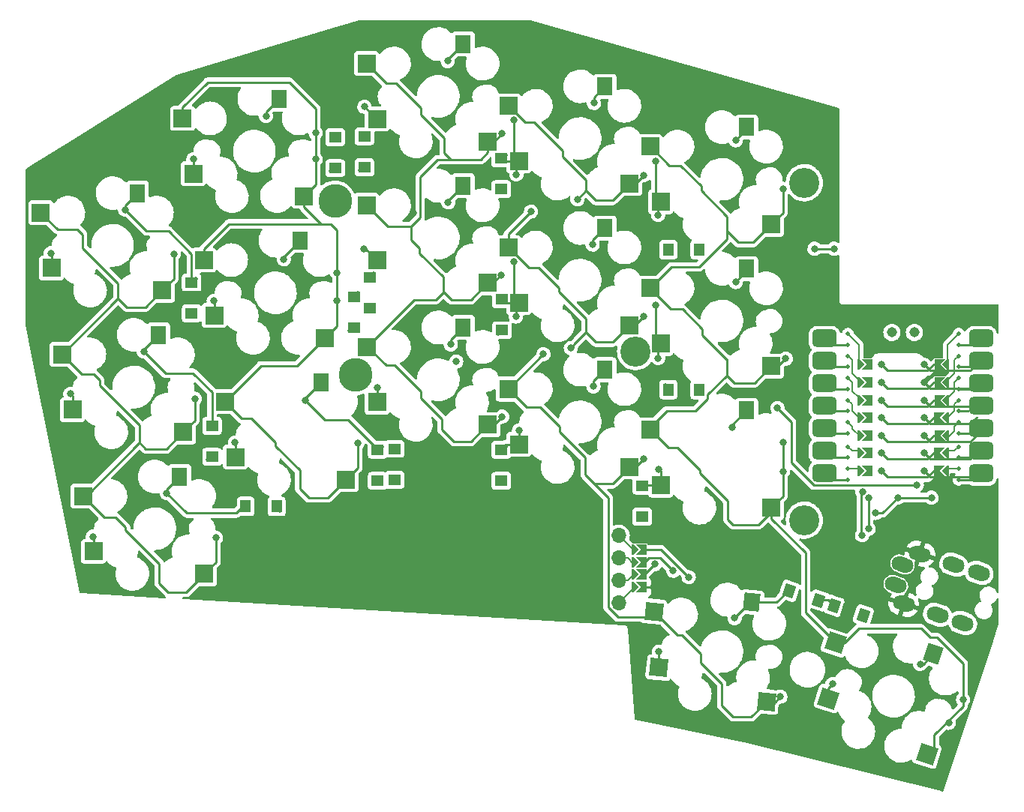
<source format=gtl>
%TF.GenerationSoftware,KiCad,Pcbnew,(6.0.8)*%
%TF.CreationDate,2022-10-28T13:14:18+09:00*%
%TF.ProjectId,selen-full_narrow,73656c65-6e2d-4667-956c-6c5f6e617272,rev?*%
%TF.SameCoordinates,Original*%
%TF.FileFunction,Copper,L1,Top*%
%TF.FilePolarity,Positive*%
%FSLAX46Y46*%
G04 Gerber Fmt 4.6, Leading zero omitted, Abs format (unit mm)*
G04 Created by KiCad (PCBNEW (6.0.8)) date 2022-10-28 13:14:18*
%MOMM*%
%LPD*%
G01*
G04 APERTURE LIST*
G04 Aperture macros list*
%AMRoundRect*
0 Rectangle with rounded corners*
0 $1 Rounding radius*
0 $2 $3 $4 $5 $6 $7 $8 $9 X,Y pos of 4 corners*
0 Add a 4 corners polygon primitive as box body*
4,1,4,$2,$3,$4,$5,$6,$7,$8,$9,$2,$3,0*
0 Add four circle primitives for the rounded corners*
1,1,$1+$1,$2,$3*
1,1,$1+$1,$4,$5*
1,1,$1+$1,$6,$7*
1,1,$1+$1,$8,$9*
0 Add four rect primitives between the rounded corners*
20,1,$1+$1,$2,$3,$4,$5,0*
20,1,$1+$1,$4,$5,$6,$7,0*
20,1,$1+$1,$6,$7,$8,$9,0*
20,1,$1+$1,$8,$9,$2,$3,0*%
%AMHorizOval*
0 Thick line with rounded ends*
0 $1 width*
0 $2 $3 position (X,Y) of the first rounded end (center of the circle)*
0 $4 $5 position (X,Y) of the second rounded end (center of the circle)*
0 Add line between two ends*
20,1,$1,$2,$3,$4,$5,0*
0 Add two circle primitives to create the rounded ends*
1,1,$1,$2,$3*
1,1,$1,$4,$5*%
%AMRotRect*
0 Rectangle, with rotation*
0 The origin of the aperture is its center*
0 $1 length*
0 $2 width*
0 $3 Rotation angle, in degrees counterclockwise*
0 Add horizontal line*
21,1,$1,$2,0,0,$3*%
%AMFreePoly0*
4,1,6,0.600000,0.200000,0.000000,-0.400000,-0.600000,0.200000,-0.600000,0.400000,0.600000,0.400000,0.600000,0.200000,0.600000,0.200000,$1*%
%AMFreePoly1*
4,1,6,0.600000,-0.250000,-0.600000,-0.250000,-0.600000,1.000000,0.000000,0.400000,0.600000,1.000000,0.600000,-0.250000,0.600000,-0.250000,$1*%
%AMFreePoly2*
4,1,49,0.014036,0.121239,0.026629,0.122131,0.041953,0.113759,0.062500,0.108253,0.075111,0.095642,0.088388,0.088388,0.776776,-0.600000,5.173224,-0.600000,5.861612,0.088388,5.890356,0.109852,5.959154,0.124664,6.025052,0.099961,6.067161,0.043572,6.072131,-0.026629,6.038388,-0.088388,5.313388,-0.813388,5.295552,-0.826707,5.292530,-0.830189,5.289826,-0.830982,5.284644,-0.834852,
5.254549,-0.841331,5.225000,-0.850000,0.725000,-0.850000,0.702969,-0.846805,0.698371,-0.847131,0.695898,-0.845780,0.689498,-0.844852,0.663632,-0.828151,0.636612,-0.813388,-0.088388,-0.088388,-0.106146,-0.064607,-0.108253,-0.062500,-0.108552,-0.061385,-0.109852,-0.059644,-0.113261,-0.043810,-0.125000,0.000000,-0.123721,0.004774,-0.124664,0.009154,-0.117242,0.028953,-0.108253,0.062500,
-0.102516,0.068237,-0.099961,0.075052,-0.083139,0.087614,-0.062500,0.108253,-0.051584,0.111178,-0.043572,0.117161,-0.024114,0.118539,0.000000,0.125000,0.014036,0.121239,0.014036,0.121239,$1*%
G04 Aperture macros list end*
%TA.AperFunction,EtchedComponent*%
%ADD10C,0.200000*%
%TD*%
%TA.AperFunction,EtchedComponent*%
%ADD11C,0.250000*%
%TD*%
%TA.AperFunction,ComponentPad*%
%ADD12C,0.500000*%
%TD*%
%TA.AperFunction,SMDPad,CuDef*%
%ADD13R,1.400000X1.200000*%
%TD*%
%TA.AperFunction,SMDPad,CuDef*%
%ADD14RotRect,1.200000X1.400000X342.000000*%
%TD*%
%TA.AperFunction,SMDPad,CuDef*%
%ADD15R,2.000000X2.000000*%
%TD*%
%TA.AperFunction,SMDPad,CuDef*%
%ADD16R,1.800000X2.000000*%
%TD*%
%TA.AperFunction,SMDPad,CuDef*%
%ADD17FreePoly0,90.000000*%
%TD*%
%TA.AperFunction,ComponentPad*%
%ADD18O,1.700000X1.700000*%
%TD*%
%TA.AperFunction,SMDPad,CuDef*%
%ADD19FreePoly1,90.000000*%
%TD*%
%TA.AperFunction,SMDPad,CuDef*%
%ADD20R,1.200000X1.400000*%
%TD*%
%TA.AperFunction,ComponentPad*%
%ADD21C,3.800000*%
%TD*%
%TA.AperFunction,SMDPad,CuDef*%
%ADD22RotRect,2.000000X2.000000X354.000000*%
%TD*%
%TA.AperFunction,SMDPad,CuDef*%
%ADD23RotRect,1.800000X2.000000X354.000000*%
%TD*%
%TA.AperFunction,ComponentPad*%
%ADD24C,3.400000*%
%TD*%
%TA.AperFunction,SMDPad,CuDef*%
%ADD25RotRect,2.000000X2.000000X342.000000*%
%TD*%
%TA.AperFunction,SMDPad,CuDef*%
%ADD26RotRect,1.800000X2.000000X342.000000*%
%TD*%
%TA.AperFunction,ComponentPad*%
%ADD27HorizOval,1.700000X-0.380423X0.123607X0.380423X-0.123607X0*%
%TD*%
%TA.AperFunction,SMDPad,CuDef*%
%ADD28RoundRect,0.499745X-0.874395X-0.499745X0.874395X-0.499745X0.874395X0.499745X-0.874395X0.499745X0*%
%TD*%
%TA.AperFunction,SMDPad,CuDef*%
%ADD29FreePoly0,270.000000*%
%TD*%
%TA.AperFunction,SMDPad,CuDef*%
%ADD30FreePoly2,0.000000*%
%TD*%
%TA.AperFunction,ComponentPad*%
%ADD31C,0.800000*%
%TD*%
%TA.AperFunction,SMDPad,CuDef*%
%ADD32FreePoly1,270.000000*%
%TD*%
%TA.AperFunction,SMDPad,CuDef*%
%ADD33FreePoly2,180.000000*%
%TD*%
%TA.AperFunction,SMDPad,CuDef*%
%ADD34C,1.143000*%
%TD*%
%TA.AperFunction,ViaPad*%
%ADD35C,0.800000*%
%TD*%
%TA.AperFunction,Conductor*%
%ADD36C,0.250000*%
%TD*%
G04 APERTURE END LIST*
D10*
%TO.C,J2*%
X169700000Y-125080000D02*
X170330000Y-124450000D01*
X168700000Y-120000000D02*
X170400000Y-121700000D01*
X168700000Y-122540000D02*
X169700000Y-122540000D01*
X168700000Y-127620000D02*
X170420000Y-125900000D01*
X169700000Y-122540000D02*
X170350000Y-123190000D01*
X168700000Y-125080000D02*
X169700000Y-125080000D01*
%TO.C,U1*%
X195063796Y-103687504D02*
X195788184Y-104411892D01*
D11*
X207063796Y-98437504D02*
X208713789Y-98437504D01*
D10*
X206563796Y-102687504D02*
X206563796Y-103687504D01*
D11*
X194563796Y-98437504D02*
X192795699Y-98437504D01*
D10*
X206563796Y-105187504D02*
X206563796Y-105937504D01*
X195063796Y-101687504D02*
X195788184Y-102411892D01*
X207063796Y-99687504D02*
X206563796Y-100187504D01*
X195063796Y-107687504D02*
X195063796Y-107937504D01*
D11*
X194563796Y-113687504D02*
X192795699Y-113687504D01*
X207063796Y-111187504D02*
X208563796Y-111187504D01*
X194563796Y-100937504D02*
X192795699Y-100937504D01*
D10*
X194563796Y-112437504D02*
X195663796Y-112437504D01*
X207063796Y-109937504D02*
X206563796Y-110437504D01*
D11*
X207063796Y-108437504D02*
X208563796Y-108437504D01*
X207063796Y-105937504D02*
X208214044Y-105937504D01*
X194563796Y-103437504D02*
X192795699Y-103437504D01*
D10*
X195063796Y-101187504D02*
X195063796Y-101687504D01*
X206563796Y-110437504D02*
X205613796Y-110437504D01*
X206563796Y-108187504D02*
X205638184Y-109113116D01*
X206563796Y-105937504D02*
X205813796Y-106687504D01*
X194563796Y-107187504D02*
X195063796Y-107687504D01*
X194563796Y-104687504D02*
X195063796Y-105187504D01*
X194563796Y-102187504D02*
X195063796Y-102687504D01*
X207063796Y-107187504D02*
X206563796Y-107687504D01*
X195063796Y-107937504D02*
X196038184Y-108911892D01*
X194563796Y-99687504D02*
X194813796Y-99937504D01*
X194813796Y-99937504D02*
X195063796Y-100187504D01*
X207063796Y-97187504D02*
X205813796Y-98437504D01*
X206563796Y-103687504D02*
X205613796Y-104637504D01*
X194563796Y-109937504D02*
X195063796Y-110437504D01*
X195063796Y-102687504D02*
X195063796Y-103687504D01*
X208713789Y-105073511D02*
X208713789Y-105351296D01*
D11*
X194563796Y-108437504D02*
X192795699Y-108437504D01*
X194563796Y-111187504D02*
X192795699Y-111187504D01*
X207063796Y-113687504D02*
X208563796Y-113687504D01*
D10*
X195813796Y-98437504D02*
X195813796Y-100087504D01*
X207063796Y-102187504D02*
X206563796Y-102687504D01*
D11*
X194563796Y-105937504D02*
X192795699Y-105937504D01*
D10*
X205813796Y-98437504D02*
X205813796Y-100437504D01*
X206563796Y-101687504D02*
X205813796Y-102437504D01*
D11*
X207063796Y-103437504D02*
X208713789Y-103437504D01*
D10*
X195063796Y-100187504D02*
X195063796Y-101187504D01*
X206563796Y-100187504D02*
X206563796Y-101687504D01*
X195063796Y-105187504D02*
X195063796Y-105937504D01*
X207063796Y-112437504D02*
X205613796Y-112437504D01*
X195063796Y-110437504D02*
X196038184Y-110437504D01*
D11*
X207063796Y-100937504D02*
X208713789Y-100937504D01*
D10*
X206563796Y-107687504D02*
X206563796Y-108187504D01*
X194563796Y-97187504D02*
X195813796Y-98437504D01*
X195063796Y-105937504D02*
X195813796Y-106687504D01*
X207063796Y-104687504D02*
X206563796Y-105187504D01*
%TD*%
D12*
%TO.P,D9,1,K*%
%TO.N,Net-(D9-Pad1)*%
X155950000Y-92950000D03*
D13*
X155500000Y-93300000D03*
%TO.P,D9,2,A*%
%TO.N,row1*%
X155500000Y-96800000D03*
D12*
X155050000Y-97150000D03*
%TD*%
%TO.P,D4,1,K*%
%TO.N,Net-(D4-Pad1)*%
X155898000Y-77022000D03*
D13*
X155448000Y-77372000D03*
D12*
%TO.P,D4,2,A*%
%TO.N,row0*%
X154998000Y-81222000D03*
D13*
X155448000Y-80872000D03*
%TD*%
D12*
%TO.P,D12,1,K*%
%TO.N,Net-(D12-Pad1)*%
X141950000Y-109950000D03*
D13*
X141500000Y-110300000D03*
%TO.P,D12,2,A*%
%TO.N,row2*%
X141500000Y-113800000D03*
D12*
X141050000Y-114150000D03*
%TD*%
D14*
%TO.P,D17,1,K*%
%TO.N,row3*%
X192989302Y-127918440D03*
D12*
X192795490Y-127382309D03*
%TO.P,D17,2,A*%
%TO.N,Net-(D17-Pad2)*%
X196511812Y-129536131D03*
D14*
X196318000Y-129000000D03*
%TD*%
D15*
%TO.P,SW1,1,1*%
%TO.N,col0*%
X103478000Y-83521500D03*
X117178000Y-92301500D03*
D16*
%TO.P,SW1,2,2*%
%TO.N,Net-(D1-Pad2)*%
X114378000Y-81321500D03*
D15*
X104678000Y-89761500D03*
%TD*%
%TO.P,SW13,1,1*%
%TO.N,col1*%
X153941000Y-107473750D03*
X140241000Y-98693750D03*
D16*
%TO.P,SW13,2,2*%
%TO.N,Net-(D13-Pad2)*%
X151141000Y-96493750D03*
D15*
X141441000Y-104933750D03*
%TD*%
D12*
%TO.P,D15,1,K*%
%TO.N,row2*%
X170900000Y-118200000D03*
D13*
X171350000Y-117850000D03*
D12*
%TO.P,D15,2,A*%
%TO.N,Net-(D15-Pad2)*%
X171800000Y-114000000D03*
D13*
X171350000Y-114350000D03*
%TD*%
%TO.P,D8,1,K*%
%TO.N,row1*%
X140600000Y-94300000D03*
D12*
X140150000Y-94650000D03*
%TO.P,D8,2,A*%
%TO.N,Net-(D8-Pad2)*%
X141050000Y-90450000D03*
D13*
X140600000Y-90800000D03*
%TD*%
D17*
%TO.P,J2,*%
%TO.N,*%
X170600000Y-125800000D03*
D18*
X168700000Y-125080000D03*
X168700000Y-122540000D03*
D17*
X170600000Y-123000000D03*
D18*
X168700000Y-120000000D03*
D17*
X170600000Y-124400000D03*
X170600000Y-121600000D03*
D18*
X168700000Y-127620000D03*
D19*
%TO.P,J2,1,Pin_1*%
%TO.N,GND*%
X171600000Y-125800000D03*
%TO.P,J2,2,Pin_2*%
%TO.N,+3V3*%
X171600000Y-124400000D03*
%TO.P,J2,3,Pin_3*%
%TO.N,SCL*%
X171600000Y-123000000D03*
%TO.P,J2,4,Pin_4*%
%TO.N,SDA*%
X171600000Y-121600000D03*
%TD*%
D15*
%TO.P,SW7,1,1*%
%TO.N,col0*%
X121859750Y-88885000D03*
X135559750Y-97665000D03*
%TO.P,SW7,2,2*%
%TO.N,Net-(D7-Pad1)*%
X123059750Y-95125000D03*
D16*
X132759750Y-86685000D03*
%TD*%
D20*
%TO.P,D11,1,K*%
%TO.N,row2*%
X130100000Y-116700000D03*
D12*
X130450000Y-117150000D03*
%TO.P,D11,2,A*%
%TO.N,Net-(D11-Pad2)*%
X126250000Y-116250000D03*
D20*
X126600000Y-116700000D03*
%TD*%
D21*
%TO.P,REF\u002A\u002A,1*%
%TO.N,N/C*%
X136700000Y-82200000D03*
%TD*%
D15*
%TO.P,SW6,1,1*%
%TO.N,col0*%
X119559750Y-108301500D03*
X105859750Y-99521500D03*
D16*
%TO.P,SW6,2,2*%
%TO.N,Net-(D6-Pad2)*%
X116759750Y-97321500D03*
D15*
X107059750Y-105761500D03*
%TD*%
%TO.P,SW11,1,1*%
%TO.N,col0*%
X108241000Y-115521250D03*
X121941000Y-124301250D03*
%TO.P,SW11,2,2*%
%TO.N,Net-(D11-Pad2)*%
X109441000Y-121761250D03*
D16*
X119141000Y-113321250D03*
%TD*%
D15*
%TO.P,SW8,1,1*%
%TO.N,col1*%
X140241000Y-82693750D03*
X153941000Y-91473750D03*
D16*
%TO.P,SW8,2,2*%
%TO.N,Net-(D8-Pad2)*%
X151141000Y-80493750D03*
D15*
X141441000Y-88933750D03*
%TD*%
%TO.P,SW10,1,1*%
%TO.N,col2*%
X172240000Y-92059750D03*
X185940000Y-100839750D03*
D16*
%TO.P,SW10,2,2*%
%TO.N,Net-(D10-Pad2)*%
X183140000Y-89859750D03*
D15*
X173440000Y-98299750D03*
%TD*%
%TO.P,SW15,1,1*%
%TO.N,col2*%
X172240000Y-108060000D03*
X185940000Y-116840000D03*
D16*
%TO.P,SW15,2,2*%
%TO.N,Net-(D15-Pad2)*%
X183140000Y-105860000D03*
D15*
X173440000Y-114300000D03*
%TD*%
%TO.P,SW3,1,1*%
%TO.N,col1*%
X140241000Y-66693750D03*
X153941000Y-75473750D03*
D16*
%TO.P,SW3,2,2*%
%TO.N,Net-(D3-Pad2)*%
X151141000Y-64493750D03*
D15*
X141441000Y-72933750D03*
%TD*%
D22*
%TO.P,SW16,1,1*%
%TO.N,col1*%
X172671128Y-128570170D03*
X185378318Y-138734113D03*
D23*
%TO.P,SW16,2,2*%
%TO.N,Net-(D16-Pad1)*%
X183741379Y-127521583D03*
D22*
X173212297Y-134901421D03*
%TD*%
D13*
%TO.P,D3,1,K*%
%TO.N,row0*%
X140000000Y-78400000D03*
D12*
X139550000Y-78750000D03*
%TO.P,D3,2,A*%
%TO.N,Net-(D3-Pad2)*%
X140450000Y-74550000D03*
D13*
X140000000Y-74900000D03*
%TD*%
D20*
%TO.P,D5,1,K*%
%TO.N,row0*%
X177800000Y-87700000D03*
D12*
X178150000Y-88150000D03*
%TO.P,D5,2,A*%
%TO.N,Net-(D5-Pad2)*%
X173950000Y-87250000D03*
D20*
X174300000Y-87700000D03*
%TD*%
D13*
%TO.P,D1,1,K*%
%TO.N,row0*%
X120500000Y-94900000D03*
D12*
X120050000Y-95250000D03*
%TO.P,D1,2,A*%
%TO.N,Net-(D1-Pad2)*%
X120950000Y-91050000D03*
D13*
X120500000Y-91400000D03*
%TD*%
D15*
%TO.P,SW2,1,1*%
%TO.N,col0*%
X119478500Y-72885000D03*
X133178500Y-81665000D03*
D16*
%TO.P,SW2,2,2*%
%TO.N,Net-(D2-Pad1)*%
X130378500Y-70685000D03*
D15*
X120678500Y-79125000D03*
%TD*%
D24*
%TO.P,REF\u002A\u002A,1*%
%TO.N,N/C*%
X170600000Y-99200000D03*
X189650000Y-118250000D03*
X189650000Y-80150000D03*
%TD*%
D15*
%TO.P,SW9,1,1*%
%TO.N,col1*%
X169940500Y-96236250D03*
X156240500Y-87456250D03*
D16*
%TO.P,SW9,2,2*%
%TO.N,Net-(D9-Pad1)*%
X167140500Y-85256250D03*
D15*
X157440500Y-93696250D03*
%TD*%
%TO.P,SW5,1,1*%
%TO.N,col2*%
X185940000Y-84839750D03*
X172240000Y-76059750D03*
D16*
%TO.P,SW5,2,2*%
%TO.N,Net-(D5-Pad2)*%
X183140000Y-73859750D03*
D15*
X173440000Y-82299750D03*
%TD*%
D12*
%TO.P,D16,1,K*%
%TO.N,Net-(D16-Pad1)*%
X187757392Y-125688540D03*
D14*
X187951204Y-126224671D03*
D12*
%TO.P,D16,2,A*%
%TO.N,row3*%
X191473714Y-127842362D03*
D14*
X191279902Y-127306231D03*
%TD*%
D12*
%TO.P,D13,1,K*%
%TO.N,row2*%
X142950000Y-114050000D03*
D13*
X143400000Y-113700000D03*
D12*
%TO.P,D13,2,A*%
%TO.N,Net-(D13-Pad2)*%
X143850000Y-109850000D03*
D13*
X143400000Y-110200000D03*
%TD*%
D20*
%TO.P,D10,1,K*%
%TO.N,row1*%
X177800000Y-103500000D03*
D12*
X178150000Y-103950000D03*
D20*
%TO.P,D10,2,A*%
%TO.N,Net-(D10-Pad2)*%
X174300000Y-103500000D03*
D12*
X173950000Y-103050000D03*
%TD*%
D25*
%TO.P,SW17,1,1*%
%TO.N,col2*%
X193164708Y-132090553D03*
X203481013Y-144674362D03*
D26*
%TO.P,SW17,2,2*%
%TO.N,Net-(D17-Pad2)*%
X204211062Y-133366514D03*
D25*
X192377710Y-138395966D03*
%TD*%
D15*
%TO.P,SW12,1,1*%
%TO.N,col0*%
X137941000Y-113665000D03*
X124241000Y-104885000D03*
%TO.P,SW12,2,2*%
%TO.N,Net-(D12-Pad1)*%
X125441000Y-111125000D03*
D16*
X135141000Y-102685000D03*
%TD*%
D13*
%TO.P,D14,1,K*%
%TO.N,Net-(D14-Pad1)*%
X155448000Y-110300000D03*
D12*
X155898000Y-109950000D03*
%TO.P,D14,2,A*%
%TO.N,row2*%
X154998000Y-114150000D03*
D13*
X155448000Y-113800000D03*
%TD*%
D27*
%TO.P,J1,A*%
%TO.N,data*%
X199978485Y-125572745D03*
X200735577Y-123242657D03*
%TO.P,J1,B*%
%TO.N,+3V3*%
X209360337Y-124204952D03*
X207521686Y-129863739D03*
%TO.P,J1,C*%
X204668516Y-128936688D03*
X206507167Y-123277901D03*
%TO.P,J1,D*%
%TO.N,GND*%
X202702941Y-122041833D03*
X200864290Y-127700620D03*
%TD*%
D13*
%TO.P,D2,1,K*%
%TO.N,Net-(D2-Pad1)*%
X136700000Y-75000000D03*
D12*
X137150000Y-74650000D03*
D13*
%TO.P,D2,2,A*%
%TO.N,row0*%
X136700000Y-78500000D03*
D12*
X136250000Y-78850000D03*
%TD*%
D21*
%TO.P,REF\u002A\u002A,1*%
%TO.N,N/C*%
X139000000Y-101854000D03*
%TD*%
D15*
%TO.P,SW14,1,1*%
%TO.N,col1*%
X156240500Y-103456250D03*
X169940500Y-112236250D03*
%TO.P,SW14,2,2*%
%TO.N,Net-(D14-Pad1)*%
X157440500Y-109696250D03*
D16*
X167140500Y-101256250D03*
%TD*%
D13*
%TO.P,D7,1,K*%
%TO.N,Net-(D7-Pad1)*%
X138800000Y-93000000D03*
D12*
X139250000Y-92650000D03*
%TO.P,D7,2,A*%
%TO.N,row1*%
X138350000Y-96850000D03*
D13*
X138800000Y-96500000D03*
%TD*%
D15*
%TO.P,SW4,1,1*%
%TO.N,col1*%
X169940500Y-80236250D03*
X156240500Y-71456250D03*
D16*
%TO.P,SW4,2,2*%
%TO.N,Net-(D4-Pad1)*%
X167140500Y-69256250D03*
D15*
X157440500Y-77696250D03*
%TD*%
D12*
%TO.P,U1,*%
%TO.N,*%
X207063796Y-100937504D03*
X207063796Y-97187504D03*
X207063796Y-99687504D03*
X207063796Y-104687504D03*
X194563796Y-108437504D03*
X207063796Y-113687504D03*
X194563796Y-112437504D03*
X194563796Y-107187504D03*
D28*
X209588184Y-100271296D03*
D12*
X194563796Y-109937504D03*
D28*
X191921304Y-110431296D03*
D12*
X194563796Y-111187504D03*
D29*
X205588184Y-108687504D03*
D12*
X207063796Y-98437504D03*
D17*
X196088184Y-102687504D03*
D29*
X205588184Y-102687504D03*
D28*
X209588184Y-107891296D03*
X209588184Y-110431296D03*
X191921304Y-97731296D03*
D12*
X207063796Y-107187504D03*
X194563796Y-113687504D03*
X194563796Y-97187504D03*
D17*
X196088184Y-100687504D03*
X196088184Y-108687504D03*
D28*
X191921304Y-100271296D03*
D17*
X196088184Y-104687504D03*
D12*
X194563796Y-98437504D03*
D28*
X191921304Y-107891296D03*
D12*
X207063796Y-112437504D03*
X207063796Y-108437504D03*
D28*
X209588184Y-112971296D03*
D17*
X196063796Y-106687504D03*
D12*
X207063796Y-102187504D03*
D28*
X191921304Y-112971296D03*
D12*
X194563796Y-103437504D03*
D17*
X196088184Y-110687504D03*
X196063796Y-112687504D03*
D12*
X194563796Y-99687504D03*
X207063796Y-109937504D03*
D28*
X209588184Y-97731296D03*
D29*
X205563796Y-106687504D03*
D12*
X194563796Y-105937504D03*
X207063796Y-111187504D03*
X194563796Y-104687504D03*
X207063796Y-105937504D03*
D28*
X209588184Y-102811296D03*
X191921304Y-105351296D03*
X209588184Y-105351296D03*
D12*
X194563796Y-102187504D03*
D29*
X205563796Y-110687504D03*
D12*
X194563796Y-100937504D03*
D29*
X205588184Y-100687504D03*
X205588184Y-104687504D03*
D12*
X207063796Y-103437504D03*
D29*
X205563796Y-112687504D03*
D28*
X191921304Y-102811296D03*
D30*
%TO.P,U1,1,D0*%
%TO.N,col2*%
X198364408Y-100687504D03*
D31*
X198364408Y-100687504D03*
D32*
X204588184Y-100687504D03*
%TO.P,U1,2,D1*%
%TO.N,col1*%
X204588184Y-102687504D03*
D31*
X198364408Y-102687504D03*
D30*
X198364408Y-102687504D03*
D32*
%TO.P,U1,3,D2*%
%TO.N,col0*%
X204588184Y-104687504D03*
D30*
X198364408Y-104687504D03*
D31*
X198364408Y-104687504D03*
D30*
%TO.P,U1,4,D3*%
%TO.N,row0*%
X198364408Y-106687504D03*
D32*
X204563796Y-106687504D03*
D31*
X198364408Y-106687504D03*
D30*
%TO.P,U1,5,D4*%
%TO.N,SDA*%
X198364408Y-108687504D03*
D31*
X198364408Y-108687504D03*
D32*
X204588184Y-108687504D03*
D30*
%TO.P,U1,6,D5*%
%TO.N,SCL*%
X198364408Y-110687504D03*
D31*
X198364408Y-110687504D03*
D32*
X204563796Y-110687504D03*
%TO.P,U1,7,D6*%
%TO.N,unconnected-(U1-Pad7)*%
X204563796Y-112687504D03*
D30*
X198364408Y-112687504D03*
D31*
X198364408Y-112687504D03*
%TO.P,U1,8,D7*%
%TO.N,data*%
X203150408Y-112687504D03*
D19*
X197063796Y-112687504D03*
D33*
X203150408Y-112687504D03*
D31*
%TO.P,U1,9,D8*%
%TO.N,row1*%
X203150408Y-110687504D03*
D33*
X203150408Y-110687504D03*
D19*
X197088184Y-110687504D03*
%TO.P,U1,10,D9*%
%TO.N,row3*%
X197088184Y-108687504D03*
D33*
X203150408Y-108687504D03*
D31*
X203150408Y-108687504D03*
%TO.P,U1,11,D10*%
%TO.N,row2*%
X203150408Y-106687504D03*
D19*
X197063796Y-106687504D03*
D33*
X203150408Y-106687504D03*
%TO.P,U1,12,3V3*%
%TO.N,+3V3*%
X203150408Y-104687504D03*
D31*
X203150408Y-104687504D03*
D19*
X197088184Y-104687504D03*
D33*
%TO.P,U1,13,GND*%
%TO.N,GND*%
X203150408Y-102687504D03*
D31*
X203150408Y-102687504D03*
D19*
X197088184Y-102687504D03*
%TO.P,U1,14,5V*%
%TO.N,unconnected-(U1-Pad14)*%
X197088184Y-100687504D03*
D31*
X203150408Y-100687504D03*
D33*
X203150408Y-100687504D03*
D34*
%TO.P,U1,17*%
%TO.N,N/C*%
X199536987Y-97044929D03*
%TO.P,U1,18*%
X202076987Y-97044929D03*
%TD*%
D12*
%TO.P,D6,1,K*%
%TO.N,row1*%
X122350000Y-111450000D03*
D13*
X122800000Y-111100000D03*
D12*
%TO.P,D6,2,A*%
%TO.N,Net-(D6-Pad2)*%
X123250000Y-107250000D03*
D13*
X122800000Y-107600000D03*
%TD*%
D35*
%TO.N,*%
X150368000Y-100330000D03*
%TO.N,row0*%
X193000000Y-87600000D03*
X190800000Y-87600000D03*
%TO.N,Net-(D1-Pad2)*%
X104600000Y-88100000D03*
X113000000Y-83196501D03*
%TO.N,Net-(D2-Pad1)*%
X120700000Y-77500000D03*
X128900000Y-72600000D03*
%TO.N,Net-(D3-Pad2)*%
X149400000Y-66400000D03*
X140000000Y-71550000D03*
%TO.N,Net-(D4-Pad1)*%
X165900000Y-71131251D03*
X156857702Y-73098050D03*
X157150000Y-79200000D03*
%TO.N,Net-(D5-Pad2)*%
X181900000Y-75350000D03*
X173150000Y-83800000D03*
X172857452Y-77701800D03*
%TO.N,row1*%
X202336993Y-114300000D03*
X186612299Y-105587701D03*
%TO.N,Net-(D6-Pad2)*%
X106800000Y-104000000D03*
X115100000Y-99200000D03*
%TO.N,Net-(D7-Pad1)*%
X130900000Y-88800000D03*
X123000000Y-93500000D03*
%TO.N,Net-(D8-Pad2)*%
X149450000Y-82368751D03*
X139954000Y-87630000D03*
%TO.N,Net-(D9-Pad1)*%
X165750000Y-87131251D03*
X156840502Y-89100000D03*
X157100000Y-95250000D03*
%TO.N,Net-(D10-Pad2)*%
X181900000Y-91350000D03*
X172840002Y-94000000D03*
X173150000Y-99950000D03*
%TO.N,Net-(D11-Pad2)*%
X117700000Y-115196251D03*
X109350000Y-120100000D03*
%TO.N,Net-(D12-Pad1)*%
X133350000Y-104700000D03*
X125400000Y-109500000D03*
%TO.N,Net-(D13-Pad2)*%
X141465999Y-103265999D03*
X149750000Y-98400000D03*
%TO.N,Net-(D14-Pad1)*%
X157450000Y-108100000D03*
X165850000Y-103150000D03*
%TO.N,Net-(D15-Pad2)*%
X181500000Y-107750000D03*
X173250000Y-112500000D03*
%TO.N,Net-(D16-Pad1)*%
X173228000Y-133096000D03*
X181782524Y-129318850D03*
%TO.N,Net-(D17-Pad2)*%
X192829180Y-136761180D03*
X202718000Y-134500000D03*
%TO.N,col0*%
X136900000Y-90300000D03*
X118478000Y-88178000D03*
X139241000Y-109541000D03*
X134500000Y-77500000D03*
X123241000Y-120241000D03*
X136900000Y-93500000D03*
X120859750Y-104546501D03*
X134500000Y-74500000D03*
%TO.N,col1*%
X155550000Y-74550000D03*
X186944000Y-138176000D03*
X171550000Y-95200000D03*
X163300000Y-98800000D03*
X160200000Y-99500000D03*
X155450000Y-90550000D03*
X158800000Y-83400000D03*
X155550000Y-106550000D03*
X164030499Y-82030499D03*
X171550000Y-111300000D03*
X171500000Y-79300000D03*
%TO.N,col2*%
X187250000Y-112750000D03*
X187250000Y-109500000D03*
X207568000Y-138500000D03*
X205943000Y-141137094D03*
X187240000Y-80840000D03*
X187550000Y-100000000D03*
%TO.N,SDA*%
X176600000Y-124700000D03*
X196900000Y-115749000D03*
X196906150Y-119218448D03*
%TO.N,SCL*%
X196200000Y-115024500D03*
X196162299Y-119962299D03*
X174837700Y-123962300D03*
%TO.N,+3V3*%
X172800000Y-123200000D03*
X197700000Y-117424500D03*
X200200000Y-115700000D03*
X204000000Y-115700000D03*
%TO.N,GND*%
X172600000Y-125800000D03*
X203900000Y-98000000D03*
X151200000Y-84600000D03*
X149700000Y-105200000D03*
X185600000Y-71200000D03*
X131900000Y-115100000D03*
X117348000Y-94742000D03*
X188900000Y-103900000D03*
X150114000Y-110998000D03*
X183200000Y-78400000D03*
X209400000Y-118600000D03*
X171600000Y-120400000D03*
X171000000Y-84400000D03*
X189800000Y-85900000D03*
X177600000Y-93800000D03*
X145542000Y-83566000D03*
X167400000Y-73800000D03*
X138430000Y-76708000D03*
%TD*%
D36*
%TO.N,row0*%
X190800000Y-87600000D02*
X193000000Y-87600000D01*
%TO.N,Net-(D1-Pad2)*%
X104678000Y-88178000D02*
X104600000Y-88100000D01*
X115403499Y-85600000D02*
X117900000Y-85600000D01*
X113000000Y-83196501D02*
X113000000Y-82699500D01*
X117900000Y-85600000D02*
X120500000Y-88200000D01*
X113000000Y-83196501D02*
X115403499Y-85600000D01*
X113000000Y-82699500D02*
X114378000Y-81321500D01*
X120500000Y-88200000D02*
X120500000Y-91400000D01*
X104678000Y-89761500D02*
X104678000Y-88178000D01*
%TO.N,Net-(D2-Pad1)*%
X128900000Y-72600000D02*
X128900000Y-72163500D01*
X128900000Y-72163500D02*
X130378500Y-70685000D01*
X120678500Y-79125000D02*
X120678500Y-77521500D01*
X120678500Y-77521500D02*
X120700000Y-77500000D01*
%TO.N,Net-(D3-Pad2)*%
X141383750Y-72933750D02*
X140000000Y-71550000D01*
X141441000Y-72933750D02*
X141383750Y-72933750D01*
X149400000Y-66234750D02*
X151141000Y-64493750D01*
X149400000Y-66400000D02*
X149400000Y-66234750D01*
%TO.N,Net-(D4-Pad1)*%
X157150000Y-77986750D02*
X157440500Y-77696250D01*
X165900000Y-71131251D02*
X165900000Y-70496750D01*
X156850000Y-77105750D02*
X157440500Y-77696250D01*
X156850000Y-73105752D02*
X156850000Y-77105750D01*
X156857702Y-73098050D02*
X156850000Y-73105752D01*
X157440500Y-77696250D02*
X155872250Y-77696250D01*
X165900000Y-70496750D02*
X167140500Y-69256250D01*
X157150000Y-79200000D02*
X157150000Y-77986750D01*
X155872250Y-77696250D02*
X155448000Y-77272000D01*
%TO.N,Net-(D5-Pad2)*%
X183140000Y-73859750D02*
X183140000Y-74110000D01*
X172850000Y-77709252D02*
X172850000Y-81709750D01*
X173150000Y-83800000D02*
X173150000Y-82589750D01*
X183140000Y-74110000D02*
X181900000Y-75350000D01*
X172857452Y-77701800D02*
X172850000Y-77709252D01*
X172850000Y-81709750D02*
X173440000Y-82299750D01*
X173150000Y-82589750D02*
X173440000Y-82299750D01*
%TO.N,row1*%
X188200000Y-107175402D02*
X186612299Y-105587701D01*
X190709502Y-114300000D02*
X188200000Y-111790498D01*
X188200000Y-111790498D02*
X188200000Y-107175402D01*
X202336993Y-114300000D02*
X190709502Y-114300000D01*
%TO.N,Net-(D6-Pad2)*%
X115100000Y-99200000D02*
X115100000Y-98981250D01*
X107059750Y-105761500D02*
X107059750Y-104259750D01*
X115100000Y-98981250D02*
X116759750Y-97321500D01*
X115100000Y-99200000D02*
X117550000Y-101650000D01*
X117550000Y-101650000D02*
X120650000Y-101650000D01*
X107059750Y-104259750D02*
X106800000Y-104000000D01*
X120650000Y-101650000D02*
X122800000Y-103800000D01*
X122800000Y-103800000D02*
X122800000Y-107600000D01*
%TO.N,Net-(D7-Pad1)*%
X123059750Y-93559750D02*
X123000000Y-93500000D01*
X123059750Y-95125000D02*
X123059750Y-93559750D01*
X130900000Y-88544750D02*
X132759750Y-86685000D01*
X130900000Y-88800000D02*
X130900000Y-88544750D01*
%TO.N,Net-(D8-Pad2)*%
X149450000Y-82184750D02*
X151141000Y-80493750D01*
X139954000Y-87630000D02*
X140137250Y-87630000D01*
X149450000Y-82368751D02*
X149450000Y-82184750D01*
X140137250Y-87630000D02*
X141441000Y-88933750D01*
%TO.N,Net-(D9-Pad1)*%
X157100000Y-95250000D02*
X157100000Y-94036750D01*
X165750000Y-87131251D02*
X165750000Y-86646750D01*
X155896250Y-93696250D02*
X155500000Y-93300000D01*
X165750000Y-86646750D02*
X167140500Y-85256250D01*
X156850000Y-93105750D02*
X156850000Y-89109498D01*
X157100000Y-94036750D02*
X157440500Y-93696250D01*
X157440500Y-93696250D02*
X156850000Y-93105750D01*
X156850000Y-89109498D02*
X156840502Y-89100000D01*
X157440500Y-93696250D02*
X155896250Y-93696250D01*
%TO.N,Net-(D10-Pad2)*%
X172840002Y-94000000D02*
X172850000Y-94009998D01*
X172850000Y-97709750D02*
X173440000Y-98299750D01*
X172850000Y-94009998D02*
X172850000Y-97709750D01*
X173150000Y-98589750D02*
X173440000Y-98299750D01*
X173150000Y-99950000D02*
X173150000Y-98589750D01*
X183140000Y-89859750D02*
X183140000Y-90110000D01*
X183140000Y-90110000D02*
X181900000Y-91350000D01*
%TO.N,Net-(D11-Pad2)*%
X109441000Y-121761250D02*
X109441000Y-120191000D01*
X119953749Y-117450000D02*
X125550000Y-117450000D01*
X117700000Y-115196251D02*
X117700000Y-114762250D01*
X126300000Y-116700000D02*
X126600000Y-116700000D01*
X109441000Y-120191000D02*
X109350000Y-120100000D01*
X125550000Y-117450000D02*
X126300000Y-116700000D01*
X117700000Y-114762250D02*
X119141000Y-113321250D01*
X117700000Y-115196251D02*
X119953749Y-117450000D01*
%TO.N,Net-(D12-Pad1)*%
X125441000Y-111125000D02*
X125441000Y-109541000D01*
X125441000Y-109541000D02*
X125400000Y-109500000D01*
X133350000Y-104476000D02*
X135141000Y-102685000D01*
X138200000Y-106900000D02*
X141500000Y-110200000D01*
X133350000Y-104700000D02*
X135550000Y-106900000D01*
X135550000Y-106900000D02*
X138200000Y-106900000D01*
X133350000Y-104700000D02*
X133350000Y-104476000D01*
%TO.N,Net-(D13-Pad2)*%
X141441000Y-104933750D02*
X141441000Y-103290998D01*
X149750000Y-97884750D02*
X151141000Y-96493750D01*
X149750000Y-98400000D02*
X149750000Y-97884750D01*
X141441000Y-103290998D02*
X141465999Y-103265999D01*
%TO.N,Net-(D14-Pad1)*%
X165850000Y-103150000D02*
X165850000Y-102546750D01*
X157440500Y-109696250D02*
X155951750Y-109696250D01*
X157440500Y-108109500D02*
X157450000Y-108100000D01*
X157440500Y-109696250D02*
X157440500Y-108109500D01*
X165850000Y-102546750D02*
X167140500Y-101256250D01*
X155951750Y-109696250D02*
X155448000Y-110200000D01*
%TO.N,Net-(D15-Pad2)*%
X181500000Y-107500000D02*
X183140000Y-105860000D01*
X173440000Y-112690000D02*
X173250000Y-112500000D01*
X181500000Y-107750000D02*
X181500000Y-107500000D01*
X173440000Y-114300000D02*
X173440000Y-112690000D01*
X173440000Y-114300000D02*
X171850000Y-114300000D01*
%TO.N,row3*%
X191184796Y-127275329D02*
X192346191Y-127275329D01*
X192346191Y-127275329D02*
X192989302Y-127918440D01*
%TO.N,Net-(D16-Pad1)*%
X173212297Y-133111703D02*
X173228000Y-133096000D01*
X183741379Y-127521583D02*
X186528284Y-127521583D01*
X183579791Y-127521583D02*
X181782524Y-129318850D01*
X183741379Y-127521583D02*
X183579791Y-127521583D01*
X186528284Y-127521583D02*
X187856098Y-126193769D01*
X173212297Y-134901421D02*
X173212297Y-133111703D01*
%TO.N,Net-(D17-Pad2)*%
X202718000Y-134500000D02*
X203077576Y-134500000D01*
X192377710Y-137212650D02*
X192829180Y-136761180D01*
X203077576Y-134500000D02*
X204211062Y-133366514D01*
X192377710Y-138395966D02*
X192377710Y-137212650D01*
%TO.N,col0*%
X132700000Y-112634001D02*
X132700000Y-114700000D01*
X105353001Y-85396501D02*
X107603003Y-85396501D01*
X124694750Y-84800000D02*
X135100000Y-84800000D01*
X112200000Y-91500000D02*
X112200000Y-93200000D01*
X116850000Y-125400000D02*
X117850000Y-126400000D01*
X121859750Y-87635000D02*
X124694750Y-84800000D01*
X114600000Y-109500000D02*
X108578750Y-115521250D01*
X129965999Y-109900000D02*
X132700000Y-112634001D01*
X134500000Y-77500000D02*
X134500000Y-80343500D01*
X113050000Y-119050000D02*
X113050000Y-119350000D01*
X120859750Y-107001500D02*
X120859750Y-104546501D01*
X117661250Y-110200000D02*
X119559750Y-108301500D01*
X108241000Y-115521250D02*
X110615999Y-117896249D01*
X108203001Y-85996499D02*
X108203001Y-87503001D01*
X114600000Y-107500000D02*
X114600000Y-109500000D01*
X136900000Y-93500000D02*
X136900000Y-96324750D01*
X108138250Y-101800000D02*
X109451252Y-101800000D01*
X133178500Y-81665000D02*
X133178500Y-82878500D01*
X135856000Y-115750000D02*
X137941000Y-113665000D01*
X134500000Y-71762000D02*
X134500000Y-74500000D01*
X133178500Y-82878500D02*
X135100000Y-84800000D01*
X139241000Y-112365000D02*
X139241000Y-109541000D01*
X117850000Y-126400000D02*
X119900000Y-126400000D01*
X111896249Y-117896249D02*
X113050000Y-119050000D01*
X108203001Y-87503001D02*
X112200000Y-91500000D01*
X114600000Y-109500000D02*
X115300000Y-110200000D01*
X115279500Y-94200000D02*
X117178000Y-92301500D01*
X121941000Y-124301250D02*
X123241000Y-123001250D01*
X118478000Y-91001500D02*
X118478000Y-88178000D01*
X136900000Y-96324750D02*
X135559750Y-97665000D01*
X121859750Y-88885000D02*
X121859750Y-87635000D01*
X112200000Y-93200000D02*
X105878500Y-99521500D01*
X128316001Y-100809999D02*
X124241000Y-104885000D01*
X110615999Y-117896249D02*
X111896249Y-117896249D01*
X126116001Y-106760001D02*
X127260001Y-106760001D01*
X109451252Y-101800000D02*
X110104751Y-102453499D01*
X123241000Y-123001250D02*
X123241000Y-120241000D01*
X124241000Y-104885000D02*
X126116001Y-106760001D01*
X133750000Y-115750000D02*
X135856000Y-115750000D01*
X132414751Y-100809999D02*
X128316001Y-100809999D01*
X103478000Y-83521500D02*
X105353001Y-85396501D01*
X135559750Y-97665000D02*
X132414751Y-100809999D01*
X127260001Y-106760001D02*
X129965999Y-109465999D01*
X129965999Y-109465999D02*
X129965999Y-109900000D01*
X117178000Y-92301500D02*
X118478000Y-91001500D01*
X112200000Y-93200000D02*
X113200000Y-94200000D01*
X136178053Y-84800000D02*
X136900000Y-85521947D01*
X119900000Y-126400000D02*
X121941000Y-124359000D01*
X136900000Y-90300000D02*
X136900000Y-93500000D01*
X119478500Y-71635000D02*
X122313500Y-68800000D01*
X135100000Y-84800000D02*
X136178053Y-84800000D01*
X105859750Y-99521500D02*
X108138250Y-101800000D01*
X105878500Y-99521500D02*
X105859750Y-99521500D01*
X119559750Y-108301500D02*
X120859750Y-107001500D01*
X131538000Y-68800000D02*
X134500000Y-71762000D01*
X110104751Y-103004751D02*
X114600000Y-107500000D01*
X108578750Y-115521250D02*
X108241000Y-115521250D01*
X107603003Y-85396501D02*
X108203001Y-85996499D01*
X116850000Y-123150000D02*
X116850000Y-125400000D01*
X121941000Y-124359000D02*
X121941000Y-124301250D01*
X115300000Y-110200000D02*
X117661250Y-110200000D01*
X110104751Y-102453499D02*
X110104751Y-103004751D01*
X132700000Y-114700000D02*
X133750000Y-115750000D01*
X134500000Y-80343500D02*
X133178500Y-81665000D01*
X122313500Y-68800000D02*
X131538000Y-68800000D01*
X113200000Y-94200000D02*
X115279500Y-94200000D01*
X136900000Y-85521947D02*
X136900000Y-90300000D01*
X119478500Y-72885000D02*
X119478500Y-71635000D01*
X113050000Y-119350000D02*
X116850000Y-123150000D01*
X134500000Y-74500000D02*
X134500000Y-77500000D01*
X137941000Y-113665000D02*
X139241000Y-112365000D01*
%TO.N,col1*%
X156240500Y-87456250D02*
X156240500Y-85959500D01*
X150098551Y-109400000D02*
X152014750Y-109400000D01*
X142497250Y-68950000D02*
X143600000Y-68950000D01*
X159700000Y-89750000D02*
X161965499Y-92015499D01*
X148900000Y-92500000D02*
X148900000Y-92450000D01*
X170563750Y-80236250D02*
X171500000Y-79300000D01*
X140241000Y-98693750D02*
X145585999Y-93348751D01*
X170513750Y-96236250D02*
X171550000Y-95200000D01*
X163655499Y-98444501D02*
X163655499Y-98400000D01*
X140241000Y-82693750D02*
X142615999Y-85068749D01*
X164030499Y-82030499D02*
X165005499Y-81055499D01*
X146350000Y-104450000D02*
X148750000Y-106850000D01*
X156240500Y-87456250D02*
X158534250Y-89750000D01*
X169940500Y-96236250D02*
X170513750Y-96236250D01*
X175297632Y-131196674D02*
X175811673Y-131196674D01*
X156240500Y-103456250D02*
X158284250Y-105500000D01*
X186385887Y-138734113D02*
X186944000Y-138176000D01*
X153941000Y-107473750D02*
X154626250Y-107473750D01*
X183650431Y-140462000D02*
X185378318Y-138734113D01*
X165005499Y-97050000D02*
X166105499Y-98150000D01*
X140241000Y-66693750D02*
X142497250Y-68950000D01*
X146304000Y-79502000D02*
X146304000Y-84074000D01*
X161965499Y-92465499D02*
X165005499Y-95505499D01*
X159181251Y-73331251D02*
X162350000Y-76500000D01*
X146304000Y-84074000D02*
X145309251Y-85068749D01*
X143400000Y-100750000D02*
X146350000Y-103700000D01*
X163949747Y-82111251D02*
X164030499Y-82030499D01*
X153941000Y-75473750D02*
X154626250Y-75473750D01*
X156240500Y-85959500D02*
X158800000Y-83400000D01*
X154626250Y-75473750D02*
X155550000Y-74550000D01*
X161965499Y-92015499D02*
X161965499Y-92465499D01*
X156240500Y-103456250D02*
X160196750Y-99500000D01*
X158534250Y-89750000D02*
X159700000Y-89750000D01*
X149000000Y-76800000D02*
X149750000Y-77550000D01*
X142450000Y-100750000D02*
X143400000Y-100750000D01*
X162350000Y-77200000D02*
X165005499Y-79855499D01*
X150150000Y-77550000D02*
X148256000Y-77550000D01*
X146215999Y-87535499D02*
X146209499Y-87535499D01*
X148256000Y-77550000D02*
X146304000Y-79502000D01*
X168026750Y-98150000D02*
X169940500Y-96236250D01*
X154626250Y-107473750D02*
X155550000Y-106550000D01*
X140393750Y-98693750D02*
X142450000Y-100750000D01*
X162350000Y-76500000D02*
X162350000Y-77200000D01*
X156240500Y-71456250D02*
X158115501Y-73331251D01*
X153941000Y-76723750D02*
X153114750Y-77550000D01*
X158284250Y-105500000D02*
X159800000Y-105500000D01*
X143600000Y-68950000D02*
X146350000Y-71700000D01*
X145309251Y-86635251D02*
X145309251Y-85068749D01*
X163655499Y-98400000D02*
X165005499Y-97050000D01*
X180340000Y-136741001D02*
X180340000Y-139192000D01*
X164900000Y-111200000D02*
X164900000Y-113100000D01*
X148051249Y-93348751D02*
X148900000Y-92500000D01*
X165950000Y-114150000D02*
X167500000Y-115700000D01*
X162000000Y-107700000D02*
X162000000Y-108300000D01*
X165950000Y-114150000D02*
X167250000Y-114150000D01*
X168618299Y-129200000D02*
X171600000Y-129200000D01*
X165005499Y-95505499D02*
X165005499Y-97050000D01*
X168026750Y-114150000D02*
X167250000Y-114150000D01*
X146350000Y-103700000D02*
X146350000Y-104450000D01*
X181610000Y-140462000D02*
X183650431Y-140462000D01*
X185378318Y-138734113D02*
X186385887Y-138734113D01*
X167500000Y-128081701D02*
X168618299Y-129200000D01*
X149000000Y-75100000D02*
X149000000Y-76800000D01*
X163300000Y-98800000D02*
X163655499Y-98444501D01*
X169940500Y-112236250D02*
X168026750Y-114150000D01*
X146209499Y-87535499D02*
X145309251Y-86635251D01*
X163944248Y-98111251D02*
X163655499Y-98400000D01*
X166105499Y-98150000D02*
X168026750Y-98150000D01*
X148900000Y-92450000D02*
X149800000Y-93350000D01*
X146215999Y-87535499D02*
X146215999Y-88100000D01*
X166100000Y-82150000D02*
X168026750Y-82150000D01*
X140241000Y-98693750D02*
X140393750Y-98693750D01*
X148750000Y-106850000D02*
X148750000Y-108051449D01*
X152064750Y-93350000D02*
X153941000Y-91473750D01*
X149800000Y-93350000D02*
X152064750Y-93350000D01*
X165005499Y-81055499D02*
X166100000Y-82150000D01*
X148900000Y-90784001D02*
X148900000Y-92450000D01*
X159800000Y-105500000D02*
X162000000Y-107700000D01*
X167250000Y-114150000D02*
X167688376Y-114150000D01*
X177964999Y-133350000D02*
X177964999Y-134366000D01*
X153941000Y-75473750D02*
X153941000Y-76723750D01*
X165005499Y-79855499D02*
X165005499Y-81055499D01*
X146350000Y-72450000D02*
X149000000Y-75100000D01*
X180340000Y-139192000D02*
X181610000Y-140462000D01*
X146215999Y-88100000D02*
X148900000Y-90784001D01*
X149750000Y-77550000D02*
X150150000Y-77550000D01*
X155450000Y-90550000D02*
X154526250Y-91473750D01*
X145309251Y-85068749D02*
X142615999Y-85068749D01*
X164900000Y-113100000D02*
X165950000Y-114150000D01*
X175811673Y-131196674D02*
X177964999Y-133350000D01*
X145585999Y-93348751D02*
X148051249Y-93348751D01*
X177964999Y-134366000D02*
X180340000Y-136741001D01*
X146350000Y-71700000D02*
X146350000Y-72450000D01*
X172671128Y-128570170D02*
X175297632Y-131196674D01*
X162000000Y-108300000D02*
X164900000Y-111200000D01*
X148750000Y-108051449D02*
X150098551Y-109400000D01*
X169940500Y-112236250D02*
X170613750Y-112236250D01*
X153114750Y-77550000D02*
X150150000Y-77550000D01*
X142615999Y-85068749D02*
X143749249Y-85068749D01*
X160196750Y-99500000D02*
X160200000Y-99500000D01*
X168026750Y-82150000D02*
X169940500Y-80236250D01*
X154526250Y-91473750D02*
X153941000Y-91473750D01*
X169940500Y-80236250D02*
X170563750Y-80236250D01*
X170613750Y-112236250D02*
X171550000Y-111300000D01*
X167500000Y-115700000D02*
X167500000Y-128081701D01*
X158115501Y-73331251D02*
X159181251Y-73331251D01*
X152014750Y-109400000D02*
X153941000Y-107473750D01*
%TO.N,col2*%
X175884749Y-94434749D02*
X178150000Y-96700000D01*
X180900000Y-83950000D02*
X180900000Y-85600000D01*
X181004999Y-116054999D02*
X181004999Y-118150000D01*
X186710250Y-100839750D02*
X187550000Y-100000000D01*
X187250000Y-115530000D02*
X185940000Y-116840000D01*
X174280000Y-110100000D02*
X175350000Y-110100000D01*
X181604999Y-118750000D02*
X184500000Y-118750000D01*
X207568000Y-134425924D02*
X207568000Y-138500000D01*
X185940000Y-117310000D02*
X185940000Y-116840000D01*
X178150000Y-97350000D02*
X180850000Y-100050000D01*
X180900000Y-100050000D02*
X180900000Y-101908505D01*
X204642076Y-131500000D02*
X207568000Y-134425924D01*
X187250000Y-109500000D02*
X187250000Y-112750000D01*
X184029750Y-102750000D02*
X185940000Y-100839750D01*
X187250000Y-112750000D02*
X187250000Y-115530000D01*
X177850000Y-112600000D02*
X177850000Y-112900000D01*
X172240000Y-107760000D02*
X172240000Y-108060000D01*
X202818000Y-130500000D02*
X203818000Y-131500000D01*
X193164708Y-132090553D02*
X194216171Y-132090553D01*
X172240000Y-76059750D02*
X174430250Y-78250000D01*
X181741495Y-102750000D02*
X184029750Y-102750000D01*
X184500000Y-118750000D02*
X184575000Y-118675000D01*
X182200000Y-86900000D02*
X183879750Y-86900000D01*
X180900000Y-85600000D02*
X180900000Y-86500000D01*
X177750000Y-89650000D02*
X174649750Y-89650000D01*
X180900000Y-101908505D02*
X180891495Y-101908505D01*
X177350000Y-105900000D02*
X174100000Y-105900000D01*
X184575000Y-118675000D02*
X185940000Y-117310000D01*
X187240000Y-83539750D02*
X187240000Y-80840000D01*
X181004999Y-118150000D02*
X181604999Y-118750000D01*
X172240000Y-108060000D02*
X174280000Y-110100000D01*
X178000000Y-80550000D02*
X178000000Y-81050000D01*
X195900000Y-130500000D02*
X202818000Y-130500000D01*
X180900000Y-85600000D02*
X182200000Y-86900000D01*
X178725000Y-104075000D02*
X178725000Y-104525000D01*
X204318000Y-142500000D02*
X204318000Y-143837375D01*
X175350000Y-110100000D02*
X177850000Y-112600000D01*
X185940000Y-100839750D02*
X186710250Y-100839750D01*
X172240000Y-92140000D02*
X174534749Y-94434749D01*
X189800000Y-128725845D02*
X193164708Y-132090553D01*
X183879750Y-86900000D02*
X185940000Y-84839750D01*
X174430250Y-78250000D02*
X175700000Y-78250000D01*
X178150000Y-96700000D02*
X178150000Y-97350000D01*
X174100000Y-105900000D02*
X172240000Y-107760000D01*
X185940000Y-84839750D02*
X187240000Y-83539750D01*
X178725000Y-104525000D02*
X177350000Y-105900000D01*
X189800000Y-121950000D02*
X189800000Y-128725845D01*
X175700000Y-78250000D02*
X178000000Y-80550000D01*
X180900000Y-86500000D02*
X177750000Y-89650000D01*
X174649750Y-89650000D02*
X172240000Y-92059750D01*
X180850000Y-100050000D02*
X180900000Y-100050000D01*
X194216171Y-132090553D02*
X195806724Y-130500000D01*
X172240000Y-92059750D02*
X172240000Y-92140000D01*
X180891495Y-101908505D02*
X178725000Y-104075000D01*
X180900000Y-101908505D02*
X181741495Y-102750000D01*
X185940000Y-116840000D02*
X185940000Y-118090000D01*
X207568000Y-138500000D02*
X207568000Y-139250000D01*
X178000000Y-81050000D02*
X180900000Y-83950000D01*
X174534749Y-94434749D02*
X175884749Y-94434749D01*
X177850000Y-112900000D02*
X181004999Y-116054999D01*
X195806724Y-130500000D02*
X195900000Y-130500000D01*
X203818000Y-131500000D02*
X204642076Y-131500000D01*
X204318000Y-143837375D02*
X203481013Y-144674362D01*
X185940000Y-118090000D02*
X189800000Y-121950000D01*
X207568000Y-139250000D02*
X204318000Y-142500000D01*
%TO.N,SDA*%
X173500000Y-121600000D02*
X171600000Y-121600000D01*
X196900000Y-119212298D02*
X196900000Y-115749000D01*
X196906150Y-119218448D02*
X196900000Y-119212298D01*
X176600000Y-124700000D02*
X173500000Y-121600000D01*
%TO.N,SCL*%
X196100000Y-119900000D02*
X196162299Y-119962299D01*
X172125000Y-122475000D02*
X173350400Y-122475000D01*
X196200000Y-115024500D02*
X196100000Y-115124500D01*
X173350400Y-122475000D02*
X174837700Y-123962300D01*
X196100000Y-115124500D02*
X196100000Y-119900000D01*
X171600000Y-123000000D02*
X172125000Y-122475000D01*
%TO.N,+3V3*%
X198475500Y-117424500D02*
X200200000Y-115700000D01*
X197700000Y-117424500D02*
X198475500Y-117424500D01*
X200200000Y-115700000D02*
X204000000Y-115700000D01*
X171600000Y-124400000D02*
X172800000Y-123200000D01*
%TO.N,GND*%
X171600000Y-125800000D02*
X172600000Y-125800000D01*
%TD*%
%TA.AperFunction,Conductor*%
%TO.N,GND*%
G36*
X120929262Y-102682231D02*
G01*
X120963302Y-102706471D01*
X122237595Y-103980764D01*
X122271621Y-104043076D01*
X122274500Y-104069859D01*
X122274500Y-106473501D01*
X122254498Y-106541622D01*
X122200842Y-106588115D01*
X122148500Y-106599501D01*
X122068482Y-106599501D01*
X122063589Y-106600276D01*
X122063588Y-106600276D01*
X121984494Y-106612802D01*
X121984492Y-106612803D01*
X121974696Y-106614354D01*
X121965859Y-106618857D01*
X121965858Y-106618857D01*
X121958522Y-106622595D01*
X121861658Y-106671950D01*
X121771950Y-106761658D01*
X121714354Y-106874696D01*
X121712804Y-106884485D01*
X121712803Y-106884487D01*
X121712732Y-106884934D01*
X121699500Y-106968481D01*
X121699501Y-108231518D01*
X121700276Y-108236409D01*
X121700276Y-108236412D01*
X121712065Y-108310848D01*
X121714354Y-108325304D01*
X121718855Y-108334137D01*
X121718857Y-108334142D01*
X121724021Y-108344277D01*
X121771950Y-108438342D01*
X121861658Y-108528050D01*
X121974696Y-108585646D01*
X121984485Y-108587196D01*
X121984487Y-108587197D01*
X122011849Y-108591530D01*
X122068481Y-108600500D01*
X122799852Y-108600500D01*
X123531518Y-108600499D01*
X123536412Y-108599724D01*
X123615506Y-108587198D01*
X123615508Y-108587197D01*
X123625304Y-108585646D01*
X123634939Y-108580737D01*
X123671490Y-108562113D01*
X123738342Y-108528050D01*
X123828050Y-108438342D01*
X123885646Y-108325304D01*
X123900500Y-108231519D01*
X123900499Y-107305211D01*
X123901756Y-107287457D01*
X123903961Y-107271968D01*
X123905134Y-107263723D01*
X123905278Y-107250000D01*
X123903023Y-107231364D01*
X123901412Y-107218054D01*
X123900499Y-107202916D01*
X123900499Y-106968482D01*
X123898707Y-106957168D01*
X123887198Y-106884494D01*
X123887197Y-106884492D01*
X123885646Y-106874696D01*
X123880691Y-106864970D01*
X123858151Y-106820735D01*
X123828050Y-106761658D01*
X123738342Y-106671950D01*
X123625304Y-106614354D01*
X123615515Y-106612804D01*
X123615513Y-106612803D01*
X123578468Y-106606936D01*
X123531519Y-106599500D01*
X123451500Y-106599500D01*
X123383379Y-106579498D01*
X123336886Y-106525842D01*
X123325500Y-106473500D01*
X123325500Y-106411500D01*
X123345502Y-106343379D01*
X123399158Y-106296886D01*
X123451500Y-106285500D01*
X124437664Y-106285499D01*
X124846140Y-106285499D01*
X124914261Y-106305501D01*
X124935235Y-106322404D01*
X125734196Y-107121365D01*
X125737849Y-107125174D01*
X125770999Y-107161224D01*
X125777885Y-107168713D01*
X125812969Y-107190466D01*
X125822737Y-107197180D01*
X125855606Y-107222129D01*
X125863587Y-107225289D01*
X125863589Y-107225290D01*
X125868475Y-107227224D01*
X125888491Y-107237292D01*
X125900251Y-107244583D01*
X125908495Y-107246978D01*
X125908497Y-107246979D01*
X125939875Y-107256095D01*
X125951104Y-107259940D01*
X125981484Y-107271968D01*
X125981487Y-107271969D01*
X125989474Y-107275131D01*
X125994619Y-107275672D01*
X126054579Y-107310516D01*
X126086934Y-107373712D01*
X126079986Y-107444367D01*
X126035414Y-107500421D01*
X125969599Y-107546505D01*
X125802505Y-107713599D01*
X125799348Y-107718107D01*
X125799346Y-107718110D01*
X125671553Y-107900618D01*
X125666965Y-107907170D01*
X125664642Y-107912152D01*
X125664639Y-107912157D01*
X125572509Y-108109730D01*
X125567097Y-108121337D01*
X125565675Y-108126645D01*
X125565674Y-108126647D01*
X125508463Y-108340164D01*
X125505937Y-108349592D01*
X125505457Y-108355078D01*
X125505456Y-108355084D01*
X125485467Y-108583544D01*
X125459604Y-108649662D01*
X125402100Y-108691302D01*
X125373121Y-108697871D01*
X125303777Y-108705159D01*
X125234025Y-108712490D01*
X125234021Y-108712491D01*
X125227017Y-108713227D01*
X125220346Y-108715498D01*
X125063677Y-108768832D01*
X125063674Y-108768833D01*
X125057007Y-108771103D01*
X125051009Y-108774793D01*
X125051007Y-108774794D01*
X124993126Y-108810403D01*
X124904045Y-108865206D01*
X124899014Y-108870132D01*
X124899011Y-108870135D01*
X124863141Y-108905262D01*
X124775732Y-108990859D01*
X124771913Y-108996784D01*
X124771912Y-108996786D01*
X124682265Y-109135891D01*
X124678446Y-109141817D01*
X124676037Y-109148437D01*
X124676035Y-109148440D01*
X124652609Y-109212803D01*
X124617022Y-109310578D01*
X124594514Y-109488753D01*
X124597450Y-109518693D01*
X124604069Y-109586206D01*
X124590809Y-109655953D01*
X124541946Y-109707460D01*
X124478670Y-109724501D01*
X124409482Y-109724501D01*
X124404589Y-109725276D01*
X124404588Y-109725276D01*
X124325494Y-109737802D01*
X124325492Y-109737803D01*
X124315696Y-109739354D01*
X124306859Y-109743857D01*
X124306858Y-109743857D01*
X124284105Y-109755451D01*
X124202658Y-109796950D01*
X124112950Y-109886658D01*
X124055354Y-109999696D01*
X124053804Y-110009485D01*
X124053803Y-110009487D01*
X124052379Y-110018480D01*
X124040500Y-110093481D01*
X124040500Y-110169918D01*
X124020498Y-110238039D01*
X123966842Y-110284532D01*
X123896568Y-110294636D01*
X123831988Y-110265142D01*
X123825405Y-110259013D01*
X123738342Y-110171950D01*
X123625304Y-110114354D01*
X123615515Y-110112804D01*
X123615513Y-110112803D01*
X123579516Y-110107102D01*
X123531519Y-110099500D01*
X122800148Y-110099500D01*
X122068482Y-110099501D01*
X122063589Y-110100276D01*
X122063588Y-110100276D01*
X121984494Y-110112802D01*
X121984492Y-110112803D01*
X121974696Y-110114354D01*
X121861658Y-110171950D01*
X121771950Y-110261658D01*
X121714354Y-110374696D01*
X121712804Y-110384485D01*
X121712803Y-110384487D01*
X121710486Y-110399118D01*
X121699500Y-110468481D01*
X121699501Y-110937001D01*
X121699501Y-111398855D01*
X121698423Y-111415303D01*
X121695791Y-111435295D01*
X121694758Y-111443138D01*
X121697406Y-111467121D01*
X121698740Y-111479205D01*
X121699501Y-111493032D01*
X121699501Y-111731518D01*
X121700276Y-111736411D01*
X121700276Y-111736412D01*
X121712698Y-111814845D01*
X121714354Y-111825304D01*
X121771950Y-111938342D01*
X121861658Y-112028050D01*
X121974696Y-112085646D01*
X121984485Y-112087196D01*
X121984487Y-112087197D01*
X122010243Y-112091276D01*
X122068481Y-112100500D01*
X122341897Y-112100500D01*
X122343876Y-112100516D01*
X122410900Y-112101569D01*
X122410902Y-112101569D01*
X122418495Y-112101688D01*
X122422499Y-112100771D01*
X122427671Y-112100500D01*
X122917706Y-112100500D01*
X123531518Y-112100499D01*
X123536412Y-112099724D01*
X123615506Y-112087198D01*
X123615508Y-112087197D01*
X123625304Y-112085646D01*
X123644438Y-112075897D01*
X123659432Y-112068257D01*
X123738342Y-112028050D01*
X123825406Y-111940986D01*
X123887718Y-111906960D01*
X123958533Y-111912025D01*
X124015369Y-111954572D01*
X124040180Y-112021092D01*
X124040501Y-112030079D01*
X124040501Y-112156518D01*
X124041276Y-112161411D01*
X124041276Y-112161412D01*
X124053279Y-112237199D01*
X124055354Y-112250304D01*
X124059857Y-112259141D01*
X124059857Y-112259142D01*
X124071095Y-112281198D01*
X124112950Y-112363342D01*
X124202658Y-112453050D01*
X124315696Y-112510646D01*
X124325485Y-112512196D01*
X124325487Y-112512197D01*
X124352849Y-112516530D01*
X124409481Y-112525500D01*
X125440791Y-112525500D01*
X126472518Y-112525499D01*
X126477412Y-112524724D01*
X126556506Y-112512198D01*
X126556508Y-112512197D01*
X126566304Y-112510646D01*
X126582767Y-112502258D01*
X126603827Y-112491527D01*
X126679342Y-112453050D01*
X126769050Y-112363342D01*
X126799309Y-112303955D01*
X126804392Y-112293980D01*
X126853141Y-112242365D01*
X126922056Y-112225299D01*
X126989257Y-112248200D01*
X127015060Y-112272486D01*
X127093326Y-112370353D01*
X127120212Y-112403971D01*
X127132816Y-112419732D01*
X127136157Y-112422853D01*
X127312022Y-112587137D01*
X127334364Y-112608008D01*
X127560979Y-112765216D01*
X127565055Y-112767244D01*
X127565057Y-112767245D01*
X127803829Y-112886033D01*
X127803832Y-112886034D01*
X127807914Y-112888065D01*
X127812250Y-112889486D01*
X127812249Y-112889486D01*
X127911143Y-112921905D01*
X127969643Y-112962132D01*
X127997109Y-113027601D01*
X127990703Y-113083592D01*
X127962955Y-113162168D01*
X127948770Y-113234138D01*
X127910781Y-113426878D01*
X127909620Y-113432768D01*
X127909393Y-113437322D01*
X127909393Y-113437324D01*
X127896255Y-113701227D01*
X127895906Y-113708233D01*
X127922102Y-113982792D01*
X127923187Y-113987226D01*
X127923188Y-113987232D01*
X127972487Y-114188700D01*
X127987657Y-114250694D01*
X128091199Y-114506326D01*
X128093500Y-114510256D01*
X128093503Y-114510262D01*
X128228255Y-114740403D01*
X128228260Y-114740410D01*
X128230558Y-114744335D01*
X128233405Y-114747895D01*
X128384574Y-114936921D01*
X128402816Y-114959732D01*
X128406157Y-114962853D01*
X128575659Y-115121193D01*
X128604364Y-115148008D01*
X128830979Y-115305216D01*
X128835055Y-115307244D01*
X128835057Y-115307245D01*
X129073827Y-115426032D01*
X129073830Y-115426033D01*
X129077914Y-115428065D01*
X129082253Y-115429487D01*
X129082252Y-115429487D01*
X129205159Y-115469778D01*
X129263659Y-115510005D01*
X129291125Y-115575474D01*
X129278835Y-115645399D01*
X129255004Y-115678604D01*
X129171950Y-115761658D01*
X129114354Y-115874696D01*
X129099500Y-115968481D01*
X129099501Y-117431518D01*
X129100276Y-117436409D01*
X129100276Y-117436412D01*
X129107987Y-117485098D01*
X129114354Y-117525304D01*
X129171950Y-117638342D01*
X129261658Y-117728050D01*
X129374696Y-117785646D01*
X129384485Y-117787196D01*
X129384487Y-117787197D01*
X129411849Y-117791530D01*
X129468481Y-117800500D01*
X129473434Y-117800500D01*
X130284494Y-117800499D01*
X130441859Y-117800499D01*
X130443838Y-117800515D01*
X130510894Y-117801569D01*
X130510898Y-117801569D01*
X130518495Y-117801688D01*
X130522503Y-117800770D01*
X130527676Y-117800499D01*
X130731518Y-117800499D01*
X130752046Y-117797248D01*
X130815506Y-117787198D01*
X130815508Y-117787197D01*
X130825304Y-117785646D01*
X130938342Y-117728050D01*
X131028050Y-117638342D01*
X131085646Y-117525304D01*
X131100500Y-117431519D01*
X131100500Y-117205205D01*
X131101757Y-117187452D01*
X131104553Y-117167808D01*
X131104553Y-117167803D01*
X131105134Y-117163723D01*
X131105278Y-117150000D01*
X131104783Y-117145907D01*
X131104782Y-117145894D01*
X131101413Y-117118052D01*
X131100500Y-117102915D01*
X131100499Y-115973437D01*
X131100499Y-115968482D01*
X131097467Y-115949336D01*
X131087198Y-115884494D01*
X131087197Y-115884492D01*
X131085646Y-115874696D01*
X131028050Y-115761658D01*
X130938342Y-115671950D01*
X130825304Y-115614354D01*
X130815515Y-115612804D01*
X130815513Y-115612803D01*
X130788151Y-115608470D01*
X130731519Y-115599500D01*
X130718688Y-115599500D01*
X130650567Y-115579498D01*
X130604074Y-115525842D01*
X130593970Y-115455568D01*
X130623464Y-115390988D01*
X130657506Y-115363351D01*
X130840435Y-115261743D01*
X130840436Y-115261742D01*
X130844428Y-115259525D01*
X131002977Y-115138524D01*
X131060046Y-115094970D01*
X131060047Y-115094969D01*
X131063678Y-115092198D01*
X131071384Y-115084315D01*
X131253283Y-114898242D01*
X131253287Y-114898237D01*
X131256477Y-114894974D01*
X131259166Y-114891280D01*
X131416100Y-114675676D01*
X131416102Y-114675673D01*
X131418787Y-114671984D01*
X131547206Y-114427899D01*
X131639045Y-114167832D01*
X131659823Y-114062414D01*
X131691499Y-113901704D01*
X131691500Y-113901698D01*
X131692380Y-113897232D01*
X131693057Y-113883632D01*
X131705867Y-113626336D01*
X131705867Y-113626330D01*
X131706094Y-113621767D01*
X131679898Y-113347208D01*
X131677409Y-113337034D01*
X131615429Y-113083744D01*
X131614343Y-113079306D01*
X131510801Y-112823674D01*
X131508500Y-112819744D01*
X131508497Y-112819738D01*
X131373745Y-112589597D01*
X131373740Y-112589590D01*
X131371442Y-112585665D01*
X131312688Y-112512197D01*
X131202036Y-112373834D01*
X131202035Y-112373833D01*
X131199184Y-112370268D01*
X131135282Y-112310574D01*
X131000972Y-112185108D01*
X131000969Y-112185106D01*
X130997636Y-112181992D01*
X130771021Y-112024784D01*
X130763600Y-112021092D01*
X130528171Y-111903967D01*
X130528168Y-111903966D01*
X130524086Y-111901935D01*
X130435301Y-111872830D01*
X130420857Y-111868095D01*
X130362357Y-111827868D01*
X130334891Y-111762399D01*
X130341297Y-111706408D01*
X130343435Y-111700354D01*
X130369045Y-111627832D01*
X130419126Y-111373742D01*
X130451924Y-111310775D01*
X130513558Y-111275536D01*
X130584459Y-111279212D01*
X130631843Y-111309013D01*
X132137595Y-112814765D01*
X132171621Y-112877077D01*
X132174500Y-112903860D01*
X132174500Y-114685565D01*
X132174389Y-114690841D01*
X132171913Y-114749919D01*
X132180657Y-114787198D01*
X132181337Y-114790097D01*
X132183500Y-114801771D01*
X132187478Y-114830809D01*
X132189099Y-114842646D01*
X132192510Y-114850527D01*
X132192510Y-114850529D01*
X132194595Y-114855347D01*
X132201627Y-114876610D01*
X132202753Y-114881408D01*
X132204790Y-114890093D01*
X132224681Y-114926275D01*
X132229888Y-114936905D01*
X132246280Y-114974783D01*
X132251686Y-114981459D01*
X132251687Y-114981461D01*
X132254992Y-114985542D01*
X132267480Y-115004126D01*
X132274153Y-115016263D01*
X132280836Y-115024005D01*
X132304040Y-115047209D01*
X132312865Y-115057009D01*
X132336888Y-115086675D01*
X132351144Y-115096806D01*
X132367244Y-115110413D01*
X133368195Y-116111364D01*
X133371848Y-116115173D01*
X133411884Y-116158712D01*
X133419184Y-116163238D01*
X133419185Y-116163239D01*
X133446960Y-116180460D01*
X133456730Y-116187174D01*
X133489604Y-116212127D01*
X133502474Y-116217222D01*
X133522482Y-116227286D01*
X133534250Y-116234582D01*
X133542493Y-116236977D01*
X133542500Y-116236980D01*
X133573893Y-116246101D01*
X133585120Y-116249945D01*
X133615487Y-116261968D01*
X133615489Y-116261969D01*
X133623472Y-116265129D01*
X133632009Y-116266026D01*
X133632016Y-116266028D01*
X133637239Y-116266577D01*
X133659216Y-116270888D01*
X133666178Y-116272911D01*
X133666180Y-116272911D01*
X133672512Y-116274751D01*
X133679327Y-116275251D01*
X133680404Y-116275331D01*
X133680417Y-116275331D01*
X133682712Y-116275500D01*
X133715538Y-116275500D01*
X133728709Y-116276190D01*
X133766661Y-116280179D01*
X133775127Y-116278747D01*
X133775130Y-116278747D01*
X133783897Y-116277264D01*
X133804909Y-116275500D01*
X135841565Y-116275500D01*
X135846842Y-116275611D01*
X135905919Y-116278087D01*
X135946105Y-116268662D01*
X135957771Y-116266500D01*
X135990136Y-116262067D01*
X135990138Y-116262066D01*
X135998646Y-116260901D01*
X136006527Y-116257490D01*
X136006529Y-116257490D01*
X136011347Y-116255405D01*
X136032610Y-116248373D01*
X136037729Y-116247172D01*
X136037731Y-116247171D01*
X136046093Y-116245210D01*
X136082275Y-116225319D01*
X136092905Y-116220112D01*
X136130783Y-116203720D01*
X136137459Y-116198314D01*
X136137461Y-116198313D01*
X136141542Y-116195008D01*
X136160126Y-116182520D01*
X136172263Y-116175847D01*
X136180005Y-116169164D01*
X136203209Y-116145960D01*
X136213010Y-116137134D01*
X136242675Y-116113112D01*
X136252806Y-116098856D01*
X136266413Y-116082756D01*
X137246764Y-115102405D01*
X137309076Y-115068379D01*
X137335859Y-115065500D01*
X138826079Y-115065499D01*
X138972518Y-115065499D01*
X138977412Y-115064724D01*
X139056506Y-115052198D01*
X139056508Y-115052197D01*
X139066304Y-115050646D01*
X139179342Y-114993050D01*
X139269050Y-114903342D01*
X139326646Y-114790304D01*
X139341500Y-114696519D01*
X139341500Y-114143138D01*
X140394758Y-114143138D01*
X140397958Y-114172124D01*
X140398740Y-114179205D01*
X140399501Y-114193032D01*
X140399501Y-114431518D01*
X140400276Y-114436409D01*
X140400276Y-114436412D01*
X140412750Y-114515173D01*
X140414354Y-114525304D01*
X140418855Y-114534137D01*
X140418857Y-114534142D01*
X140430451Y-114556895D01*
X140471950Y-114638342D01*
X140561658Y-114728050D01*
X140674696Y-114785646D01*
X140684485Y-114787196D01*
X140684487Y-114787197D01*
X140711849Y-114791530D01*
X140768481Y-114800500D01*
X141041897Y-114800500D01*
X141043876Y-114800516D01*
X141110900Y-114801569D01*
X141110902Y-114801569D01*
X141118495Y-114801688D01*
X141122499Y-114800771D01*
X141127671Y-114800500D01*
X141617706Y-114800500D01*
X142231518Y-114800499D01*
X142236412Y-114799724D01*
X142315506Y-114787198D01*
X142315508Y-114787197D01*
X142325304Y-114785646D01*
X142438342Y-114728050D01*
X142450419Y-114715973D01*
X142512731Y-114681947D01*
X142573393Y-114684982D01*
X142574696Y-114685646D01*
X142668481Y-114700500D01*
X142941897Y-114700500D01*
X142943876Y-114700516D01*
X143010900Y-114701569D01*
X143010902Y-114701569D01*
X143018495Y-114701688D01*
X143022499Y-114700771D01*
X143027671Y-114700500D01*
X143517706Y-114700500D01*
X144131518Y-114700499D01*
X144136412Y-114699724D01*
X144215506Y-114687198D01*
X144215508Y-114687197D01*
X144225304Y-114685646D01*
X144240140Y-114678087D01*
X144272960Y-114661364D01*
X144338342Y-114628050D01*
X144428050Y-114538342D01*
X144485646Y-114425304D01*
X144500500Y-114331519D01*
X144500500Y-114143138D01*
X154342758Y-114143138D01*
X154345958Y-114172124D01*
X154346740Y-114179205D01*
X154347501Y-114193032D01*
X154347501Y-114431518D01*
X154348276Y-114436409D01*
X154348276Y-114436412D01*
X154360750Y-114515173D01*
X154362354Y-114525304D01*
X154366855Y-114534137D01*
X154366857Y-114534142D01*
X154378451Y-114556895D01*
X154419950Y-114638342D01*
X154509658Y-114728050D01*
X154622696Y-114785646D01*
X154632485Y-114787196D01*
X154632487Y-114787197D01*
X154659849Y-114791530D01*
X154716481Y-114800500D01*
X154989897Y-114800500D01*
X154991876Y-114800516D01*
X155058900Y-114801569D01*
X155058902Y-114801569D01*
X155066495Y-114801688D01*
X155070499Y-114800771D01*
X155075671Y-114800500D01*
X155565706Y-114800500D01*
X156179518Y-114800499D01*
X156184412Y-114799724D01*
X156263506Y-114787198D01*
X156263508Y-114787197D01*
X156273304Y-114785646D01*
X156386342Y-114728050D01*
X156476050Y-114638342D01*
X156533646Y-114525304D01*
X156536029Y-114510262D01*
X156546171Y-114446222D01*
X156548500Y-114431519D01*
X156548499Y-113168482D01*
X156541641Y-113125176D01*
X156535198Y-113084494D01*
X156535197Y-113084492D01*
X156533646Y-113074696D01*
X156523431Y-113054647D01*
X156508528Y-113025400D01*
X156476050Y-112961658D01*
X156386342Y-112871950D01*
X156273304Y-112814354D01*
X156263515Y-112812804D01*
X156263513Y-112812803D01*
X156236151Y-112808470D01*
X156179519Y-112799500D01*
X155448148Y-112799500D01*
X154716482Y-112799501D01*
X154711589Y-112800276D01*
X154711588Y-112800276D01*
X154632494Y-112812802D01*
X154632492Y-112812803D01*
X154622696Y-112814354D01*
X154613859Y-112818857D01*
X154613858Y-112818857D01*
X154599496Y-112826175D01*
X154509658Y-112871950D01*
X154419950Y-112961658D01*
X154362354Y-113074696D01*
X154360804Y-113084485D01*
X154360803Y-113084487D01*
X154358690Y-113097830D01*
X154347500Y-113168481D01*
X154347501Y-113636750D01*
X154347501Y-114098855D01*
X154346423Y-114115300D01*
X154345603Y-114121528D01*
X154344257Y-114131756D01*
X154342758Y-114143138D01*
X144500500Y-114143138D01*
X144500499Y-113068482D01*
X144499608Y-113062854D01*
X144487198Y-112984494D01*
X144487197Y-112984492D01*
X144485646Y-112974696D01*
X144475431Y-112954647D01*
X144466950Y-112938004D01*
X144428050Y-112861658D01*
X144338342Y-112771950D01*
X144225304Y-112714354D01*
X144215515Y-112712804D01*
X144215513Y-112712803D01*
X144186746Y-112708247D01*
X144131519Y-112699500D01*
X143400148Y-112699500D01*
X142668482Y-112699501D01*
X142663589Y-112700276D01*
X142663588Y-112700276D01*
X142584494Y-112712802D01*
X142584492Y-112712803D01*
X142574696Y-112714354D01*
X142461658Y-112771950D01*
X142449581Y-112784027D01*
X142387269Y-112818053D01*
X142326607Y-112815018D01*
X142325304Y-112814354D01*
X142231519Y-112799500D01*
X141500148Y-112799500D01*
X140768482Y-112799501D01*
X140763589Y-112800276D01*
X140763588Y-112800276D01*
X140684494Y-112812802D01*
X140684492Y-112812803D01*
X140674696Y-112814354D01*
X140665859Y-112818857D01*
X140665858Y-112818857D01*
X140651496Y-112826175D01*
X140561658Y-112871950D01*
X140471950Y-112961658D01*
X140414354Y-113074696D01*
X140412804Y-113084485D01*
X140412803Y-113084487D01*
X140410690Y-113097830D01*
X140399500Y-113168481D01*
X140399501Y-113636750D01*
X140399501Y-114098855D01*
X140398423Y-114115300D01*
X140397603Y-114121528D01*
X140396257Y-114131756D01*
X140394758Y-114143138D01*
X139341500Y-114143138D01*
X139341499Y-113059860D01*
X139361501Y-112991739D01*
X139378404Y-112970765D01*
X139602364Y-112746805D01*
X139606173Y-112743152D01*
X139643385Y-112708934D01*
X139649712Y-112703116D01*
X139671465Y-112668032D01*
X139678182Y-112658260D01*
X139697935Y-112632236D01*
X139703128Y-112625395D01*
X139708224Y-112612524D01*
X139718292Y-112592507D01*
X139725582Y-112580750D01*
X139728262Y-112571528D01*
X139737094Y-112541126D01*
X139740939Y-112529897D01*
X139752968Y-112499514D01*
X139752968Y-112499512D01*
X139756130Y-112491527D01*
X139757577Y-112477758D01*
X139761890Y-112455776D01*
X139763908Y-112448830D01*
X139765751Y-112442488D01*
X139766500Y-112432288D01*
X139766500Y-112399471D01*
X139767190Y-112386300D01*
X139769360Y-112365657D01*
X139771180Y-112348338D01*
X139768264Y-112331096D01*
X139766500Y-112310084D01*
X139766500Y-110200039D01*
X139786502Y-110131918D01*
X139805604Y-110108797D01*
X139858099Y-110058807D01*
X139957483Y-109909222D01*
X140021257Y-109741336D01*
X140022237Y-109734362D01*
X140022250Y-109734312D01*
X140058566Y-109673307D01*
X140122099Y-109641620D01*
X140192678Y-109649311D01*
X140233386Y-109676555D01*
X140362595Y-109805764D01*
X140396621Y-109868076D01*
X140399500Y-109894859D01*
X140399501Y-110411415D01*
X140399501Y-110931518D01*
X140400276Y-110936411D01*
X140400276Y-110936412D01*
X140412194Y-111011662D01*
X140414354Y-111025304D01*
X140418857Y-111034141D01*
X140418857Y-111034142D01*
X140428321Y-111052715D01*
X140471950Y-111138342D01*
X140561658Y-111228050D01*
X140674696Y-111285646D01*
X140684485Y-111287196D01*
X140684487Y-111287197D01*
X140710741Y-111291355D01*
X140768481Y-111300500D01*
X141499852Y-111300500D01*
X142231518Y-111300499D01*
X142236412Y-111299724D01*
X142315506Y-111287198D01*
X142315508Y-111287197D01*
X142325304Y-111285646D01*
X142337932Y-111279212D01*
X142373054Y-111261316D01*
X142438342Y-111228050D01*
X142450419Y-111215973D01*
X142512731Y-111181947D01*
X142573393Y-111184982D01*
X142574696Y-111185646D01*
X142668481Y-111200500D01*
X143399852Y-111200500D01*
X144131518Y-111200499D01*
X144152968Y-111197102D01*
X144215506Y-111187198D01*
X144215508Y-111187197D01*
X144225304Y-111185646D01*
X144338342Y-111128050D01*
X144428050Y-111038342D01*
X144485646Y-110925304D01*
X144487632Y-110912768D01*
X144492077Y-110884702D01*
X144500500Y-110831519D01*
X144500499Y-109905211D01*
X144501756Y-109887457D01*
X144504553Y-109867805D01*
X144505134Y-109863723D01*
X144505212Y-109856315D01*
X144505235Y-109854134D01*
X144505235Y-109854128D01*
X144505278Y-109850000D01*
X144504781Y-109845893D01*
X144501412Y-109818054D01*
X144500499Y-109802916D01*
X144500499Y-109568482D01*
X144497074Y-109546853D01*
X144487198Y-109484494D01*
X144487197Y-109484492D01*
X144485646Y-109474696D01*
X144478852Y-109461361D01*
X144468525Y-109441095D01*
X144428050Y-109361658D01*
X144338342Y-109271950D01*
X144225304Y-109214354D01*
X144215515Y-109212804D01*
X144215513Y-109212803D01*
X144188151Y-109208470D01*
X144131519Y-109199500D01*
X143858113Y-109199500D01*
X143857454Y-109199498D01*
X143778775Y-109199086D01*
X143778769Y-109199086D01*
X143774684Y-109199065D01*
X143773274Y-109199403D01*
X143771598Y-109199500D01*
X143547134Y-109199500D01*
X142668482Y-109199501D01*
X142663589Y-109200276D01*
X142663588Y-109200276D01*
X142584494Y-109212802D01*
X142584492Y-109212803D01*
X142574696Y-109214354D01*
X142565859Y-109218857D01*
X142565858Y-109218857D01*
X142550886Y-109226486D01*
X142461658Y-109271950D01*
X142449581Y-109284027D01*
X142387269Y-109318053D01*
X142326607Y-109315018D01*
X142325304Y-109314354D01*
X142231519Y-109299500D01*
X141958113Y-109299500D01*
X141957454Y-109299498D01*
X141878775Y-109299086D01*
X141878769Y-109299086D01*
X141874684Y-109299065D01*
X141873274Y-109299403D01*
X141871598Y-109299500D01*
X141860246Y-109299500D01*
X141394860Y-109299501D01*
X141326739Y-109279499D01*
X141305765Y-109262596D01*
X138581805Y-106538636D01*
X138578174Y-106534851D01*
X138561863Y-106517113D01*
X138530478Y-106453432D01*
X138538504Y-106382891D01*
X138578170Y-106331665D01*
X138578320Y-106331551D01*
X138603678Y-106312198D01*
X138606873Y-106308930D01*
X138793283Y-106118242D01*
X138793287Y-106118237D01*
X138796477Y-106114974D01*
X138816472Y-106087504D01*
X138956100Y-105895676D01*
X138956102Y-105895673D01*
X138958787Y-105891984D01*
X139087206Y-105647899D01*
X139179045Y-105387832D01*
X139200039Y-105281317D01*
X139231499Y-105121704D01*
X139231500Y-105121698D01*
X139232380Y-105117232D01*
X139232607Y-105112676D01*
X139245867Y-104846336D01*
X139245867Y-104846330D01*
X139246094Y-104841767D01*
X139219898Y-104567208D01*
X139217731Y-104558349D01*
X139154343Y-104299306D01*
X139156067Y-104298884D01*
X139154360Y-104235369D01*
X139191124Y-104174633D01*
X139254889Y-104143415D01*
X139267924Y-104141876D01*
X139296808Y-104139983D01*
X139296815Y-104139982D01*
X139300920Y-104139713D01*
X139304953Y-104138911D01*
X139304959Y-104138910D01*
X139592641Y-104081686D01*
X139592647Y-104081684D01*
X139596691Y-104080880D01*
X139874001Y-103986746D01*
X139944933Y-103983790D01*
X140006206Y-104019653D01*
X140038363Y-104082950D01*
X140040500Y-104106059D01*
X140040501Y-105037896D01*
X140040501Y-105965268D01*
X140041276Y-105970161D01*
X140041276Y-105970162D01*
X140052016Y-106037974D01*
X140055354Y-106059054D01*
X140059857Y-106067891D01*
X140059857Y-106067892D01*
X140065666Y-106079292D01*
X140112950Y-106172092D01*
X140202658Y-106261800D01*
X140315696Y-106319396D01*
X140325485Y-106320946D01*
X140325487Y-106320947D01*
X140352849Y-106325280D01*
X140409481Y-106334250D01*
X141440791Y-106334250D01*
X142472518Y-106334249D01*
X142477412Y-106333474D01*
X142556506Y-106320948D01*
X142556508Y-106320947D01*
X142566304Y-106319396D01*
X142679342Y-106261800D01*
X142769050Y-106172092D01*
X142804392Y-106102730D01*
X142853141Y-106051115D01*
X142922056Y-106034049D01*
X142989257Y-106056950D01*
X143015060Y-106081236D01*
X143095096Y-106181316D01*
X143120683Y-106213310D01*
X143132816Y-106228482D01*
X143136157Y-106231603D01*
X143324443Y-106407490D01*
X143334364Y-106416758D01*
X143560979Y-106573966D01*
X143565055Y-106575994D01*
X143565057Y-106575995D01*
X143803829Y-106694783D01*
X143803832Y-106694784D01*
X143807914Y-106696815D01*
X143812250Y-106698236D01*
X143812249Y-106698236D01*
X143911143Y-106730655D01*
X143969643Y-106770882D01*
X143997109Y-106836351D01*
X143990703Y-106892342D01*
X143962955Y-106970918D01*
X143951074Y-107031198D01*
X143910626Y-107236415D01*
X143909620Y-107241518D01*
X143909393Y-107246072D01*
X143909393Y-107246074D01*
X143896479Y-107505482D01*
X143895906Y-107516983D01*
X143922102Y-107791542D01*
X143923187Y-107795976D01*
X143923188Y-107795982D01*
X143971358Y-107992835D01*
X143987657Y-108059444D01*
X144091199Y-108315076D01*
X144093500Y-108319006D01*
X144093503Y-108319012D01*
X144228255Y-108549153D01*
X144228260Y-108549160D01*
X144230558Y-108553085D01*
X144233405Y-108556645D01*
X144377937Y-108737372D01*
X144402816Y-108768482D01*
X144406157Y-108771603D01*
X144579942Y-108933944D01*
X144604364Y-108956758D01*
X144830979Y-109113966D01*
X144835055Y-109115994D01*
X144835057Y-109115995D01*
X145073827Y-109234782D01*
X145073830Y-109234783D01*
X145077914Y-109236815D01*
X145339998Y-109322730D01*
X145344489Y-109323510D01*
X145344490Y-109323510D01*
X145607957Y-109369256D01*
X145607965Y-109369257D01*
X145611738Y-109369912D01*
X145615575Y-109370103D01*
X145697305Y-109374172D01*
X145697313Y-109374172D01*
X145698876Y-109374250D01*
X145871070Y-109374250D01*
X145873338Y-109374085D01*
X145873350Y-109374085D01*
X146019451Y-109363484D01*
X146076083Y-109359375D01*
X146080538Y-109358391D01*
X146080541Y-109358391D01*
X146340947Y-109300898D01*
X146340950Y-109300897D01*
X146345403Y-109299914D01*
X146603319Y-109202199D01*
X146608177Y-109199501D01*
X146840435Y-109070493D01*
X146840436Y-109070492D01*
X146844428Y-109068275D01*
X146977752Y-108966525D01*
X147060046Y-108903720D01*
X147060047Y-108903719D01*
X147063678Y-108900948D01*
X147067442Y-108897098D01*
X147253283Y-108706992D01*
X147253287Y-108706987D01*
X147256477Y-108703724D01*
X147269688Y-108685574D01*
X147416100Y-108484426D01*
X147416102Y-108484423D01*
X147418787Y-108480734D01*
X147547206Y-108236649D01*
X147639045Y-107976582D01*
X147663960Y-107850175D01*
X147691499Y-107710454D01*
X147691500Y-107710448D01*
X147692380Y-107705982D01*
X147693350Y-107686504D01*
X147705867Y-107435086D01*
X147705867Y-107435080D01*
X147706094Y-107430517D01*
X147679898Y-107155958D01*
X147678726Y-107151166D01*
X147615429Y-106892494D01*
X147614343Y-106888056D01*
X147554251Y-106739696D01*
X147547216Y-106669049D01*
X147579493Y-106605814D01*
X147640834Y-106570067D01*
X147711763Y-106573158D01*
X147760130Y-106603299D01*
X148187595Y-107030764D01*
X148221621Y-107093076D01*
X148224500Y-107119859D01*
X148224500Y-108037014D01*
X148224389Y-108042290D01*
X148221913Y-108101368D01*
X148231337Y-108141546D01*
X148233500Y-108153220D01*
X148237789Y-108184529D01*
X148239099Y-108194095D01*
X148242510Y-108201976D01*
X148242510Y-108201978D01*
X148244595Y-108206796D01*
X148251627Y-108228059D01*
X148252828Y-108233178D01*
X148254790Y-108241542D01*
X148274681Y-108277724D01*
X148279888Y-108288354D01*
X148296280Y-108326232D01*
X148301686Y-108332908D01*
X148301687Y-108332910D01*
X148304992Y-108336991D01*
X148317480Y-108355575D01*
X148324153Y-108367712D01*
X148330836Y-108375454D01*
X148354040Y-108398658D01*
X148362865Y-108408458D01*
X148386888Y-108438124D01*
X148401144Y-108448255D01*
X148417244Y-108461862D01*
X149716746Y-109761364D01*
X149720399Y-109765173D01*
X149760435Y-109808712D01*
X149767735Y-109813238D01*
X149767736Y-109813239D01*
X149795511Y-109830460D01*
X149805281Y-109837174D01*
X149838155Y-109862127D01*
X149851025Y-109867222D01*
X149871033Y-109877286D01*
X149882801Y-109884582D01*
X149891044Y-109886977D01*
X149891051Y-109886980D01*
X149922444Y-109896101D01*
X149933671Y-109899945D01*
X149964038Y-109911968D01*
X149964040Y-109911969D01*
X149972023Y-109915129D01*
X149980560Y-109916026D01*
X149980567Y-109916028D01*
X149985790Y-109916577D01*
X150007767Y-109920888D01*
X150014729Y-109922911D01*
X150014731Y-109922911D01*
X150021063Y-109924751D01*
X150027878Y-109925251D01*
X150028955Y-109925331D01*
X150028968Y-109925331D01*
X150031263Y-109925500D01*
X150064089Y-109925500D01*
X150077260Y-109926190D01*
X150115212Y-109930179D01*
X150123678Y-109928747D01*
X150123681Y-109928747D01*
X150132448Y-109927264D01*
X150153460Y-109925500D01*
X152000315Y-109925500D01*
X152005592Y-109925611D01*
X152064669Y-109928087D01*
X152104855Y-109918662D01*
X152116521Y-109916500D01*
X152148886Y-109912067D01*
X152148888Y-109912066D01*
X152157396Y-109910901D01*
X152165277Y-109907490D01*
X152165279Y-109907490D01*
X152170097Y-109905405D01*
X152191360Y-109898373D01*
X152196479Y-109897172D01*
X152196481Y-109897171D01*
X152204843Y-109895210D01*
X152241025Y-109875319D01*
X152251655Y-109870112D01*
X152289533Y-109853720D01*
X152296209Y-109848314D01*
X152296211Y-109848313D01*
X152300292Y-109845008D01*
X152318876Y-109832520D01*
X152331013Y-109825847D01*
X152338755Y-109819164D01*
X152361959Y-109795960D01*
X152371760Y-109787134D01*
X152371792Y-109787108D01*
X152401425Y-109763112D01*
X152411556Y-109748856D01*
X152425163Y-109732756D01*
X153246764Y-108911155D01*
X153309076Y-108877129D01*
X153335859Y-108874250D01*
X154826079Y-108874249D01*
X154972518Y-108874249D01*
X154977412Y-108873474D01*
X155056506Y-108860948D01*
X155056508Y-108860947D01*
X155066304Y-108859396D01*
X155179342Y-108801800D01*
X155269050Y-108712092D01*
X155326646Y-108599054D01*
X155329483Y-108581145D01*
X155334572Y-108549011D01*
X155341500Y-108505269D01*
X155341500Y-107553859D01*
X155361502Y-107485738D01*
X155378405Y-107464764D01*
X155451478Y-107391691D01*
X155513790Y-107357665D01*
X155533166Y-107355786D01*
X155533130Y-107355388D01*
X155704960Y-107339751D01*
X155704961Y-107339751D01*
X155711981Y-107339112D01*
X155882782Y-107283615D01*
X155913719Y-107265173D01*
X156030992Y-107195265D01*
X156030994Y-107195264D01*
X156037044Y-107191657D01*
X156167099Y-107067807D01*
X156174790Y-107056232D01*
X156220230Y-106987838D01*
X156266483Y-106918222D01*
X156290826Y-106854138D01*
X156327757Y-106756919D01*
X156327758Y-106756914D01*
X156330257Y-106750336D01*
X156332450Y-106734731D01*
X156354700Y-106576416D01*
X156354700Y-106576411D01*
X156355251Y-106572493D01*
X156355565Y-106550000D01*
X156335546Y-106371528D01*
X156332255Y-106362076D01*
X156296661Y-106259866D01*
X156276485Y-106201927D01*
X156265631Y-106184556D01*
X156185049Y-106055599D01*
X156181316Y-106049625D01*
X156103599Y-105971364D01*
X156059733Y-105927190D01*
X156059729Y-105927187D01*
X156054770Y-105922193D01*
X156045811Y-105916507D01*
X155991431Y-105881997D01*
X155903136Y-105825963D01*
X155856310Y-105809289D01*
X155740586Y-105768081D01*
X155740581Y-105768080D01*
X155733951Y-105765719D01*
X155726965Y-105764886D01*
X155726961Y-105764885D01*
X155586838Y-105748177D01*
X155555624Y-105744455D01*
X155548621Y-105745191D01*
X155548620Y-105745191D01*
X155384025Y-105762490D01*
X155384021Y-105762491D01*
X155377017Y-105763227D01*
X155370346Y-105765498D01*
X155213677Y-105818832D01*
X155213674Y-105818833D01*
X155207007Y-105821103D01*
X155201009Y-105824793D01*
X155201007Y-105824794D01*
X155149771Y-105856315D01*
X155054045Y-105915206D01*
X155049014Y-105920132D01*
X155049011Y-105920135D01*
X154929393Y-106037274D01*
X154866728Y-106070644D01*
X154841236Y-106073250D01*
X154642621Y-106073250D01*
X153907732Y-106073251D01*
X153839612Y-106053249D01*
X153793119Y-105999593D01*
X153783015Y-105929319D01*
X153796225Y-105888584D01*
X153895079Y-105700693D01*
X153895082Y-105700686D01*
X153897206Y-105696649D01*
X153989045Y-105436582D01*
X154015169Y-105304042D01*
X154041499Y-105170454D01*
X154041500Y-105170448D01*
X154042380Y-105165982D01*
X154043166Y-105150190D01*
X154055867Y-104895086D01*
X154055867Y-104895080D01*
X154056094Y-104890517D01*
X154029898Y-104615958D01*
X154028471Y-104610124D01*
X153965429Y-104352494D01*
X153964343Y-104348056D01*
X153860801Y-104092424D01*
X153858500Y-104088494D01*
X153858497Y-104088488D01*
X153767991Y-103933915D01*
X153750832Y-103865023D01*
X153773643Y-103797791D01*
X153829181Y-103753564D01*
X153876724Y-103744250D01*
X153899966Y-103744250D01*
X153902683Y-103744012D01*
X153902690Y-103744012D01*
X153973318Y-103737832D01*
X154076408Y-103728813D01*
X154081723Y-103727389D01*
X154299353Y-103669076D01*
X154299355Y-103669075D01*
X154304663Y-103667653D01*
X154316923Y-103661936D01*
X154513848Y-103570108D01*
X154513851Y-103570106D01*
X154518829Y-103567785D01*
X154641731Y-103481728D01*
X154709003Y-103459041D01*
X154777864Y-103476326D01*
X154826448Y-103528096D01*
X154840000Y-103584942D01*
X154840001Y-104035266D01*
X154840001Y-104487768D01*
X154840776Y-104492661D01*
X154840776Y-104492662D01*
X154852238Y-104565033D01*
X154854854Y-104581554D01*
X154859357Y-104590391D01*
X154859357Y-104590392D01*
X154865670Y-104602781D01*
X154912450Y-104694592D01*
X155002158Y-104784300D01*
X155115196Y-104841896D01*
X155124985Y-104843446D01*
X155124987Y-104843447D01*
X155143229Y-104846336D01*
X155208981Y-104856750D01*
X155355366Y-104856750D01*
X156845640Y-104856749D01*
X156913761Y-104876751D01*
X156934735Y-104893654D01*
X157902445Y-105861364D01*
X157906098Y-105865173D01*
X157946134Y-105908712D01*
X157953440Y-105913242D01*
X157955107Y-105914276D01*
X157956299Y-105915607D01*
X157960054Y-105918714D01*
X157959586Y-105919280D01*
X158002459Y-105967174D01*
X158013696Y-106037276D01*
X157985248Y-106102324D01*
X157971509Y-106116068D01*
X157969099Y-106117755D01*
X157802005Y-106284849D01*
X157798848Y-106289357D01*
X157798846Y-106289360D01*
X157674872Y-106466413D01*
X157666465Y-106478420D01*
X157664142Y-106483402D01*
X157664139Y-106483407D01*
X157576220Y-106671950D01*
X157566597Y-106692587D01*
X157565175Y-106697895D01*
X157565174Y-106697897D01*
X157510753Y-106901001D01*
X157505437Y-106920842D01*
X157484841Y-107156250D01*
X157485320Y-107161725D01*
X157485320Y-107161732D01*
X157485764Y-107166809D01*
X157471773Y-107236413D01*
X157422372Y-107287404D01*
X157373415Y-107303095D01*
X157329000Y-107307764D01*
X157284025Y-107312490D01*
X157284021Y-107312491D01*
X157277017Y-107313227D01*
X157270346Y-107315498D01*
X157113677Y-107368832D01*
X157113674Y-107368833D01*
X157107007Y-107371103D01*
X157101009Y-107374793D01*
X157101007Y-107374794D01*
X157042212Y-107410965D01*
X156954045Y-107465206D01*
X156949014Y-107470132D01*
X156949011Y-107470135D01*
X156891978Y-107525986D01*
X156825732Y-107590859D01*
X156821913Y-107596784D01*
X156821912Y-107596786D01*
X156771359Y-107675229D01*
X156728446Y-107741817D01*
X156726037Y-107748437D01*
X156726035Y-107748440D01*
X156703044Y-107811609D01*
X156667022Y-107910578D01*
X156644514Y-108088753D01*
X156645201Y-108095760D01*
X156645201Y-108095763D01*
X156651250Y-108157456D01*
X156637990Y-108227204D01*
X156589127Y-108278710D01*
X156525851Y-108295751D01*
X156408982Y-108295751D01*
X156404089Y-108296526D01*
X156404088Y-108296526D01*
X156324994Y-108309052D01*
X156324992Y-108309053D01*
X156315196Y-108310604D01*
X156306359Y-108315107D01*
X156306358Y-108315107D01*
X156298694Y-108319012D01*
X156202158Y-108368200D01*
X156112450Y-108457908D01*
X156054854Y-108570946D01*
X156053304Y-108580735D01*
X156053303Y-108580737D01*
X156052628Y-108585000D01*
X156040000Y-108664731D01*
X156040000Y-109042563D01*
X156019998Y-109110684D01*
X155966342Y-109157177D01*
X155918845Y-109166471D01*
X155918963Y-109167715D01*
X155910416Y-109168523D01*
X155901831Y-109168163D01*
X155893465Y-109170125D01*
X155893466Y-109170125D01*
X155861658Y-109177585D01*
X155849988Y-109179748D01*
X155809104Y-109185349D01*
X155801224Y-109188759D01*
X155796399Y-109190847D01*
X155775130Y-109197881D01*
X155770021Y-109199079D01*
X155770019Y-109199080D01*
X155761657Y-109201041D01*
X155754131Y-109205179D01*
X155754127Y-109205180D01*
X155725497Y-109220920D01*
X155714852Y-109226136D01*
X155676967Y-109242530D01*
X155670290Y-109247937D01*
X155666210Y-109251241D01*
X155647620Y-109263733D01*
X155635487Y-109270403D01*
X155630491Y-109274715D01*
X155627253Y-109276966D01*
X155555345Y-109299500D01*
X154796645Y-109299501D01*
X154716482Y-109299501D01*
X154711589Y-109300276D01*
X154711588Y-109300276D01*
X154632494Y-109312802D01*
X154632492Y-109312803D01*
X154622696Y-109314354D01*
X154613859Y-109318857D01*
X154613858Y-109318857D01*
X154609046Y-109321309D01*
X154509658Y-109371950D01*
X154419950Y-109461658D01*
X154362354Y-109574696D01*
X154360804Y-109584485D01*
X154360803Y-109584487D01*
X154358449Y-109599353D01*
X154347500Y-109668481D01*
X154347501Y-110931518D01*
X154348276Y-110936411D01*
X154348276Y-110936412D01*
X154360194Y-111011662D01*
X154362354Y-111025304D01*
X154366857Y-111034141D01*
X154366857Y-111034142D01*
X154376321Y-111052715D01*
X154419950Y-111138342D01*
X154509658Y-111228050D01*
X154622696Y-111285646D01*
X154632485Y-111287196D01*
X154632487Y-111287197D01*
X154658741Y-111291355D01*
X154716481Y-111300500D01*
X155447852Y-111300500D01*
X156179518Y-111300499D01*
X156184412Y-111299724D01*
X156263506Y-111287198D01*
X156263508Y-111287197D01*
X156273304Y-111285646D01*
X156285932Y-111279212D01*
X156321054Y-111261316D01*
X156386342Y-111228050D01*
X156476050Y-111138342D01*
X156477784Y-111140076D01*
X156522831Y-111105337D01*
X156568550Y-111096750D01*
X158343712Y-111096749D01*
X158472018Y-111096749D01*
X158476912Y-111095974D01*
X158556006Y-111083448D01*
X158556008Y-111083447D01*
X158565804Y-111081896D01*
X158678842Y-111024300D01*
X158768550Y-110934592D01*
X158803892Y-110865230D01*
X158852641Y-110813615D01*
X158921556Y-110796549D01*
X158988757Y-110819450D01*
X159014560Y-110843736D01*
X159092826Y-110941603D01*
X159125250Y-110982146D01*
X159132316Y-110990982D01*
X159135657Y-110994103D01*
X159327286Y-111173113D01*
X159333864Y-111179258D01*
X159560479Y-111336466D01*
X159564555Y-111338494D01*
X159564557Y-111338495D01*
X159803329Y-111457283D01*
X159803332Y-111457284D01*
X159807414Y-111459315D01*
X159831226Y-111467121D01*
X159910643Y-111493155D01*
X159969143Y-111533382D01*
X159996609Y-111598851D01*
X159990203Y-111654842D01*
X159962455Y-111733418D01*
X159961575Y-111737884D01*
X159910102Y-111999037D01*
X159909120Y-112004018D01*
X159908893Y-112008572D01*
X159908893Y-112008574D01*
X159895652Y-112274543D01*
X159895406Y-112279483D01*
X159921602Y-112554042D01*
X159922687Y-112558476D01*
X159922688Y-112558482D01*
X159975056Y-112772493D01*
X159987157Y-112821944D01*
X160090699Y-113077576D01*
X160093000Y-113081506D01*
X160093003Y-113081512D01*
X160227755Y-113311653D01*
X160227760Y-113311660D01*
X160230058Y-113315585D01*
X160232905Y-113319145D01*
X160397167Y-113524543D01*
X160402316Y-113530982D01*
X160405657Y-113534103D01*
X160594034Y-113710075D01*
X160603864Y-113719258D01*
X160830479Y-113876466D01*
X160834555Y-113878494D01*
X160834557Y-113878495D01*
X161073327Y-113997282D01*
X161073330Y-113997283D01*
X161077414Y-113999315D01*
X161339498Y-114085230D01*
X161343989Y-114086010D01*
X161343990Y-114086010D01*
X161607457Y-114131756D01*
X161607465Y-114131757D01*
X161611238Y-114132412D01*
X161615075Y-114132603D01*
X161696805Y-114136672D01*
X161696813Y-114136672D01*
X161698376Y-114136750D01*
X161870570Y-114136750D01*
X161872838Y-114136585D01*
X161872850Y-114136585D01*
X162007103Y-114126844D01*
X162075583Y-114121875D01*
X162080038Y-114120891D01*
X162080041Y-114120891D01*
X162340447Y-114063398D01*
X162340450Y-114063397D01*
X162344903Y-114062414D01*
X162602819Y-113964699D01*
X162641021Y-113943480D01*
X162839935Y-113832993D01*
X162839936Y-113832992D01*
X162843928Y-113830775D01*
X163020775Y-113695809D01*
X163059546Y-113666220D01*
X163059547Y-113666219D01*
X163063178Y-113663448D01*
X163069725Y-113656751D01*
X163252783Y-113469492D01*
X163252787Y-113469487D01*
X163255977Y-113466224D01*
X163258666Y-113462530D01*
X163415600Y-113246926D01*
X163415602Y-113246923D01*
X163418287Y-113243234D01*
X163546706Y-112999149D01*
X163638545Y-112739082D01*
X163665550Y-112602070D01*
X163690999Y-112472954D01*
X163691000Y-112472948D01*
X163691880Y-112468482D01*
X163692334Y-112459368D01*
X163705367Y-112197586D01*
X163705367Y-112197580D01*
X163705594Y-112193017D01*
X163679398Y-111918458D01*
X163678087Y-111913098D01*
X163614929Y-111654994D01*
X163613843Y-111650556D01*
X163510301Y-111394924D01*
X163508000Y-111390994D01*
X163507997Y-111390988D01*
X163373245Y-111160847D01*
X163373240Y-111160840D01*
X163370942Y-111156915D01*
X163345554Y-111125169D01*
X163201536Y-110945084D01*
X163201535Y-110945083D01*
X163198684Y-110941518D01*
X163166563Y-110911512D01*
X163000472Y-110756358D01*
X163000469Y-110756356D01*
X162997136Y-110753242D01*
X162770521Y-110596034D01*
X162762111Y-110591850D01*
X162527671Y-110475217D01*
X162527668Y-110475216D01*
X162523586Y-110473185D01*
X162463512Y-110453492D01*
X162420357Y-110439345D01*
X162361857Y-110399118D01*
X162334391Y-110333649D01*
X162340797Y-110277658D01*
X162349038Y-110254322D01*
X162368545Y-110199082D01*
X162402785Y-110025362D01*
X162420999Y-109932954D01*
X162421000Y-109932948D01*
X162421880Y-109928482D01*
X162422158Y-109922911D01*
X162425705Y-109851654D01*
X162429736Y-109770674D01*
X162453100Y-109703633D01*
X162509001Y-109659866D01*
X162579691Y-109653268D01*
X162644675Y-109687845D01*
X164337595Y-111380765D01*
X164371621Y-111443077D01*
X164374500Y-111469860D01*
X164374500Y-113085565D01*
X164374389Y-113090841D01*
X164371913Y-113149919D01*
X164378738Y-113179016D01*
X164381336Y-113190094D01*
X164383499Y-113201765D01*
X164389099Y-113242646D01*
X164392510Y-113250527D01*
X164392510Y-113250529D01*
X164394595Y-113255347D01*
X164401627Y-113276610D01*
X164402828Y-113281729D01*
X164404790Y-113290093D01*
X164424681Y-113326275D01*
X164429888Y-113336905D01*
X164446280Y-113374783D01*
X164451686Y-113381459D01*
X164451687Y-113381461D01*
X164454992Y-113385542D01*
X164467480Y-113404126D01*
X164474153Y-113416263D01*
X164480836Y-113424005D01*
X164504040Y-113447209D01*
X164512865Y-113457009D01*
X164536888Y-113486675D01*
X164551144Y-113496806D01*
X164567244Y-113510413D01*
X165568195Y-114511364D01*
X165571848Y-114515173D01*
X165611884Y-114558712D01*
X165619184Y-114563238D01*
X165619742Y-114563700D01*
X165628518Y-114571687D01*
X166937595Y-115880764D01*
X166971621Y-115943076D01*
X166974500Y-115969859D01*
X166974500Y-128067266D01*
X166974389Y-128072542D01*
X166971913Y-128131620D01*
X166980131Y-128166658D01*
X166981337Y-128171798D01*
X166983500Y-128183472D01*
X166986703Y-128206852D01*
X166989099Y-128224347D01*
X166992510Y-128232228D01*
X166992510Y-128232230D01*
X166994595Y-128237048D01*
X167001627Y-128258311D01*
X167002661Y-128262717D01*
X167004790Y-128271794D01*
X167024681Y-128307976D01*
X167029888Y-128318606D01*
X167046280Y-128356484D01*
X167051686Y-128363160D01*
X167051687Y-128363162D01*
X167054992Y-128367243D01*
X167067480Y-128385827D01*
X167074153Y-128397964D01*
X167080836Y-128405706D01*
X167104040Y-128428910D01*
X167112865Y-128438710D01*
X167136888Y-128468376D01*
X167151144Y-128478507D01*
X167167244Y-128492114D01*
X168236494Y-129561364D01*
X168240147Y-129565173D01*
X168280183Y-129608712D01*
X168315267Y-129630465D01*
X168325035Y-129637179D01*
X168357904Y-129662128D01*
X168365885Y-129665288D01*
X168365887Y-129665289D01*
X168370773Y-129667223D01*
X168390789Y-129677291D01*
X168402549Y-129684582D01*
X168410793Y-129686977D01*
X168410795Y-129686978D01*
X168442173Y-129696094D01*
X168453402Y-129699939D01*
X168483785Y-129711968D01*
X168483787Y-129711968D01*
X168491772Y-129715130D01*
X168505397Y-129716562D01*
X168505541Y-129716577D01*
X168527521Y-129720890D01*
X168540811Y-129724751D01*
X168547392Y-129725234D01*
X168547396Y-129725235D01*
X168548703Y-129725331D01*
X168548716Y-129725331D01*
X168551011Y-129725500D01*
X168583828Y-129725500D01*
X168596999Y-129726190D01*
X168634961Y-129730180D01*
X168643427Y-129728748D01*
X168643430Y-129728748D01*
X168652203Y-129727264D01*
X168673215Y-129725500D01*
X171214717Y-129725500D01*
X171282838Y-129745502D01*
X171295821Y-129755415D01*
X171300751Y-129761503D01*
X171407149Y-129830599D01*
X171498868Y-129855175D01*
X173369909Y-130051828D01*
X173435564Y-130078841D01*
X173445832Y-130088043D01*
X174415005Y-131057216D01*
X174449031Y-131119528D01*
X174443966Y-131190343D01*
X174401419Y-131247179D01*
X174379163Y-131260504D01*
X174310986Y-131292296D01*
X174197282Y-131345317D01*
X174197279Y-131345319D01*
X174192301Y-131347640D01*
X173998729Y-131483180D01*
X173831635Y-131650274D01*
X173828478Y-131654782D01*
X173828476Y-131654785D01*
X173701696Y-131835846D01*
X173696095Y-131843845D01*
X173693772Y-131848827D01*
X173693769Y-131848832D01*
X173615951Y-132015714D01*
X173596227Y-132058012D01*
X173594805Y-132063320D01*
X173594804Y-132063322D01*
X173552770Y-132220199D01*
X173515819Y-132280821D01*
X173451958Y-132311843D01*
X173412088Y-132310574D01*
X173411951Y-132311719D01*
X173233624Y-132290455D01*
X173226621Y-132291191D01*
X173226620Y-132291191D01*
X173062025Y-132308490D01*
X173062021Y-132308491D01*
X173055017Y-132309227D01*
X173048346Y-132311498D01*
X172891677Y-132364832D01*
X172891674Y-132364833D01*
X172885007Y-132367103D01*
X172879009Y-132370793D01*
X172879007Y-132370794D01*
X172848539Y-132389538D01*
X172732045Y-132461206D01*
X172727014Y-132466132D01*
X172727011Y-132466135D01*
X172691808Y-132500609D01*
X172603732Y-132586859D01*
X172599913Y-132592784D01*
X172599912Y-132592786D01*
X172545550Y-132677139D01*
X172506446Y-132737817D01*
X172504037Y-132744437D01*
X172504035Y-132744440D01*
X172485199Y-132796193D01*
X172445022Y-132906578D01*
X172422514Y-133084753D01*
X172423201Y-133091760D01*
X172423201Y-133091762D01*
X172428135Y-133142084D01*
X172440017Y-133263258D01*
X172426758Y-133333004D01*
X172377895Y-133384511D01*
X172321211Y-133401379D01*
X172247901Y-133405220D01*
X172247900Y-133405220D01*
X172237997Y-133405739D01*
X172228738Y-133409293D01*
X172228739Y-133409293D01*
X172137877Y-133444172D01*
X172119558Y-133451204D01*
X172020964Y-133531044D01*
X171951868Y-133637442D01*
X171927292Y-133729161D01*
X171926775Y-133734080D01*
X171713791Y-135760499D01*
X171711647Y-135780896D01*
X171716615Y-135875721D01*
X171731293Y-135913958D01*
X171754215Y-135973670D01*
X171762080Y-135994160D01*
X171790040Y-136028688D01*
X171822450Y-136068710D01*
X171841920Y-136092754D01*
X171948318Y-136161850D01*
X172040037Y-136186426D01*
X172044956Y-136186943D01*
X174086849Y-136401554D01*
X174086854Y-136401554D01*
X174091772Y-136402071D01*
X174096717Y-136401812D01*
X174096720Y-136401812D01*
X174176693Y-136397622D01*
X174176694Y-136397622D01*
X174186597Y-136397103D01*
X174247391Y-136373766D01*
X174295778Y-136355192D01*
X174295779Y-136355192D01*
X174305036Y-136351638D01*
X174365194Y-136302923D01*
X174395921Y-136278041D01*
X174395922Y-136278040D01*
X174403630Y-136271798D01*
X174446272Y-136206136D01*
X174500149Y-136159899D01*
X174570470Y-136150130D01*
X174634909Y-136179931D01*
X174660676Y-136211095D01*
X174714927Y-136303749D01*
X174717774Y-136307309D01*
X174883661Y-136514739D01*
X174887185Y-136519146D01*
X174890526Y-136522267D01*
X175062290Y-136682720D01*
X175088733Y-136707422D01*
X175315348Y-136864630D01*
X175319424Y-136866658D01*
X175319426Y-136866659D01*
X175482017Y-136947547D01*
X175534097Y-136995798D01*
X175551824Y-137064546D01*
X175539376Y-137111577D01*
X175540655Y-137112136D01*
X175538833Y-137116305D01*
X175536704Y-137120352D01*
X175535185Y-137124653D01*
X175535183Y-137124658D01*
X175502217Y-137218011D01*
X175444865Y-137380419D01*
X175431230Y-137449598D01*
X175401526Y-137600305D01*
X175391530Y-137651019D01*
X175391303Y-137655573D01*
X175391303Y-137655575D01*
X175378672Y-137909294D01*
X175377816Y-137926484D01*
X175404012Y-138201043D01*
X175405097Y-138205477D01*
X175405098Y-138205483D01*
X175461279Y-138435073D01*
X175469567Y-138468945D01*
X175573109Y-138724577D01*
X175575410Y-138728507D01*
X175575413Y-138728513D01*
X175710165Y-138958654D01*
X175710170Y-138958661D01*
X175712468Y-138962586D01*
X175715315Y-138966146D01*
X175832938Y-139113225D01*
X175884726Y-139177983D01*
X175888067Y-139181104D01*
X176072873Y-139353740D01*
X176086274Y-139366259D01*
X176312889Y-139523467D01*
X176316965Y-139525495D01*
X176316967Y-139525496D01*
X176555737Y-139644283D01*
X176555740Y-139644284D01*
X176559824Y-139646316D01*
X176821908Y-139732231D01*
X176826399Y-139733011D01*
X176826400Y-139733011D01*
X177089867Y-139778757D01*
X177089875Y-139778758D01*
X177093648Y-139779413D01*
X177097485Y-139779604D01*
X177179215Y-139783673D01*
X177179223Y-139783673D01*
X177180786Y-139783751D01*
X177352980Y-139783751D01*
X177355248Y-139783586D01*
X177355260Y-139783586D01*
X177489513Y-139773845D01*
X177557993Y-139768876D01*
X177562448Y-139767892D01*
X177562451Y-139767892D01*
X177822857Y-139710399D01*
X177822860Y-139710398D01*
X177827313Y-139709415D01*
X178085229Y-139611700D01*
X178135731Y-139583649D01*
X178322345Y-139479994D01*
X178322346Y-139479993D01*
X178326338Y-139477776D01*
X178483718Y-139357667D01*
X178541956Y-139313221D01*
X178541957Y-139313220D01*
X178545588Y-139310449D01*
X178567651Y-139287880D01*
X178735193Y-139116493D01*
X178735197Y-139116488D01*
X178738387Y-139113225D01*
X178766682Y-139074352D01*
X178898010Y-138893927D01*
X178898012Y-138893924D01*
X178900697Y-138890235D01*
X179029116Y-138646150D01*
X179120955Y-138386083D01*
X179154238Y-138217218D01*
X179173409Y-138119955D01*
X179173410Y-138119949D01*
X179174290Y-138115483D01*
X179178097Y-138039011D01*
X179187777Y-137844587D01*
X179187777Y-137844581D01*
X179188004Y-137840018D01*
X179161808Y-137565459D01*
X179157217Y-137546695D01*
X179097339Y-137301995D01*
X179096253Y-137297557D01*
X178992711Y-137041925D01*
X178990410Y-137037995D01*
X178990407Y-137037989D01*
X178881554Y-136852082D01*
X178853352Y-136803916D01*
X178789737Y-136724370D01*
X178683946Y-136592085D01*
X178683945Y-136592084D01*
X178681094Y-136588519D01*
X178666980Y-136575334D01*
X178482882Y-136403359D01*
X178482879Y-136403357D01*
X178479546Y-136400243D01*
X178252931Y-136243035D01*
X178188732Y-136211096D01*
X178094901Y-136164416D01*
X178086262Y-136160118D01*
X178034182Y-136111867D01*
X178016455Y-136043119D01*
X178028903Y-135996088D01*
X178027624Y-135995529D01*
X178029446Y-135991360D01*
X178031575Y-135987313D01*
X178033361Y-135982257D01*
X178102721Y-135785844D01*
X178123414Y-135727246D01*
X178127040Y-135708852D01*
X178142275Y-135631552D01*
X178153415Y-135575031D01*
X178186213Y-135512065D01*
X178247846Y-135476825D01*
X178318748Y-135480501D01*
X178366132Y-135510302D01*
X179777595Y-136921765D01*
X179811621Y-136984077D01*
X179814500Y-137010860D01*
X179814500Y-139177565D01*
X179814389Y-139182841D01*
X179811913Y-139241919D01*
X179821337Y-139282097D01*
X179823500Y-139293771D01*
X179826404Y-139314969D01*
X179829099Y-139334646D01*
X179832510Y-139342527D01*
X179832510Y-139342529D01*
X179834595Y-139347347D01*
X179841627Y-139368610D01*
X179842638Y-139372918D01*
X179844790Y-139382093D01*
X179864681Y-139418275D01*
X179869888Y-139428905D01*
X179886280Y-139466783D01*
X179891686Y-139473459D01*
X179891687Y-139473461D01*
X179894992Y-139477542D01*
X179907480Y-139496126D01*
X179914153Y-139508263D01*
X179920836Y-139516005D01*
X179944040Y-139539209D01*
X179952865Y-139549009D01*
X179976888Y-139578675D01*
X179991144Y-139588806D01*
X180007244Y-139602413D01*
X181228195Y-140823364D01*
X181231848Y-140827173D01*
X181271884Y-140870712D01*
X181279184Y-140875238D01*
X181279185Y-140875239D01*
X181306960Y-140892460D01*
X181316730Y-140899174D01*
X181349604Y-140924127D01*
X181362474Y-140929222D01*
X181382482Y-140939286D01*
X181394250Y-140946582D01*
X181402493Y-140948977D01*
X181402500Y-140948980D01*
X181433893Y-140958101D01*
X181445120Y-140961945D01*
X181475487Y-140973968D01*
X181475489Y-140973969D01*
X181483472Y-140977129D01*
X181492009Y-140978026D01*
X181492016Y-140978028D01*
X181497239Y-140978577D01*
X181519216Y-140982888D01*
X181526178Y-140984911D01*
X181526180Y-140984911D01*
X181532512Y-140986751D01*
X181539327Y-140987251D01*
X181540404Y-140987331D01*
X181540417Y-140987331D01*
X181542712Y-140987500D01*
X181575538Y-140987500D01*
X181588709Y-140988190D01*
X181626661Y-140992179D01*
X181635127Y-140990747D01*
X181635130Y-140990747D01*
X181643897Y-140989264D01*
X181664909Y-140987500D01*
X183635996Y-140987500D01*
X183641273Y-140987611D01*
X183700350Y-140990087D01*
X183740536Y-140980662D01*
X183752202Y-140978500D01*
X183784567Y-140974067D01*
X183784569Y-140974066D01*
X183793077Y-140972901D01*
X183800958Y-140969490D01*
X183800960Y-140969490D01*
X183805778Y-140967405D01*
X183827041Y-140960373D01*
X183832160Y-140959172D01*
X183832162Y-140959171D01*
X183840524Y-140957210D01*
X183876706Y-140937319D01*
X183887336Y-140932112D01*
X183925214Y-140915720D01*
X183931890Y-140910314D01*
X183931892Y-140910313D01*
X183935973Y-140907008D01*
X183954557Y-140894520D01*
X183966694Y-140887847D01*
X183974436Y-140881164D01*
X183997640Y-140857960D01*
X184007441Y-140849134D01*
X184030430Y-140830518D01*
X184037106Y-140825112D01*
X184047237Y-140810856D01*
X184060844Y-140794756D01*
X184734027Y-140121573D01*
X184796339Y-140087547D01*
X184836293Y-140085358D01*
X186252870Y-140234246D01*
X186252875Y-140234246D01*
X186257793Y-140234763D01*
X186262738Y-140234504D01*
X186262741Y-140234504D01*
X186342714Y-140230314D01*
X186342715Y-140230314D01*
X186352618Y-140229795D01*
X186440419Y-140196091D01*
X186461799Y-140187884D01*
X186461800Y-140187884D01*
X186471057Y-140184330D01*
X186505585Y-140156370D01*
X186561942Y-140110733D01*
X186561943Y-140110732D01*
X186569651Y-140104490D01*
X186638747Y-139998092D01*
X186663323Y-139906373D01*
X186694527Y-139609485D01*
X186741088Y-139166489D01*
X186768098Y-139100840D01*
X186772562Y-139097225D01*
X186782693Y-139082969D01*
X186796300Y-139066869D01*
X186825163Y-139038006D01*
X190712144Y-139038006D01*
X190713695Y-139047798D01*
X190713695Y-139047800D01*
X190728179Y-139139245D01*
X190731991Y-139163309D01*
X190736491Y-139172141D01*
X190736492Y-139172144D01*
X190750951Y-139200521D01*
X190789587Y-139276348D01*
X190879294Y-139366056D01*
X190963899Y-139409164D01*
X192925964Y-140046676D01*
X192930857Y-140047451D01*
X192930861Y-140047452D01*
X192971572Y-140053900D01*
X193019750Y-140061532D01*
X193029542Y-140059981D01*
X193029544Y-140059981D01*
X193135261Y-140043236D01*
X193145053Y-140041685D01*
X193153885Y-140037185D01*
X193153888Y-140037184D01*
X193249258Y-139988590D01*
X193249257Y-139988590D01*
X193258092Y-139984089D01*
X193265103Y-139977078D01*
X193265106Y-139977076D01*
X193311724Y-139930458D01*
X193374036Y-139896432D01*
X193444851Y-139901497D01*
X193501687Y-139944044D01*
X193517603Y-139972250D01*
X193606674Y-140192155D01*
X193608975Y-140196085D01*
X193608978Y-140196091D01*
X193743730Y-140426232D01*
X193743735Y-140426239D01*
X193746033Y-140430164D01*
X193748880Y-140433724D01*
X193800030Y-140497683D01*
X193918291Y-140645561D01*
X193921632Y-140648682D01*
X194110630Y-140825234D01*
X194119839Y-140833837D01*
X194168996Y-140867939D01*
X194213565Y-140923200D01*
X194221183Y-140993787D01*
X194199047Y-141045615D01*
X194127747Y-141143571D01*
X194121626Y-141151980D01*
X193993207Y-141396065D01*
X193901368Y-141656132D01*
X193883109Y-141748771D01*
X193852470Y-141904223D01*
X193848033Y-141926732D01*
X193847806Y-141931286D01*
X193847806Y-141931288D01*
X193838624Y-142115731D01*
X193834319Y-142202197D01*
X193860515Y-142476756D01*
X193861600Y-142481190D01*
X193861601Y-142481196D01*
X193919466Y-142717669D01*
X193926070Y-142744658D01*
X194029612Y-143000290D01*
X194031913Y-143004220D01*
X194031916Y-143004226D01*
X194166668Y-143234367D01*
X194166673Y-143234374D01*
X194168971Y-143238299D01*
X194171818Y-143241859D01*
X194289441Y-143388938D01*
X194341229Y-143453696D01*
X194344570Y-143456817D01*
X194452672Y-143557800D01*
X194542777Y-143641972D01*
X194769392Y-143799180D01*
X194773468Y-143801208D01*
X194773470Y-143801209D01*
X195012240Y-143919996D01*
X195012243Y-143919997D01*
X195016327Y-143922029D01*
X195278411Y-144007944D01*
X195282902Y-144008724D01*
X195282903Y-144008724D01*
X195546370Y-144054470D01*
X195546378Y-144054471D01*
X195550151Y-144055126D01*
X195553988Y-144055317D01*
X195635718Y-144059386D01*
X195635726Y-144059386D01*
X195637289Y-144059464D01*
X195809483Y-144059464D01*
X195811751Y-144059299D01*
X195811763Y-144059299D01*
X195946016Y-144049558D01*
X196014496Y-144044589D01*
X196018951Y-144043605D01*
X196018954Y-144043605D01*
X196279360Y-143986112D01*
X196279363Y-143986111D01*
X196283816Y-143985128D01*
X196541732Y-143887413D01*
X196709944Y-143793980D01*
X196778848Y-143755707D01*
X196778849Y-143755706D01*
X196782841Y-143753489D01*
X196933046Y-143638856D01*
X196998459Y-143588934D01*
X196998460Y-143588933D01*
X197002091Y-143586162D01*
X197029817Y-143557800D01*
X197191696Y-143392206D01*
X197191700Y-143392201D01*
X197194890Y-143388938D01*
X197197579Y-143385244D01*
X197354513Y-143169640D01*
X197354515Y-143169637D01*
X197357200Y-143165948D01*
X197485619Y-142921863D01*
X197577458Y-142661796D01*
X197613929Y-142476756D01*
X197629912Y-142395668D01*
X197629913Y-142395662D01*
X197630793Y-142391196D01*
X197635393Y-142298800D01*
X197644280Y-142120300D01*
X197644280Y-142120294D01*
X197644507Y-142115731D01*
X197618311Y-141841172D01*
X197615195Y-141828435D01*
X197553842Y-141577708D01*
X197552756Y-141573270D01*
X197449214Y-141317638D01*
X197446913Y-141313708D01*
X197446910Y-141313702D01*
X197312158Y-141083561D01*
X197312153Y-141083554D01*
X197309855Y-141079629D01*
X197225435Y-140974067D01*
X197140449Y-140867798D01*
X197140448Y-140867797D01*
X197137597Y-140864232D01*
X197071234Y-140802239D01*
X196939387Y-140679074D01*
X196939385Y-140679073D01*
X196936049Y-140675956D01*
X196886892Y-140641854D01*
X196842323Y-140586593D01*
X196834705Y-140516006D01*
X196856841Y-140464178D01*
X196931575Y-140361505D01*
X196931577Y-140361502D01*
X196934262Y-140357813D01*
X197062681Y-140113728D01*
X197154520Y-139853661D01*
X197182951Y-139709415D01*
X197206974Y-139587533D01*
X197206975Y-139587527D01*
X197207855Y-139583061D01*
X197208082Y-139578505D01*
X197221342Y-139312165D01*
X197221342Y-139312159D01*
X197221569Y-139307596D01*
X197195373Y-139033037D01*
X197191647Y-139017807D01*
X197130904Y-138769573D01*
X197129818Y-138765135D01*
X197026276Y-138509503D01*
X197023975Y-138505573D01*
X197023972Y-138505567D01*
X196889220Y-138275426D01*
X196889215Y-138275419D01*
X196886917Y-138271494D01*
X196837115Y-138209220D01*
X196717511Y-138059663D01*
X196717510Y-138059662D01*
X196714659Y-138056097D01*
X196667208Y-138011771D01*
X197321571Y-138011771D01*
X197321658Y-138015773D01*
X197321658Y-138015780D01*
X197328164Y-138313948D01*
X197328252Y-138317965D01*
X197373786Y-138620830D01*
X197374882Y-138624690D01*
X197374883Y-138624695D01*
X197406453Y-138735890D01*
X197457434Y-138915453D01*
X197459014Y-138919149D01*
X197459015Y-138919151D01*
X197471828Y-138949117D01*
X197577840Y-139197060D01*
X197733052Y-139461085D01*
X197920554Y-139703247D01*
X197933467Y-139716137D01*
X198100335Y-139882714D01*
X198137307Y-139919622D01*
X198140488Y-139922076D01*
X198140489Y-139922077D01*
X198376604Y-140104239D01*
X198376608Y-140104242D01*
X198379797Y-140106702D01*
X198386681Y-140110733D01*
X198598067Y-140234504D01*
X198644092Y-140261453D01*
X198647777Y-140263021D01*
X198647781Y-140263023D01*
X198677264Y-140275568D01*
X198925909Y-140381367D01*
X199220678Y-140464501D01*
X199441241Y-140497268D01*
X199520322Y-140509016D01*
X199520324Y-140509016D01*
X199523621Y-140509506D01*
X199526952Y-140509646D01*
X199526956Y-140509646D01*
X199563640Y-140511183D01*
X199606987Y-140513000D01*
X199802377Y-140513000D01*
X199925818Y-140505126D01*
X200026542Y-140498701D01*
X200026547Y-140498700D01*
X200030550Y-140498445D01*
X200034487Y-140497683D01*
X200034489Y-140497683D01*
X200327304Y-140441030D01*
X200327308Y-140441029D01*
X200331241Y-140440268D01*
X200622103Y-140344356D01*
X200898421Y-140212263D01*
X201155715Y-140046131D01*
X201160986Y-140041685D01*
X201353394Y-139879374D01*
X201389813Y-139848652D01*
X201590583Y-139629935D01*
X201594207Y-139625987D01*
X201594209Y-139625985D01*
X201596922Y-139623029D01*
X201616781Y-139594930D01*
X201699742Y-139477542D01*
X201773683Y-139372918D01*
X201917231Y-139102374D01*
X201920610Y-139093409D01*
X202023822Y-138819544D01*
X202023824Y-138819538D01*
X202025239Y-138815783D01*
X202054185Y-138693807D01*
X202095027Y-138521707D01*
X202095028Y-138521702D01*
X202095956Y-138517791D01*
X202128235Y-138213229D01*
X202128000Y-138202416D01*
X202121642Y-137911052D01*
X202121642Y-137911047D01*
X202121554Y-137907035D01*
X202076020Y-137604170D01*
X202072034Y-137590128D01*
X202030572Y-137444094D01*
X201992372Y-137309547D01*
X201987246Y-137297557D01*
X201920911Y-137142414D01*
X201871966Y-137027940D01*
X201716754Y-136763915D01*
X201529252Y-136521753D01*
X201312499Y-136305378D01*
X201305291Y-136299817D01*
X201073202Y-136120761D01*
X201073198Y-136120758D01*
X201070009Y-136118298D01*
X200929410Y-136035974D01*
X200809178Y-135965575D01*
X200809175Y-135965573D01*
X200805714Y-135963547D01*
X200802029Y-135961979D01*
X200802025Y-135961977D01*
X200661003Y-135901972D01*
X200523897Y-135843633D01*
X200229128Y-135760499D01*
X199969205Y-135721885D01*
X199929484Y-135715984D01*
X199929482Y-135715984D01*
X199926185Y-135715494D01*
X199922854Y-135715354D01*
X199922850Y-135715354D01*
X199886166Y-135713817D01*
X199842819Y-135712000D01*
X199647429Y-135712000D01*
X199523988Y-135719874D01*
X199423264Y-135726299D01*
X199423259Y-135726300D01*
X199419256Y-135726555D01*
X199415319Y-135727317D01*
X199415317Y-135727317D01*
X199122502Y-135783970D01*
X199122498Y-135783971D01*
X199118565Y-135784732D01*
X198827703Y-135880644D01*
X198551385Y-136012737D01*
X198548015Y-136014913D01*
X198328814Y-136156449D01*
X198294091Y-136178869D01*
X198291026Y-136181454D01*
X198291024Y-136181456D01*
X198214947Y-136245633D01*
X198059993Y-136376348D01*
X197906667Y-136543380D01*
X197892076Y-136559276D01*
X197852884Y-136601971D01*
X197850570Y-136605246D01*
X197850567Y-136605249D01*
X197792069Y-136688022D01*
X197676123Y-136852082D01*
X197532575Y-137122626D01*
X197531160Y-137126382D01*
X197531159Y-137126383D01*
X197431245Y-137391498D01*
X197424567Y-137409217D01*
X197423638Y-137413132D01*
X197358544Y-137687430D01*
X197353850Y-137707209D01*
X197321571Y-138011771D01*
X196667208Y-138011771D01*
X196644822Y-137990859D01*
X196516447Y-137870937D01*
X196516444Y-137870935D01*
X196513111Y-137867821D01*
X196286496Y-137710613D01*
X196279654Y-137707209D01*
X196043648Y-137589797D01*
X196043645Y-137589796D01*
X196039561Y-137587764D01*
X196035227Y-137586343D01*
X196035219Y-137586340D01*
X195914280Y-137546695D01*
X195855779Y-137506468D01*
X195828313Y-137441000D01*
X195840603Y-137371075D01*
X195863046Y-137339278D01*
X195865382Y-137336868D01*
X195865384Y-137336865D01*
X195869285Y-137332840D01*
X195993786Y-137147562D01*
X196083510Y-136943165D01*
X196084818Y-136937717D01*
X196084820Y-136937711D01*
X196134311Y-136731566D01*
X196134311Y-136731565D01*
X196135621Y-136726109D01*
X196142987Y-136598355D01*
X196148147Y-136508863D01*
X196148147Y-136508860D01*
X196148470Y-136503256D01*
X196121653Y-136281650D01*
X196056017Y-136068294D01*
X196043948Y-136044910D01*
X195956208Y-135874920D01*
X195953635Y-135869935D01*
X195950226Y-135865493D01*
X195950224Y-135865489D01*
X195821156Y-135697284D01*
X195817746Y-135692840D01*
X195652643Y-135542608D01*
X195463546Y-135423987D01*
X195458337Y-135421893D01*
X195458333Y-135421891D01*
X195405918Y-135400820D01*
X195371924Y-135380435D01*
X195369388Y-135378307D01*
X195365493Y-135374412D01*
X195171921Y-135238872D01*
X195166943Y-135236551D01*
X195166940Y-135236549D01*
X194962737Y-135141327D01*
X194962735Y-135141326D01*
X194957755Y-135139004D01*
X194952447Y-135137582D01*
X194952445Y-135137581D01*
X194734815Y-135079268D01*
X194734814Y-135079268D01*
X194729500Y-135077844D01*
X194626410Y-135068825D01*
X194555782Y-135062645D01*
X194555775Y-135062645D01*
X194553058Y-135062407D01*
X194435126Y-135062407D01*
X194432409Y-135062645D01*
X194432402Y-135062645D01*
X194361774Y-135068825D01*
X194258684Y-135077844D01*
X194253370Y-135079268D01*
X194253369Y-135079268D01*
X194035739Y-135137581D01*
X194035737Y-135137582D01*
X194030429Y-135139004D01*
X194025449Y-135141326D01*
X194025447Y-135141327D01*
X193821244Y-135236549D01*
X193821241Y-135236551D01*
X193816263Y-135238872D01*
X193622691Y-135374412D01*
X193455597Y-135541506D01*
X193452440Y-135546014D01*
X193452438Y-135546017D01*
X193323214Y-135730568D01*
X193320057Y-135735077D01*
X193317734Y-135740059D01*
X193317731Y-135740064D01*
X193228098Y-135932283D01*
X193181181Y-135985568D01*
X193112903Y-136005029D01*
X193071638Y-135997732D01*
X193038232Y-135985837D01*
X193019765Y-135979261D01*
X193019763Y-135979261D01*
X193013131Y-135976899D01*
X193006145Y-135976066D01*
X193006141Y-135976065D01*
X192878357Y-135960828D01*
X192834804Y-135955635D01*
X192827801Y-135956371D01*
X192827800Y-135956371D01*
X192663205Y-135973670D01*
X192663201Y-135973671D01*
X192656197Y-135974407D01*
X192649526Y-135976678D01*
X192492857Y-136030012D01*
X192492854Y-136030013D01*
X192486187Y-136032283D01*
X192480189Y-136035973D01*
X192480187Y-136035974D01*
X192427652Y-136068294D01*
X192333225Y-136126386D01*
X192328194Y-136131312D01*
X192328191Y-136131315D01*
X192278546Y-136179931D01*
X192204912Y-136252039D01*
X192201093Y-136257964D01*
X192201092Y-136257966D01*
X192140725Y-136351638D01*
X192107626Y-136402997D01*
X192105217Y-136409617D01*
X192105215Y-136409620D01*
X192097606Y-136430526D01*
X192046202Y-136571758D01*
X192045319Y-136578749D01*
X192035692Y-136654956D01*
X192007310Y-136720033D01*
X191948250Y-136759435D01*
X191871749Y-136758998D01*
X191829456Y-136745256D01*
X191824563Y-136744481D01*
X191824559Y-136744480D01*
X191783848Y-136738032D01*
X191735670Y-136730400D01*
X191725878Y-136731951D01*
X191725876Y-136731951D01*
X191620159Y-136748696D01*
X191610367Y-136750247D01*
X191601535Y-136754747D01*
X191601532Y-136754748D01*
X191552907Y-136779524D01*
X191497328Y-136807843D01*
X191407620Y-136897550D01*
X191364512Y-136982155D01*
X190727000Y-138944220D01*
X190726225Y-138949113D01*
X190726224Y-138949117D01*
X190723589Y-138965751D01*
X190712144Y-139038006D01*
X186825163Y-139038006D01*
X186845478Y-139017691D01*
X186907790Y-138983665D01*
X186927166Y-138981786D01*
X186927130Y-138981388D01*
X187098960Y-138965751D01*
X187098961Y-138965751D01*
X187105981Y-138965112D01*
X187276782Y-138909615D01*
X187306063Y-138892160D01*
X187424992Y-138821265D01*
X187424994Y-138821264D01*
X187431044Y-138817657D01*
X187561099Y-138693807D01*
X187574147Y-138674169D01*
X187656582Y-138550093D01*
X187660483Y-138544222D01*
X187690892Y-138464170D01*
X187721757Y-138382919D01*
X187721758Y-138382914D01*
X187724257Y-138376336D01*
X187730976Y-138328527D01*
X187748700Y-138202416D01*
X187748700Y-138202411D01*
X187749251Y-138198493D01*
X187749565Y-138176000D01*
X187729546Y-137997528D01*
X187725614Y-137986235D01*
X187693169Y-137893068D01*
X187670485Y-137827927D01*
X187641113Y-137780921D01*
X187579049Y-137681599D01*
X187575316Y-137675625D01*
X187500520Y-137600305D01*
X187453733Y-137553190D01*
X187453729Y-137553187D01*
X187448770Y-137548193D01*
X187297136Y-137451963D01*
X187253792Y-137436529D01*
X187134586Y-137394081D01*
X187134581Y-137394080D01*
X187127951Y-137391719D01*
X187120965Y-137390886D01*
X187120961Y-137390885D01*
X186993177Y-137375648D01*
X186949624Y-137370455D01*
X186942621Y-137371191D01*
X186942620Y-137371191D01*
X186778025Y-137388490D01*
X186778021Y-137388491D01*
X186771017Y-137389227D01*
X186618935Y-137441000D01*
X186609846Y-137444094D01*
X186550655Y-137448388D01*
X186550579Y-137449108D01*
X186549761Y-137449022D01*
X186545655Y-137448591D01*
X186545652Y-137448590D01*
X185980845Y-137389227D01*
X185489859Y-137337623D01*
X185424203Y-137310610D01*
X185383573Y-137252388D01*
X185380870Y-137181443D01*
X185401158Y-137138163D01*
X185481413Y-137027905D01*
X185609832Y-136783820D01*
X185701671Y-136523753D01*
X185725654Y-136402071D01*
X185754125Y-136257625D01*
X185754126Y-136257619D01*
X185755006Y-136253153D01*
X185755307Y-136247107D01*
X185768493Y-135982257D01*
X185768493Y-135982251D01*
X185768720Y-135977688D01*
X185742524Y-135703129D01*
X185740007Y-135692840D01*
X185678055Y-135439665D01*
X185676969Y-135435227D01*
X185577991Y-135190863D01*
X185570956Y-135120215D01*
X185583062Y-135096497D01*
X187986637Y-135096497D01*
X187986881Y-135100932D01*
X187986881Y-135100936D01*
X187999402Y-135328438D01*
X188002205Y-135379370D01*
X188017576Y-135456646D01*
X188041125Y-135575032D01*
X188057474Y-135657226D01*
X188058950Y-135661429D01*
X188146593Y-135911000D01*
X188151342Y-135924524D01*
X188153395Y-135928477D01*
X188153398Y-135928483D01*
X188221501Y-136059585D01*
X188281936Y-136175928D01*
X188284519Y-136179543D01*
X188284523Y-136179549D01*
X188350446Y-136271798D01*
X188446651Y-136406424D01*
X188449729Y-136409651D01*
X188449731Y-136409653D01*
X188636320Y-136605249D01*
X188642199Y-136611412D01*
X188864680Y-136786801D01*
X188971431Y-136848807D01*
X189105807Y-136926859D01*
X189105813Y-136926862D01*
X189109654Y-136929093D01*
X189113777Y-136930763D01*
X189362811Y-137031632D01*
X189372232Y-137035448D01*
X189376545Y-137036519D01*
X189376550Y-137036521D01*
X189642856Y-137102672D01*
X189642861Y-137102673D01*
X189647177Y-137103745D01*
X189651605Y-137104199D01*
X189651607Y-137104199D01*
X189723619Y-137111577D01*
X189888790Y-137128500D01*
X190064170Y-137128500D01*
X190274593Y-137113601D01*
X190278948Y-137112663D01*
X190278951Y-137112663D01*
X190547200Y-137054911D01*
X190547202Y-137054911D01*
X190551547Y-137053975D01*
X190817337Y-136955920D01*
X190986528Y-136864630D01*
X191062744Y-136823506D01*
X191066660Y-136821393D01*
X191294540Y-136653078D01*
X191308608Y-136639230D01*
X191430832Y-136518910D01*
X191496430Y-136454334D01*
X191499131Y-136450794D01*
X191499137Y-136450788D01*
X191665602Y-136232667D01*
X191665605Y-136232663D01*
X191668304Y-136229126D01*
X191712544Y-136150130D01*
X191804552Y-135985837D01*
X191804555Y-135985832D01*
X191806730Y-135981947D01*
X191808769Y-135976678D01*
X191907341Y-135721885D01*
X191907343Y-135721879D01*
X191908948Y-135717730D01*
X191912333Y-135703129D01*
X191949795Y-135541506D01*
X191972918Y-135441747D01*
X191997363Y-135159503D01*
X191997119Y-135155064D01*
X191982040Y-134881073D01*
X191982039Y-134881066D01*
X191981795Y-134876630D01*
X191943901Y-134686124D01*
X191927396Y-134603146D01*
X191927395Y-134603141D01*
X191926526Y-134598774D01*
X191905279Y-134538270D01*
X191834136Y-134335684D01*
X191834135Y-134335681D01*
X191832658Y-134331476D01*
X191830605Y-134327523D01*
X191830602Y-134327517D01*
X191733964Y-134141483D01*
X191702064Y-134080072D01*
X191699481Y-134076457D01*
X191699477Y-134076451D01*
X191618169Y-133962672D01*
X191537349Y-133849576D01*
X191493515Y-133803626D01*
X191344876Y-133647811D01*
X191344873Y-133647808D01*
X191341801Y-133644588D01*
X191119320Y-133469199D01*
X190973519Y-133384511D01*
X190878193Y-133329141D01*
X190878187Y-133329138D01*
X190874346Y-133326907D01*
X190675715Y-133246453D01*
X190615894Y-133222223D01*
X190615891Y-133222222D01*
X190611768Y-133220552D01*
X190607455Y-133219481D01*
X190607450Y-133219479D01*
X190341144Y-133153328D01*
X190341139Y-133153327D01*
X190336823Y-133152255D01*
X190332395Y-133151801D01*
X190332393Y-133151801D01*
X190237552Y-133142084D01*
X190095210Y-133127500D01*
X189919830Y-133127500D01*
X189709407Y-133142399D01*
X189705052Y-133143337D01*
X189705049Y-133143337D01*
X189436800Y-133201089D01*
X189436798Y-133201089D01*
X189432453Y-133202025D01*
X189166663Y-133300080D01*
X189162745Y-133302194D01*
X189024374Y-133376855D01*
X188917340Y-133434607D01*
X188689460Y-133602922D01*
X188686281Y-133606051D01*
X188686278Y-133606054D01*
X188619629Y-133671665D01*
X188487570Y-133801666D01*
X188484869Y-133805206D01*
X188484863Y-133805212D01*
X188324368Y-134015511D01*
X188315696Y-134026874D01*
X188313521Y-134030758D01*
X188181918Y-134265754D01*
X188177270Y-134274053D01*
X188175662Y-134278211D01*
X188175659Y-134278216D01*
X188076659Y-134534115D01*
X188075052Y-134538270D01*
X188011082Y-134814253D01*
X187986637Y-135096497D01*
X185583062Y-135096497D01*
X185603233Y-135056980D01*
X185664574Y-135021233D01*
X185705757Y-135018040D01*
X185748158Y-135021750D01*
X185748186Y-135021751D01*
X185750904Y-135021989D01*
X185868836Y-135021989D01*
X185871553Y-135021751D01*
X185871560Y-135021751D01*
X185942188Y-135015571D01*
X186045278Y-135006552D01*
X186050593Y-135005128D01*
X186268223Y-134946815D01*
X186268225Y-134946814D01*
X186273533Y-134945392D01*
X186278515Y-134943069D01*
X186482718Y-134847847D01*
X186482721Y-134847845D01*
X186487699Y-134845524D01*
X186681271Y-134709984D01*
X186848365Y-134542890D01*
X186854510Y-134534115D01*
X186980748Y-134353828D01*
X186980749Y-134353826D01*
X186983905Y-134349319D01*
X186986228Y-134344337D01*
X186986231Y-134344332D01*
X187081450Y-134140134D01*
X187081451Y-134140133D01*
X187083773Y-134135152D01*
X187089053Y-134115449D01*
X187143509Y-133912212D01*
X187143509Y-133912211D01*
X187144933Y-133906897D01*
X187165529Y-133671489D01*
X187144933Y-133436081D01*
X187140885Y-133420973D01*
X187085196Y-133213136D01*
X187085195Y-133213134D01*
X187083773Y-133207826D01*
X187080730Y-133201300D01*
X186986228Y-132998641D01*
X186986226Y-132998638D01*
X186983905Y-132993660D01*
X186848365Y-132800088D01*
X186681271Y-132632994D01*
X186487699Y-132497454D01*
X186482721Y-132495133D01*
X186482718Y-132495131D01*
X186278515Y-132399909D01*
X186278513Y-132399908D01*
X186273533Y-132397586D01*
X186268225Y-132396164D01*
X186268223Y-132396163D01*
X186050593Y-132337850D01*
X186050592Y-132337850D01*
X186045278Y-132336426D01*
X185942188Y-132327407D01*
X185871560Y-132321227D01*
X185871553Y-132321227D01*
X185868836Y-132320989D01*
X185750904Y-132320989D01*
X185748187Y-132321227D01*
X185748180Y-132321227D01*
X185677552Y-132327407D01*
X185574462Y-132336426D01*
X185569148Y-132337850D01*
X185569147Y-132337850D01*
X185438733Y-132372794D01*
X185406122Y-132377087D01*
X185335541Y-132377087D01*
X185332754Y-132377336D01*
X185332748Y-132377336D01*
X185263174Y-132383546D01*
X185169832Y-132391876D01*
X185164418Y-132393357D01*
X185164413Y-132393358D01*
X185037067Y-132428197D01*
X184954520Y-132450779D01*
X184949462Y-132453191D01*
X184949458Y-132453193D01*
X184862324Y-132494754D01*
X184753042Y-132546879D01*
X184571766Y-132677139D01*
X184567859Y-132681171D01*
X184429933Y-132823499D01*
X184416422Y-132837441D01*
X184291921Y-133022719D01*
X184289662Y-133027865D01*
X184289661Y-133027867D01*
X184273297Y-133065146D01*
X184202197Y-133227116D01*
X184200889Y-133232564D01*
X184200887Y-133232570D01*
X184152890Y-133432494D01*
X184150086Y-133444172D01*
X184149763Y-133449777D01*
X184137587Y-133660961D01*
X184137237Y-133667025D01*
X184164054Y-133888631D01*
X184175895Y-133927121D01*
X184186832Y-133962672D01*
X184187744Y-134033663D01*
X184150131Y-134093877D01*
X184085935Y-134124198D01*
X184053810Y-134124919D01*
X184052888Y-134124759D01*
X184035814Y-134123909D01*
X183967321Y-134120499D01*
X183967313Y-134120499D01*
X183965750Y-134120421D01*
X183793556Y-134120421D01*
X183791288Y-134120586D01*
X183791276Y-134120586D01*
X183663712Y-134129842D01*
X183588543Y-134135296D01*
X183584088Y-134136280D01*
X183584085Y-134136280D01*
X183323679Y-134193773D01*
X183323676Y-134193774D01*
X183319223Y-134194757D01*
X183061307Y-134292472D01*
X183057320Y-134294686D01*
X183057319Y-134294687D01*
X182858563Y-134405086D01*
X182820198Y-134426396D01*
X182781978Y-134455565D01*
X182673609Y-134538270D01*
X182600948Y-134593723D01*
X182597755Y-134596989D01*
X182597753Y-134596991D01*
X182411343Y-134787679D01*
X182411339Y-134787684D01*
X182408149Y-134790947D01*
X182405462Y-134794639D01*
X182405460Y-134794641D01*
X182250866Y-135007031D01*
X182245839Y-135013937D01*
X182117420Y-135258022D01*
X182025581Y-135518089D01*
X182020005Y-135546381D01*
X181977919Y-135759908D01*
X181972246Y-135788689D01*
X181972019Y-135793243D01*
X181972019Y-135793245D01*
X181959877Y-136037143D01*
X181958532Y-136064154D01*
X181984728Y-136338713D01*
X181985812Y-136343143D01*
X181985813Y-136343149D01*
X182002041Y-136409465D01*
X181998804Y-136480388D01*
X181957736Y-136538302D01*
X181906817Y-136562451D01*
X181864661Y-136571758D01*
X181795134Y-136587108D01*
X181795131Y-136587109D01*
X181790678Y-136588092D01*
X181532762Y-136685807D01*
X181528775Y-136688021D01*
X181528774Y-136688022D01*
X181321159Y-136803342D01*
X181291653Y-136819731D01*
X181072403Y-136987058D01*
X181072046Y-136986591D01*
X181010721Y-137015367D01*
X180940346Y-137005991D01*
X180886212Y-136960055D01*
X180865500Y-136890842D01*
X180865500Y-136755436D01*
X180865611Y-136750160D01*
X180866439Y-136730400D01*
X180868087Y-136691082D01*
X180858662Y-136650896D01*
X180856500Y-136639230D01*
X180852067Y-136606865D01*
X180852066Y-136606863D01*
X180850901Y-136598355D01*
X180845405Y-136585654D01*
X180838373Y-136564391D01*
X180837173Y-136559276D01*
X180837172Y-136559274D01*
X180835210Y-136550908D01*
X180831073Y-136543383D01*
X180831072Y-136543380D01*
X180815326Y-136514739D01*
X180810104Y-136504079D01*
X180797131Y-136474099D01*
X180797129Y-136474096D01*
X180793720Y-136466218D01*
X180788317Y-136459545D01*
X180788314Y-136459541D01*
X180785007Y-136455457D01*
X180772518Y-136436871D01*
X180769030Y-136430526D01*
X180769027Y-136430522D01*
X180765848Y-136424739D01*
X180759165Y-136416996D01*
X180735956Y-136393787D01*
X180727130Y-136383986D01*
X180708517Y-136361000D01*
X180708515Y-136360998D01*
X180703112Y-136354326D01*
X180688862Y-136344199D01*
X180672757Y-136330588D01*
X180051021Y-135708852D01*
X180016995Y-135646540D01*
X180022060Y-135575725D01*
X180064607Y-135518889D01*
X180131127Y-135494078D01*
X180145379Y-135493867D01*
X180222084Y-135497082D01*
X180417474Y-135497082D01*
X180540915Y-135489208D01*
X180641639Y-135482783D01*
X180641644Y-135482782D01*
X180645647Y-135482527D01*
X180649584Y-135481765D01*
X180649586Y-135481765D01*
X180942401Y-135425112D01*
X180942405Y-135425111D01*
X180946338Y-135424350D01*
X181237200Y-135328438D01*
X181513518Y-135196345D01*
X181770812Y-135030213D01*
X181779759Y-135022666D01*
X181955198Y-134874670D01*
X182004910Y-134832734D01*
X182167446Y-134655668D01*
X182209304Y-134610069D01*
X182209306Y-134610067D01*
X182212019Y-134607111D01*
X182214822Y-134603146D01*
X182319353Y-134455237D01*
X182388780Y-134357000D01*
X182524087Y-134101987D01*
X182530445Y-134090005D01*
X182530445Y-134090004D01*
X182532328Y-134086456D01*
X182570837Y-133984275D01*
X182638919Y-133803626D01*
X182638921Y-133803620D01*
X182640336Y-133799865D01*
X182661207Y-133711919D01*
X182710124Y-133505789D01*
X182710125Y-133505784D01*
X182711053Y-133501873D01*
X182743332Y-133197311D01*
X182742682Y-133167481D01*
X182736739Y-132895134D01*
X182736739Y-132895129D01*
X182736651Y-132891117D01*
X182691117Y-132588252D01*
X182689322Y-132581927D01*
X182639553Y-132406634D01*
X182607469Y-132293629D01*
X182598902Y-132273591D01*
X182529154Y-132110465D01*
X182487063Y-132012022D01*
X182331851Y-131747997D01*
X182144349Y-131505835D01*
X181927596Y-131289460D01*
X181865819Y-131241799D01*
X181688299Y-131104843D01*
X181688295Y-131104840D01*
X181685106Y-131102380D01*
X181568564Y-131034142D01*
X181424275Y-130949657D01*
X181424272Y-130949655D01*
X181420811Y-130947629D01*
X181417126Y-130946061D01*
X181417122Y-130946059D01*
X181230051Y-130866460D01*
X181138994Y-130827715D01*
X180844225Y-130744581D01*
X180587385Y-130706425D01*
X180544581Y-130700066D01*
X180544579Y-130700066D01*
X180541282Y-130699576D01*
X180537951Y-130699436D01*
X180537947Y-130699436D01*
X180501263Y-130697899D01*
X180457916Y-130696082D01*
X180262526Y-130696082D01*
X180139085Y-130703956D01*
X180038361Y-130710381D01*
X180038356Y-130710382D01*
X180034353Y-130710637D01*
X180030416Y-130711399D01*
X180030414Y-130711399D01*
X179737599Y-130768052D01*
X179737595Y-130768053D01*
X179733662Y-130768814D01*
X179442800Y-130864726D01*
X179166482Y-130996819D01*
X179155508Y-131003905D01*
X178934662Y-131146503D01*
X178909188Y-131162951D01*
X178675090Y-131360430D01*
X178467981Y-131586053D01*
X178465667Y-131589328D01*
X178465664Y-131589331D01*
X178408965Y-131669559D01*
X178291220Y-131836164D01*
X178147672Y-132106708D01*
X178146257Y-132110464D01*
X178146256Y-132110465D01*
X178045774Y-132377087D01*
X178039664Y-132393299D01*
X178036499Y-132406636D01*
X178001312Y-132468297D01*
X177938372Y-132501146D01*
X177867664Y-132494754D01*
X177824809Y-132466640D01*
X176276845Y-130918676D01*
X176242819Y-130856364D01*
X176247884Y-130785549D01*
X176290431Y-130728713D01*
X176321299Y-130711754D01*
X176355477Y-130698805D01*
X176556465Y-130622658D01*
X176797574Y-130488734D01*
X177016824Y-130321407D01*
X177023592Y-130314484D01*
X177206429Y-130127451D01*
X177206433Y-130127446D01*
X177209623Y-130124183D01*
X177213420Y-130118967D01*
X177369246Y-129904885D01*
X177369248Y-129904882D01*
X177371933Y-129901193D01*
X177500352Y-129657108D01*
X177592191Y-129397041D01*
X177621459Y-129248548D01*
X177644645Y-129130913D01*
X177644646Y-129130907D01*
X177645526Y-129126441D01*
X177645753Y-129121885D01*
X177659013Y-128855545D01*
X177659013Y-128855539D01*
X177659240Y-128850976D01*
X177633044Y-128576417D01*
X177629436Y-128561670D01*
X177568575Y-128312953D01*
X177567489Y-128308515D01*
X177463947Y-128052883D01*
X177461646Y-128048953D01*
X177461643Y-128048947D01*
X177326891Y-127818806D01*
X177326886Y-127818799D01*
X177324588Y-127814874D01*
X177256095Y-127729228D01*
X177155182Y-127603043D01*
X177155181Y-127603042D01*
X177152330Y-127599477D01*
X177108885Y-127558893D01*
X176954118Y-127414317D01*
X176954115Y-127414315D01*
X176950782Y-127411201D01*
X176724167Y-127253993D01*
X176714903Y-127249384D01*
X176481319Y-127133177D01*
X176481316Y-127133176D01*
X176477232Y-127131144D01*
X176215148Y-127045229D01*
X176210656Y-127044449D01*
X175947189Y-126998703D01*
X175947181Y-126998702D01*
X175943408Y-126998047D01*
X175933175Y-126997538D01*
X175857841Y-126993787D01*
X175857833Y-126993787D01*
X175856270Y-126993709D01*
X175684076Y-126993709D01*
X175681808Y-126993874D01*
X175681796Y-126993874D01*
X175547543Y-127003615D01*
X175479063Y-127008584D01*
X175474608Y-127009568D01*
X175474605Y-127009568D01*
X175214199Y-127067061D01*
X175214196Y-127067062D01*
X175209743Y-127068045D01*
X174951827Y-127165760D01*
X174947840Y-127167974D01*
X174947839Y-127167975D01*
X174752111Y-127276692D01*
X174710718Y-127299684D01*
X174697540Y-127309741D01*
X174575568Y-127402828D01*
X174491468Y-127467011D01*
X174360159Y-127601334D01*
X174298239Y-127636062D01*
X174227371Y-127631801D01*
X174170056Y-127589902D01*
X174152430Y-127558408D01*
X174124899Y-127486689D01*
X174124899Y-127486688D01*
X174121345Y-127477431D01*
X174067713Y-127411201D01*
X174047748Y-127386546D01*
X174047747Y-127386545D01*
X174041505Y-127378837D01*
X174030123Y-127371445D01*
X174007400Y-127356689D01*
X173935107Y-127309741D01*
X173843388Y-127285165D01*
X172109022Y-127102877D01*
X172043366Y-127075864D01*
X172002736Y-127017642D01*
X172000033Y-126946697D01*
X172036115Y-126885553D01*
X172063312Y-126867333D01*
X172063411Y-126867304D01*
X172084878Y-126853508D01*
X172178841Y-126793122D01*
X172178844Y-126793120D01*
X172186421Y-126788250D01*
X172204779Y-126767064D01*
X172276274Y-126684555D01*
X172276276Y-126684552D01*
X172282176Y-126677743D01*
X172342919Y-126544734D01*
X172363729Y-126400000D01*
X172363729Y-125200000D01*
X172361441Y-125168014D01*
X172358982Y-125133627D01*
X172358982Y-125133626D01*
X172358500Y-125126889D01*
X172317304Y-124986589D01*
X172266103Y-124906919D01*
X172243122Y-124871159D01*
X172243120Y-124871156D01*
X172238250Y-124863579D01*
X172148371Y-124785698D01*
X172109988Y-124725974D01*
X172109988Y-124654977D01*
X172141789Y-124601380D01*
X172701478Y-124041691D01*
X172763790Y-124007665D01*
X172783166Y-124005786D01*
X172783130Y-124005388D01*
X172954960Y-123989751D01*
X172954961Y-123989751D01*
X172961981Y-123989112D01*
X173132782Y-123933615D01*
X173186220Y-123901760D01*
X173280992Y-123845265D01*
X173280994Y-123845264D01*
X173287044Y-123841657D01*
X173417099Y-123717807D01*
X173504731Y-123585910D01*
X173559089Y-123540240D01*
X173629509Y-123531208D01*
X173698774Y-123566543D01*
X173996056Y-123863825D01*
X174030082Y-123926137D01*
X174032420Y-123949420D01*
X174032214Y-123951053D01*
X174049739Y-124129786D01*
X174051962Y-124136468D01*
X174051962Y-124136469D01*
X174100281Y-124281722D01*
X174106426Y-124300196D01*
X174110073Y-124306218D01*
X174195707Y-124447616D01*
X174199459Y-124453812D01*
X174204348Y-124458875D01*
X174204349Y-124458876D01*
X174222569Y-124477743D01*
X174324214Y-124582999D01*
X174474489Y-124681336D01*
X174642816Y-124743936D01*
X174649797Y-124744867D01*
X174649799Y-124744868D01*
X174813849Y-124766757D01*
X174813853Y-124766757D01*
X174820830Y-124767688D01*
X174827842Y-124767050D01*
X174827846Y-124767050D01*
X174992660Y-124752051D01*
X174992661Y-124752051D01*
X174999681Y-124751412D01*
X175170482Y-124695915D01*
X175176533Y-124692308D01*
X175318692Y-124607565D01*
X175318694Y-124607564D01*
X175324744Y-124603957D01*
X175454799Y-124480107D01*
X175455881Y-124481243D01*
X175508059Y-124446523D01*
X175579046Y-124445392D01*
X175634574Y-124477743D01*
X175758356Y-124601525D01*
X175792382Y-124663837D01*
X175794720Y-124687120D01*
X175794514Y-124688753D01*
X175812039Y-124867486D01*
X175814262Y-124874168D01*
X175814262Y-124874169D01*
X175851571Y-124986324D01*
X175868726Y-125037896D01*
X175872373Y-125043918D01*
X175958097Y-125185465D01*
X175961759Y-125191512D01*
X175966648Y-125196575D01*
X175966649Y-125196576D01*
X176012556Y-125244114D01*
X176086514Y-125320699D01*
X176236789Y-125419036D01*
X176405116Y-125481636D01*
X176412097Y-125482567D01*
X176412099Y-125482568D01*
X176576149Y-125504457D01*
X176576153Y-125504457D01*
X176583130Y-125505388D01*
X176590142Y-125504750D01*
X176590146Y-125504750D01*
X176754960Y-125489751D01*
X176754961Y-125489751D01*
X176761981Y-125489112D01*
X176932782Y-125433615D01*
X176968371Y-125412400D01*
X177080992Y-125345265D01*
X177080994Y-125345264D01*
X177087044Y-125341657D01*
X177217099Y-125217807D01*
X177227431Y-125202257D01*
X177310550Y-125077152D01*
X177316483Y-125068222D01*
X177347593Y-124986324D01*
X177377757Y-124906919D01*
X177377758Y-124906914D01*
X177380257Y-124900336D01*
X177381237Y-124893364D01*
X177404700Y-124726416D01*
X177404700Y-124726411D01*
X177405251Y-124722493D01*
X177405565Y-124700000D01*
X177385546Y-124521528D01*
X177364051Y-124459801D01*
X177333014Y-124370675D01*
X177326485Y-124351927D01*
X177321834Y-124344483D01*
X177235049Y-124205599D01*
X177231316Y-124199625D01*
X177147521Y-124115243D01*
X177109733Y-124077190D01*
X177109729Y-124077187D01*
X177104770Y-124072193D01*
X177092721Y-124064546D01*
X176991089Y-124000049D01*
X176953136Y-123975963D01*
X176923352Y-123965357D01*
X176790586Y-123918081D01*
X176790581Y-123918080D01*
X176783951Y-123915719D01*
X176776965Y-123914886D01*
X176776961Y-123914885D01*
X176632066Y-123897608D01*
X176605624Y-123894455D01*
X176598619Y-123895191D01*
X176591575Y-123895142D01*
X176591594Y-123892404D01*
X176533989Y-123881852D01*
X176501594Y-123858425D01*
X173881805Y-121238636D01*
X173878152Y-121234827D01*
X173843934Y-121197615D01*
X173838116Y-121191288D01*
X173803044Y-121169542D01*
X173793262Y-121162819D01*
X173767240Y-121143067D01*
X173760396Y-121137872D01*
X173752409Y-121134710D01*
X173752406Y-121134708D01*
X173747517Y-121132772D01*
X173727516Y-121122713D01*
X173715750Y-121115418D01*
X173676119Y-121103904D01*
X173664895Y-121100060D01*
X173634516Y-121088033D01*
X173634513Y-121088032D01*
X173626528Y-121084871D01*
X173617991Y-121083974D01*
X173617984Y-121083972D01*
X173612761Y-121083423D01*
X173590784Y-121079112D01*
X173583822Y-121077089D01*
X173583820Y-121077089D01*
X173577488Y-121075249D01*
X173570673Y-121074749D01*
X173569596Y-121074669D01*
X173569583Y-121074669D01*
X173567288Y-121074500D01*
X173534461Y-121074500D01*
X173521290Y-121073810D01*
X173483338Y-121069821D01*
X173474872Y-121071253D01*
X173474869Y-121071253D01*
X173466102Y-121072736D01*
X173445090Y-121074500D01*
X172070694Y-121074500D01*
X172002573Y-121054498D01*
X171956080Y-121000842D01*
X171947116Y-120973085D01*
X171947091Y-120972961D01*
X171947090Y-120972959D01*
X171944669Y-120960787D01*
X171922457Y-120927543D01*
X171889213Y-120905331D01*
X171850000Y-120897531D01*
X170600000Y-120897531D01*
X170560787Y-120905331D01*
X170550470Y-120912225D01*
X170548216Y-120913158D01*
X170477627Y-120920746D01*
X170451784Y-120913158D01*
X170449530Y-120912225D01*
X170439213Y-120905331D01*
X170400000Y-120897531D01*
X170357535Y-120897531D01*
X170289414Y-120877529D01*
X170268440Y-120860626D01*
X169922048Y-120514234D01*
X169888022Y-120451922D01*
X169889436Y-120392528D01*
X169905105Y-120334052D01*
X169936207Y-120217977D01*
X169955277Y-120000000D01*
X169936207Y-119782023D01*
X169890657Y-119612030D01*
X169880998Y-119575980D01*
X169880997Y-119575978D01*
X169879575Y-119570670D01*
X169840865Y-119487656D01*
X169789425Y-119377343D01*
X169789423Y-119377340D01*
X169787102Y-119372362D01*
X169661598Y-119193123D01*
X169506877Y-119038402D01*
X169502369Y-119035245D01*
X169502366Y-119035243D01*
X169332148Y-118916055D01*
X169332146Y-118916054D01*
X169327639Y-118912898D01*
X169322657Y-118910575D01*
X169322652Y-118910572D01*
X169134312Y-118822748D01*
X169134311Y-118822747D01*
X169129330Y-118820425D01*
X169124022Y-118819003D01*
X169124020Y-118819002D01*
X169034144Y-118794920D01*
X168917977Y-118763793D01*
X168700000Y-118744723D01*
X168482023Y-118763793D01*
X168365856Y-118794920D01*
X168275980Y-118819002D01*
X168275978Y-118819003D01*
X168270670Y-118820425D01*
X168265690Y-118822747D01*
X168265688Y-118822748D01*
X168204750Y-118851164D01*
X168134558Y-118861825D01*
X168069746Y-118832845D01*
X168030889Y-118773425D01*
X168025500Y-118736969D01*
X168025500Y-118193138D01*
X170244758Y-118193138D01*
X170247089Y-118214251D01*
X170248740Y-118229205D01*
X170249501Y-118243032D01*
X170249501Y-118481518D01*
X170250276Y-118486409D01*
X170250276Y-118486412D01*
X170261996Y-118560413D01*
X170264354Y-118575304D01*
X170268855Y-118584137D01*
X170268857Y-118584142D01*
X170280451Y-118606895D01*
X170321950Y-118688342D01*
X170411658Y-118778050D01*
X170524696Y-118835646D01*
X170534485Y-118837196D01*
X170534487Y-118837197D01*
X170561849Y-118841530D01*
X170618481Y-118850500D01*
X170891897Y-118850500D01*
X170893876Y-118850516D01*
X170960900Y-118851569D01*
X170960902Y-118851569D01*
X170968495Y-118851688D01*
X170972499Y-118850771D01*
X170977671Y-118850500D01*
X171467706Y-118850500D01*
X172081518Y-118850499D01*
X172086412Y-118849724D01*
X172165506Y-118837198D01*
X172165508Y-118837197D01*
X172175304Y-118835646D01*
X172288342Y-118778050D01*
X172378050Y-118688342D01*
X172435646Y-118575304D01*
X172438005Y-118560413D01*
X172442463Y-118532264D01*
X172450500Y-118481519D01*
X172450499Y-117218482D01*
X172441591Y-117162232D01*
X172437198Y-117134494D01*
X172437197Y-117134492D01*
X172435646Y-117124696D01*
X172428421Y-117110515D01*
X172411193Y-117076704D01*
X172378050Y-117011658D01*
X172288342Y-116921950D01*
X172175304Y-116864354D01*
X172165515Y-116862804D01*
X172165513Y-116862803D01*
X172138151Y-116858470D01*
X172081519Y-116849500D01*
X171350148Y-116849500D01*
X170618482Y-116849501D01*
X170613589Y-116850276D01*
X170613588Y-116850276D01*
X170534494Y-116862802D01*
X170534492Y-116862803D01*
X170524696Y-116864354D01*
X170411658Y-116921950D01*
X170321950Y-117011658D01*
X170264354Y-117124696D01*
X170262804Y-117134485D01*
X170262803Y-117134487D01*
X170260346Y-117150000D01*
X170249500Y-117218481D01*
X170249500Y-117223434D01*
X170249501Y-118148855D01*
X170248423Y-118165303D01*
X170245960Y-118184012D01*
X170244758Y-118193138D01*
X168025500Y-118193138D01*
X168025500Y-115714435D01*
X168025611Y-115709159D01*
X168026877Y-115678961D01*
X168028087Y-115650081D01*
X168022920Y-115628050D01*
X168018665Y-115609908D01*
X168016502Y-115598239D01*
X168014177Y-115581266D01*
X168010901Y-115557354D01*
X168005403Y-115544649D01*
X167998369Y-115523380D01*
X167997171Y-115518271D01*
X167997170Y-115518269D01*
X167995209Y-115509907D01*
X167991071Y-115502381D01*
X167991070Y-115502377D01*
X167975330Y-115473747D01*
X167970114Y-115463102D01*
X167953720Y-115425217D01*
X167945009Y-115414460D01*
X167932515Y-115395867D01*
X167929029Y-115389525D01*
X167929028Y-115389524D01*
X167925847Y-115383737D01*
X167919164Y-115375995D01*
X167895960Y-115352791D01*
X167887134Y-115342990D01*
X167868518Y-115320001D01*
X167863112Y-115313325D01*
X167848856Y-115303194D01*
X167832756Y-115289587D01*
X167433764Y-114890595D01*
X167399738Y-114828283D01*
X167404803Y-114757468D01*
X167447350Y-114700632D01*
X167513870Y-114675821D01*
X167522859Y-114675500D01*
X168012315Y-114675500D01*
X168017592Y-114675611D01*
X168076669Y-114678087D01*
X168116855Y-114668662D01*
X168128521Y-114666500D01*
X168160886Y-114662067D01*
X168160888Y-114662066D01*
X168169396Y-114660901D01*
X168177277Y-114657490D01*
X168177279Y-114657490D01*
X168182097Y-114655405D01*
X168203360Y-114648373D01*
X168208479Y-114647172D01*
X168208481Y-114647171D01*
X168216843Y-114645210D01*
X168253025Y-114625319D01*
X168263655Y-114620112D01*
X168301533Y-114603720D01*
X168308209Y-114598314D01*
X168308211Y-114598313D01*
X168312292Y-114595008D01*
X168330876Y-114582520D01*
X168343013Y-114575847D01*
X168350755Y-114569164D01*
X168373959Y-114545960D01*
X168383760Y-114537134D01*
X168406749Y-114518518D01*
X168413425Y-114513112D01*
X168423556Y-114498856D01*
X168437163Y-114482756D01*
X169246264Y-113673655D01*
X169308576Y-113639629D01*
X169335359Y-113636750D01*
X169550563Y-113636750D01*
X170123500Y-113636749D01*
X170191621Y-113656751D01*
X170238114Y-113710407D01*
X170249500Y-113762749D01*
X170249501Y-114371092D01*
X170249501Y-114981518D01*
X170250276Y-114986411D01*
X170250276Y-114986412D01*
X170262755Y-115065206D01*
X170264354Y-115075304D01*
X170268857Y-115084141D01*
X170268857Y-115084142D01*
X170272682Y-115091649D01*
X170321950Y-115188342D01*
X170411658Y-115278050D01*
X170524696Y-115335646D01*
X170534485Y-115337196D01*
X170534487Y-115337197D01*
X170561849Y-115341530D01*
X170618481Y-115350500D01*
X170684199Y-115350500D01*
X171940135Y-115350499D01*
X172008256Y-115370501D01*
X172054043Y-115423343D01*
X172054354Y-115425304D01*
X172111950Y-115538342D01*
X172201658Y-115628050D01*
X172314696Y-115685646D01*
X172324485Y-115687196D01*
X172324487Y-115687197D01*
X172351849Y-115691530D01*
X172408481Y-115700500D01*
X173439791Y-115700500D01*
X174471518Y-115700499D01*
X174476412Y-115699724D01*
X174555506Y-115687198D01*
X174555508Y-115687197D01*
X174565304Y-115685646D01*
X174678342Y-115628050D01*
X174768050Y-115538342D01*
X174803392Y-115468980D01*
X174852141Y-115417365D01*
X174921056Y-115400299D01*
X174988257Y-115423200D01*
X175014060Y-115447486D01*
X175131816Y-115594732D01*
X175135157Y-115597853D01*
X175327496Y-115777526D01*
X175333364Y-115783008D01*
X175559979Y-115940216D01*
X175564055Y-115942244D01*
X175564057Y-115942245D01*
X175802829Y-116061033D01*
X175802832Y-116061034D01*
X175806914Y-116063065D01*
X175811250Y-116064486D01*
X175811249Y-116064486D01*
X175910143Y-116096905D01*
X175968643Y-116137132D01*
X175996109Y-116202601D01*
X175989703Y-116258592D01*
X175961955Y-116337168D01*
X175954682Y-116374068D01*
X175921644Y-116541691D01*
X175908620Y-116607768D01*
X175908393Y-116612322D01*
X175908393Y-116612324D01*
X175895548Y-116870341D01*
X175894906Y-116883233D01*
X175921102Y-117157792D01*
X175922187Y-117162226D01*
X175922188Y-117162232D01*
X175978817Y-117393653D01*
X175986657Y-117425694D01*
X176090199Y-117681326D01*
X176092500Y-117685256D01*
X176092503Y-117685262D01*
X176227255Y-117915403D01*
X176227260Y-117915410D01*
X176229558Y-117919335D01*
X176232405Y-117922895D01*
X176396659Y-118128283D01*
X176401816Y-118134732D01*
X176405157Y-118137853D01*
X176595506Y-118315667D01*
X176603364Y-118323008D01*
X176829979Y-118480216D01*
X176834055Y-118482244D01*
X176834057Y-118482245D01*
X177072827Y-118601032D01*
X177072830Y-118601033D01*
X177076914Y-118603065D01*
X177338998Y-118688980D01*
X177343489Y-118689760D01*
X177343490Y-118689760D01*
X177606957Y-118735506D01*
X177606965Y-118735507D01*
X177610738Y-118736162D01*
X177614575Y-118736353D01*
X177696305Y-118740422D01*
X177696313Y-118740422D01*
X177697876Y-118740500D01*
X177870070Y-118740500D01*
X177872338Y-118740335D01*
X177872350Y-118740335D01*
X178006603Y-118730594D01*
X178075083Y-118725625D01*
X178079538Y-118724641D01*
X178079541Y-118724641D01*
X178339947Y-118667148D01*
X178339950Y-118667147D01*
X178344403Y-118666164D01*
X178602319Y-118568449D01*
X178607618Y-118565506D01*
X178839435Y-118436743D01*
X178839436Y-118436742D01*
X178843428Y-118434525D01*
X178968017Y-118339441D01*
X179059046Y-118269970D01*
X179059047Y-118269969D01*
X179062678Y-118267198D01*
X179079490Y-118250000D01*
X179252283Y-118073242D01*
X179252287Y-118073237D01*
X179255477Y-118069974D01*
X179258166Y-118066280D01*
X179415100Y-117850676D01*
X179415102Y-117850673D01*
X179417787Y-117846984D01*
X179546206Y-117602899D01*
X179638045Y-117342832D01*
X179662554Y-117218482D01*
X179690499Y-117076704D01*
X179690500Y-117076698D01*
X179691380Y-117072232D01*
X179695567Y-116988136D01*
X179704867Y-116801336D01*
X179704867Y-116801330D01*
X179705094Y-116796767D01*
X179678898Y-116522208D01*
X179675340Y-116507665D01*
X179614429Y-116258744D01*
X179613343Y-116254306D01*
X179509801Y-115998674D01*
X179507500Y-115994744D01*
X179507497Y-115994738D01*
X179372745Y-115764597D01*
X179372740Y-115764590D01*
X179370442Y-115760665D01*
X179331369Y-115711807D01*
X179201036Y-115548834D01*
X179201035Y-115548833D01*
X179198184Y-115545268D01*
X179174753Y-115523380D01*
X178999972Y-115360108D01*
X178999969Y-115360106D01*
X178996636Y-115356992D01*
X178770021Y-115199784D01*
X178763995Y-115196786D01*
X178527171Y-115078967D01*
X178527168Y-115078966D01*
X178523086Y-115076935D01*
X178464974Y-115057885D01*
X178419857Y-115043095D01*
X178361357Y-115002868D01*
X178333891Y-114937399D01*
X178340297Y-114881408D01*
X178341991Y-114876610D01*
X178368045Y-114802832D01*
X178394916Y-114666500D01*
X178420499Y-114536704D01*
X178420500Y-114536698D01*
X178421380Y-114532232D01*
X178422324Y-114513264D01*
X178445687Y-114446222D01*
X178501587Y-114402454D01*
X178572276Y-114395855D01*
X178637263Y-114430432D01*
X179542476Y-115335646D01*
X180442594Y-116235764D01*
X180476620Y-116298076D01*
X180479499Y-116324859D01*
X180479499Y-118135565D01*
X180479388Y-118140841D01*
X180476912Y-118199919D01*
X180485398Y-118236098D01*
X180486336Y-118240097D01*
X180488499Y-118251770D01*
X180494098Y-118292646D01*
X180497509Y-118300527D01*
X180497509Y-118300529D01*
X180499594Y-118305347D01*
X180506626Y-118326610D01*
X180507827Y-118331729D01*
X180509789Y-118340093D01*
X180529680Y-118376275D01*
X180534887Y-118386905D01*
X180551279Y-118424783D01*
X180556685Y-118431459D01*
X180556686Y-118431461D01*
X180559991Y-118435542D01*
X180572479Y-118454126D01*
X180579152Y-118466263D01*
X180585835Y-118474005D01*
X180609039Y-118497209D01*
X180617864Y-118507009D01*
X180641887Y-118536675D01*
X180656143Y-118546806D01*
X180672243Y-118560413D01*
X181223194Y-119111364D01*
X181226847Y-119115173D01*
X181266883Y-119158712D01*
X181274183Y-119163238D01*
X181274184Y-119163239D01*
X181301959Y-119180460D01*
X181311729Y-119187174D01*
X181344603Y-119212127D01*
X181357473Y-119217222D01*
X181377481Y-119227286D01*
X181389249Y-119234582D01*
X181397492Y-119236977D01*
X181397499Y-119236980D01*
X181428892Y-119246101D01*
X181440119Y-119249945D01*
X181470486Y-119261968D01*
X181470488Y-119261969D01*
X181478471Y-119265129D01*
X181487008Y-119266026D01*
X181487015Y-119266028D01*
X181492238Y-119266577D01*
X181514215Y-119270888D01*
X181521177Y-119272911D01*
X181521179Y-119272911D01*
X181527511Y-119274751D01*
X181534326Y-119275251D01*
X181535403Y-119275331D01*
X181535416Y-119275331D01*
X181537711Y-119275500D01*
X181570537Y-119275500D01*
X181583708Y-119276190D01*
X181621660Y-119280179D01*
X181630126Y-119278747D01*
X181630129Y-119278747D01*
X181638896Y-119277264D01*
X181659908Y-119275500D01*
X184485565Y-119275500D01*
X184490842Y-119275611D01*
X184549919Y-119278087D01*
X184590105Y-119268662D01*
X184601771Y-119266500D01*
X184634136Y-119262067D01*
X184634138Y-119262066D01*
X184642646Y-119260901D01*
X184650527Y-119257490D01*
X184650529Y-119257490D01*
X184655347Y-119255405D01*
X184676610Y-119248373D01*
X184681729Y-119247172D01*
X184681731Y-119247171D01*
X184690093Y-119245210D01*
X184726275Y-119225319D01*
X184736905Y-119220112D01*
X184774783Y-119203720D01*
X184781459Y-119198314D01*
X184781461Y-119198313D01*
X184785542Y-119195008D01*
X184804126Y-119182520D01*
X184816263Y-119175847D01*
X184824005Y-119169164D01*
X184847209Y-119145960D01*
X184857010Y-119137134D01*
X184875177Y-119122423D01*
X184886675Y-119113112D01*
X184896806Y-119098856D01*
X184910413Y-119082756D01*
X185460905Y-118532264D01*
X185523217Y-118498238D01*
X185594032Y-118503303D01*
X185639095Y-118532264D01*
X187440446Y-120333616D01*
X189237595Y-122130765D01*
X189271621Y-122193077D01*
X189274500Y-122219860D01*
X189274500Y-125410108D01*
X189254498Y-125478229D01*
X189200842Y-125524722D01*
X189130568Y-125534826D01*
X189065988Y-125505332D01*
X189059405Y-125499204D01*
X188983503Y-125423303D01*
X188976492Y-125416292D01*
X188891887Y-125373183D01*
X188022549Y-125090719D01*
X188002528Y-125082241D01*
X187992223Y-125076785D01*
X187984857Y-125074935D01*
X187984855Y-125074934D01*
X187941049Y-125063931D01*
X187932824Y-125061565D01*
X187690668Y-124982884D01*
X187596882Y-124968029D01*
X187587089Y-124969580D01*
X187481368Y-124986324D01*
X187481365Y-124986325D01*
X187471578Y-124987875D01*
X187462745Y-124992376D01*
X187462744Y-124992376D01*
X187388618Y-125030146D01*
X187358540Y-125045472D01*
X187268832Y-125135179D01*
X187225724Y-125219784D01*
X187146239Y-125464416D01*
X187145814Y-125465723D01*
X187143382Y-125472534D01*
X187122701Y-125525579D01*
X187121709Y-125533112D01*
X187121671Y-125533261D01*
X187116627Y-125555550D01*
X186820577Y-126466698D01*
X186789840Y-126516857D01*
X186566459Y-126740239D01*
X186347520Y-126959178D01*
X186285207Y-126993203D01*
X186258424Y-126996083D01*
X185244211Y-126996083D01*
X185176090Y-126976081D01*
X185129597Y-126922425D01*
X185118901Y-126856912D01*
X185120153Y-126845008D01*
X185132184Y-126730537D01*
X185142060Y-126636578D01*
X185142060Y-126636573D01*
X185142577Y-126631655D01*
X185142187Y-126624200D01*
X185138127Y-126546736D01*
X185137608Y-126536830D01*
X185092144Y-126418391D01*
X185045231Y-126360458D01*
X185018547Y-126327506D01*
X185018546Y-126327505D01*
X185012304Y-126319797D01*
X185000497Y-126312129D01*
X184930759Y-126266841D01*
X184905906Y-126250701D01*
X184814187Y-126226125D01*
X184809270Y-126225608D01*
X184809269Y-126225608D01*
X182966279Y-126031903D01*
X182966274Y-126031903D01*
X182961356Y-126031386D01*
X182956411Y-126031645D01*
X182956408Y-126031645D01*
X182876435Y-126035835D01*
X182876434Y-126035835D01*
X182866531Y-126036354D01*
X182857272Y-126039908D01*
X182857273Y-126039908D01*
X182768628Y-126073936D01*
X182748092Y-126081819D01*
X182679633Y-126137256D01*
X182614109Y-126164581D01*
X182544210Y-126152142D01*
X182501938Y-126118030D01*
X182492142Y-126105780D01*
X182354902Y-125934171D01*
X182202983Y-125792256D01*
X182156690Y-125749011D01*
X182156687Y-125749009D01*
X182153354Y-125745895D01*
X181926739Y-125588687D01*
X181915332Y-125583012D01*
X181683891Y-125467871D01*
X181683888Y-125467870D01*
X181679804Y-125465838D01*
X181417720Y-125379923D01*
X181413228Y-125379143D01*
X181149761Y-125333397D01*
X181149753Y-125333396D01*
X181145980Y-125332741D01*
X181135747Y-125332232D01*
X181060413Y-125328481D01*
X181060405Y-125328481D01*
X181058842Y-125328403D01*
X180886648Y-125328403D01*
X180884380Y-125328568D01*
X180884368Y-125328568D01*
X180759078Y-125337659D01*
X180681635Y-125343278D01*
X180677180Y-125344262D01*
X180677177Y-125344262D01*
X180416771Y-125401755D01*
X180416768Y-125401756D01*
X180412315Y-125402739D01*
X180154399Y-125500454D01*
X180150412Y-125502668D01*
X180150411Y-125502669D01*
X180005766Y-125583012D01*
X179913290Y-125634378D01*
X179897290Y-125646589D01*
X179722482Y-125779999D01*
X179694040Y-125801705D01*
X179690847Y-125804971D01*
X179690845Y-125804973D01*
X179504435Y-125995661D01*
X179504431Y-125995666D01*
X179501241Y-125998929D01*
X179498554Y-126002621D01*
X179498552Y-126002623D01*
X179353612Y-126201750D01*
X179338931Y-126221919D01*
X179210512Y-126466004D01*
X179118673Y-126726071D01*
X179101373Y-126813846D01*
X179067168Y-126987387D01*
X179065338Y-126996671D01*
X179065111Y-127001225D01*
X179065111Y-127001227D01*
X179052135Y-127261878D01*
X179051624Y-127272136D01*
X179077820Y-127546695D01*
X179078905Y-127551129D01*
X179078906Y-127551135D01*
X179142043Y-127809152D01*
X179143375Y-127814597D01*
X179246917Y-128070229D01*
X179249218Y-128074159D01*
X179249221Y-128074165D01*
X179383973Y-128304306D01*
X179383978Y-128304313D01*
X179386276Y-128308238D01*
X179389123Y-128311798D01*
X179536590Y-128496195D01*
X179558534Y-128523635D01*
X179561875Y-128526756D01*
X179744922Y-128697749D01*
X179760082Y-128711911D01*
X179986697Y-128869119D01*
X179990773Y-128871147D01*
X179990775Y-128871148D01*
X180229545Y-128989935D01*
X180229548Y-128989936D01*
X180233632Y-128991968D01*
X180495716Y-129077883D01*
X180500207Y-129078663D01*
X180500208Y-129078663D01*
X180763675Y-129124409D01*
X180763683Y-129124410D01*
X180767456Y-129125065D01*
X180771293Y-129125256D01*
X180853023Y-129129325D01*
X180853031Y-129129325D01*
X180854594Y-129129403D01*
X180856630Y-129129403D01*
X180856673Y-129129416D01*
X180857730Y-129129442D01*
X180857723Y-129129724D01*
X180924751Y-129149405D01*
X180971244Y-129203061D01*
X180981637Y-129271193D01*
X180981073Y-129275659D01*
X180977038Y-129307603D01*
X180977725Y-129314610D01*
X180977725Y-129314613D01*
X180982003Y-129358237D01*
X180994563Y-129486336D01*
X180996786Y-129493018D01*
X180996786Y-129493019D01*
X181037186Y-129614466D01*
X181051250Y-129656746D01*
X181054897Y-129662768D01*
X181117965Y-129766905D01*
X181144283Y-129810362D01*
X181149172Y-129815425D01*
X181149173Y-129815426D01*
X181188058Y-129855692D01*
X181269038Y-129939549D01*
X181419313Y-130037886D01*
X181587640Y-130100486D01*
X181594621Y-130101417D01*
X181594623Y-130101418D01*
X181758673Y-130123307D01*
X181758677Y-130123307D01*
X181765654Y-130124238D01*
X181772666Y-130123600D01*
X181772670Y-130123600D01*
X181937484Y-130108601D01*
X181937485Y-130108601D01*
X181944505Y-130107962D01*
X182115306Y-130052465D01*
X182126985Y-130045503D01*
X182263516Y-129964115D01*
X182263518Y-129964114D01*
X182269568Y-129960507D01*
X182399623Y-129836657D01*
X182407237Y-129825198D01*
X182470963Y-129729282D01*
X182499007Y-129687072D01*
X182513692Y-129648414D01*
X182560281Y-129525769D01*
X182560282Y-129525764D01*
X182562781Y-129519186D01*
X182569618Y-129470537D01*
X182587224Y-129345266D01*
X182587224Y-129345261D01*
X182587775Y-129341343D01*
X182588089Y-129318850D01*
X182587689Y-129315285D01*
X182604323Y-129246348D01*
X182624425Y-129220118D01*
X182950868Y-128893675D01*
X183013180Y-128859649D01*
X183053133Y-128857460D01*
X183880195Y-128944387D01*
X183945852Y-128971400D01*
X183986482Y-129029622D01*
X183989185Y-129100567D01*
X183978533Y-129128364D01*
X183955286Y-129172550D01*
X183955283Y-129172557D01*
X183953159Y-129176594D01*
X183861320Y-129436661D01*
X183860440Y-129441127D01*
X183811983Y-129686978D01*
X183807985Y-129707261D01*
X183807758Y-129711815D01*
X183807758Y-129711817D01*
X183794552Y-129977089D01*
X183794271Y-129982726D01*
X183820467Y-130257285D01*
X183821552Y-130261719D01*
X183821553Y-130261725D01*
X183866360Y-130444834D01*
X183886022Y-130525187D01*
X183989564Y-130780819D01*
X183991865Y-130784749D01*
X183991868Y-130784755D01*
X184126620Y-131014896D01*
X184126625Y-131014903D01*
X184128923Y-131018828D01*
X184131770Y-131022388D01*
X184297829Y-131230033D01*
X184301181Y-131234225D01*
X184304522Y-131237346D01*
X184363346Y-131292296D01*
X184502729Y-131422501D01*
X184729344Y-131579709D01*
X184733420Y-131581737D01*
X184733422Y-131581738D01*
X184972192Y-131700525D01*
X184972195Y-131700526D01*
X184976279Y-131702558D01*
X185238363Y-131788473D01*
X185242854Y-131789253D01*
X185242855Y-131789253D01*
X185506322Y-131834999D01*
X185506330Y-131835000D01*
X185510103Y-131835655D01*
X185513940Y-131835846D01*
X185595670Y-131839915D01*
X185595678Y-131839915D01*
X185597241Y-131839993D01*
X185769435Y-131839993D01*
X185771703Y-131839828D01*
X185771715Y-131839828D01*
X185905968Y-131830087D01*
X185974448Y-131825118D01*
X185978903Y-131824134D01*
X185978906Y-131824134D01*
X186239312Y-131766641D01*
X186239315Y-131766640D01*
X186243768Y-131765657D01*
X186501684Y-131667942D01*
X186533493Y-131650274D01*
X186738800Y-131536236D01*
X186738801Y-131536235D01*
X186742793Y-131534018D01*
X186904131Y-131410888D01*
X186958411Y-131369463D01*
X186958412Y-131369462D01*
X186962043Y-131366691D01*
X186970688Y-131357848D01*
X187151648Y-131172735D01*
X187151652Y-131172730D01*
X187154842Y-131169467D01*
X187157531Y-131165773D01*
X187314465Y-130950169D01*
X187314467Y-130950166D01*
X187317152Y-130946477D01*
X187445571Y-130702392D01*
X187537410Y-130442325D01*
X187557062Y-130342619D01*
X187589864Y-130176197D01*
X187589865Y-130176191D01*
X187590745Y-130171725D01*
X187591341Y-130159758D01*
X187604232Y-129900829D01*
X187604232Y-129900823D01*
X187604459Y-129896260D01*
X187578263Y-129621701D01*
X187576193Y-129613239D01*
X187513794Y-129358237D01*
X187512708Y-129353799D01*
X187409166Y-129098167D01*
X187406865Y-129094237D01*
X187406862Y-129094231D01*
X187272110Y-128864090D01*
X187272105Y-128864083D01*
X187269807Y-128860158D01*
X187266118Y-128855545D01*
X187100401Y-128648327D01*
X187100400Y-128648326D01*
X187097549Y-128644761D01*
X187031095Y-128582683D01*
X186899337Y-128459601D01*
X186899334Y-128459599D01*
X186896001Y-128456485D01*
X186669386Y-128299277D01*
X186665305Y-128297247D01*
X186665297Y-128297242D01*
X186615354Y-128272395D01*
X186563273Y-128224145D01*
X186545547Y-128155397D01*
X186567802Y-128087978D01*
X186622974Y-128043295D01*
X186654372Y-128034752D01*
X186670930Y-128032484D01*
X186678811Y-128029073D01*
X186678813Y-128029073D01*
X186683631Y-128026988D01*
X186704894Y-128019956D01*
X186710013Y-128018755D01*
X186710015Y-128018754D01*
X186718377Y-128016793D01*
X186754559Y-127996902D01*
X186765189Y-127991695D01*
X186803067Y-127975303D01*
X186809743Y-127969897D01*
X186809745Y-127969896D01*
X186813826Y-127966591D01*
X186832410Y-127954103D01*
X186844547Y-127947430D01*
X186852289Y-127940747D01*
X186875493Y-127917543D01*
X186885294Y-127908717D01*
X186901550Y-127895553D01*
X186914959Y-127884695D01*
X186925090Y-127870439D01*
X186938697Y-127854339D01*
X187489054Y-127303982D01*
X187551366Y-127269956D01*
X187617085Y-127273244D01*
X188196379Y-127461467D01*
X188211740Y-127466458D01*
X188305526Y-127481313D01*
X188315319Y-127479762D01*
X188421040Y-127463018D01*
X188421043Y-127463017D01*
X188430830Y-127461467D01*
X188441409Y-127456077D01*
X188535033Y-127408372D01*
X188535034Y-127408371D01*
X188543868Y-127403870D01*
X188633576Y-127314163D01*
X188676684Y-127229558D01*
X188956668Y-126367854D01*
X189028667Y-126146265D01*
X189068740Y-126087659D01*
X189134137Y-126060022D01*
X189204094Y-126072129D01*
X189256400Y-126120135D01*
X189274500Y-126185201D01*
X189274500Y-128711410D01*
X189274389Y-128716686D01*
X189271913Y-128775764D01*
X189281337Y-128815942D01*
X189283500Y-128827616D01*
X189287326Y-128855545D01*
X189289099Y-128868491D01*
X189292510Y-128876372D01*
X189292510Y-128876374D01*
X189294595Y-128881192D01*
X189301627Y-128902455D01*
X189302233Y-128905036D01*
X189304790Y-128915938D01*
X189324681Y-128952120D01*
X189329888Y-128962750D01*
X189346280Y-129000628D01*
X189351686Y-129007304D01*
X189351687Y-129007306D01*
X189354992Y-129011387D01*
X189367480Y-129029971D01*
X189374153Y-129042108D01*
X189380836Y-129049850D01*
X189404040Y-129073054D01*
X189412865Y-129082854D01*
X189436888Y-129112520D01*
X189451144Y-129122651D01*
X189467244Y-129136258D01*
X191816415Y-131485429D01*
X191850441Y-131547741D01*
X191847153Y-131613460D01*
X191773548Y-131839993D01*
X191513998Y-132638807D01*
X191499142Y-132732593D01*
X191500693Y-132742385D01*
X191500693Y-132742387D01*
X191513541Y-132823499D01*
X191518989Y-132857896D01*
X191523489Y-132866728D01*
X191523490Y-132866731D01*
X191563938Y-132946114D01*
X191576585Y-132970935D01*
X191666292Y-133060643D01*
X191750897Y-133103751D01*
X193712962Y-133741263D01*
X193717855Y-133742038D01*
X193717859Y-133742039D01*
X193758570Y-133748487D01*
X193806748Y-133756119D01*
X193816540Y-133754568D01*
X193816542Y-133754568D01*
X193922259Y-133737823D01*
X193932051Y-133736272D01*
X193940883Y-133731772D01*
X193940886Y-133731771D01*
X194036256Y-133683177D01*
X194036255Y-133683177D01*
X194045090Y-133678676D01*
X194076747Y-133647019D01*
X194104600Y-133619167D01*
X194166913Y-133585142D01*
X194237728Y-133590208D01*
X194294564Y-133632755D01*
X194310479Y-133660961D01*
X194401467Y-133885600D01*
X194401472Y-133885610D01*
X194403182Y-133889832D01*
X194405483Y-133893762D01*
X194405486Y-133893768D01*
X194540238Y-134123909D01*
X194540243Y-134123916D01*
X194542541Y-134127841D01*
X194545388Y-134131401D01*
X194705393Y-134331476D01*
X194714799Y-134343238D01*
X194718140Y-134346359D01*
X194870572Y-134488753D01*
X194916347Y-134531514D01*
X195142962Y-134688722D01*
X195147038Y-134690750D01*
X195147040Y-134690751D01*
X195385810Y-134809538D01*
X195385813Y-134809539D01*
X195389897Y-134811571D01*
X195651981Y-134897486D01*
X195656472Y-134898266D01*
X195656473Y-134898266D01*
X195919940Y-134944012D01*
X195919948Y-134944013D01*
X195923721Y-134944668D01*
X195927558Y-134944859D01*
X196009288Y-134948928D01*
X196009296Y-134948928D01*
X196010859Y-134949006D01*
X196183053Y-134949006D01*
X196185321Y-134948841D01*
X196185333Y-134948841D01*
X196319586Y-134939100D01*
X196388066Y-134934131D01*
X196392521Y-134933147D01*
X196392524Y-134933147D01*
X196652930Y-134875654D01*
X196652933Y-134875653D01*
X196657386Y-134874670D01*
X196915302Y-134776955D01*
X197030186Y-134713143D01*
X197152418Y-134645249D01*
X197152419Y-134645248D01*
X197156411Y-134643031D01*
X197375661Y-134475704D01*
X197382769Y-134468433D01*
X197565266Y-134281748D01*
X197565270Y-134281743D01*
X197568460Y-134278480D01*
X197571149Y-134274786D01*
X197728083Y-134059182D01*
X197728085Y-134059179D01*
X197730770Y-134055490D01*
X197859189Y-133811405D01*
X197951028Y-133551338D01*
X197979025Y-133409293D01*
X198003482Y-133285210D01*
X198003483Y-133285204D01*
X198004363Y-133280738D01*
X198005222Y-133263486D01*
X198017850Y-133009842D01*
X198017850Y-133009836D01*
X198018077Y-133005273D01*
X197991881Y-132730714D01*
X197978772Y-132677139D01*
X197927412Y-132467250D01*
X197926326Y-132462812D01*
X197822784Y-132207180D01*
X197820483Y-132203250D01*
X197820480Y-132203244D01*
X197685728Y-131973103D01*
X197685723Y-131973096D01*
X197683425Y-131969171D01*
X197580056Y-131839915D01*
X197514019Y-131757340D01*
X197514018Y-131757339D01*
X197511167Y-131753774D01*
X197452340Y-131698821D01*
X197312955Y-131568614D01*
X197312952Y-131568612D01*
X197309619Y-131565498D01*
X197083004Y-131408290D01*
X197078926Y-131406261D01*
X196840156Y-131287474D01*
X196840153Y-131287473D01*
X196836069Y-131285441D01*
X196831735Y-131284020D01*
X196831727Y-131284017D01*
X196792722Y-131271231D01*
X196734221Y-131231004D01*
X196706755Y-131165536D01*
X196719045Y-131095611D01*
X196767187Y-131043430D01*
X196831971Y-131025500D01*
X200033528Y-131025500D01*
X200101649Y-131045502D01*
X200148142Y-131099158D01*
X200158246Y-131169432D01*
X200128752Y-131234012D01*
X200123629Y-131239578D01*
X200095820Y-131268025D01*
X200095816Y-131268030D01*
X200092626Y-131271293D01*
X200089939Y-131274985D01*
X200089937Y-131274987D01*
X199935563Y-131487075D01*
X199930316Y-131494283D01*
X199801897Y-131738368D01*
X199710058Y-131998435D01*
X199697269Y-132063322D01*
X199666349Y-132220199D01*
X199656723Y-132269035D01*
X199656496Y-132273589D01*
X199656496Y-132273591D01*
X199645467Y-132495131D01*
X199643009Y-132544500D01*
X199669205Y-132819059D01*
X199670290Y-132823493D01*
X199670291Y-132823499D01*
X199719040Y-133022719D01*
X199734760Y-133086961D01*
X199838302Y-133342593D01*
X199840603Y-133346523D01*
X199840606Y-133346529D01*
X199975358Y-133576670D01*
X199975363Y-133576677D01*
X199977661Y-133580602D01*
X199980508Y-133584162D01*
X200051236Y-133672602D01*
X200149919Y-133795999D01*
X200153260Y-133799120D01*
X200211157Y-133853204D01*
X200351467Y-133984275D01*
X200578082Y-134141483D01*
X200582158Y-134143511D01*
X200582160Y-134143512D01*
X200820930Y-134262299D01*
X200820933Y-134262300D01*
X200825017Y-134264332D01*
X201087101Y-134350247D01*
X201091592Y-134351027D01*
X201091593Y-134351027D01*
X201355060Y-134396773D01*
X201355068Y-134396774D01*
X201358841Y-134397429D01*
X201362678Y-134397620D01*
X201444408Y-134401689D01*
X201444416Y-134401689D01*
X201445979Y-134401767D01*
X201618173Y-134401767D01*
X201620441Y-134401602D01*
X201620453Y-134401602D01*
X201718150Y-134394513D01*
X201779438Y-134390066D01*
X201848826Y-134405086D01*
X201899080Y-134455237D01*
X201913954Y-134503440D01*
X201930039Y-134667486D01*
X201932262Y-134674168D01*
X201932262Y-134674169D01*
X201977293Y-134809538D01*
X201986726Y-134837896D01*
X201990373Y-134843918D01*
X202053917Y-134948841D01*
X202079759Y-134991512D01*
X202084648Y-134996575D01*
X202084649Y-134996576D01*
X202142981Y-135056980D01*
X202204514Y-135120699D01*
X202354789Y-135219036D01*
X202523116Y-135281636D01*
X202530097Y-135282567D01*
X202530099Y-135282568D01*
X202694149Y-135304457D01*
X202694153Y-135304457D01*
X202701130Y-135305388D01*
X202708142Y-135304750D01*
X202708146Y-135304750D01*
X202872960Y-135289751D01*
X202872961Y-135289751D01*
X202879981Y-135289112D01*
X203050782Y-135233615D01*
X203081714Y-135215176D01*
X203198992Y-135145265D01*
X203198994Y-135145264D01*
X203205044Y-135141657D01*
X203335099Y-135017807D01*
X203352570Y-134991512D01*
X203391810Y-134932450D01*
X203407663Y-134913082D01*
X203424785Y-134895960D01*
X203434586Y-134887134D01*
X203442071Y-134881073D01*
X203464251Y-134863112D01*
X203474382Y-134848856D01*
X203487989Y-134832756D01*
X203605937Y-134714808D01*
X203668249Y-134680782D01*
X203733968Y-134684070D01*
X204052186Y-134787465D01*
X204110792Y-134827538D01*
X204138429Y-134892935D01*
X204126322Y-134962892D01*
X204115123Y-134981445D01*
X204088486Y-135018040D01*
X204013763Y-135120699D01*
X204005761Y-135131692D01*
X203877342Y-135375777D01*
X203785503Y-135635844D01*
X203769363Y-135717730D01*
X203736399Y-135884979D01*
X203732168Y-135906444D01*
X203731941Y-135910998D01*
X203731941Y-135911000D01*
X203718714Y-136176691D01*
X203718454Y-136181909D01*
X203744650Y-136456468D01*
X203745735Y-136460902D01*
X203745736Y-136460908D01*
X203804160Y-136699667D01*
X203810205Y-136724370D01*
X203913747Y-136980002D01*
X203916048Y-136983932D01*
X203916051Y-136983938D01*
X204050803Y-137214079D01*
X204050808Y-137214086D01*
X204053106Y-137218011D01*
X204055953Y-137221571D01*
X204203456Y-137406013D01*
X204225364Y-137433408D01*
X204228705Y-137436529D01*
X204404886Y-137601108D01*
X204426912Y-137621684D01*
X204653527Y-137778892D01*
X204657603Y-137780920D01*
X204657605Y-137780921D01*
X204896375Y-137899708D01*
X204896378Y-137899709D01*
X204900462Y-137901741D01*
X205162546Y-137987656D01*
X205167037Y-137988436D01*
X205167038Y-137988436D01*
X205430505Y-138034182D01*
X205430513Y-138034183D01*
X205434286Y-138034838D01*
X205438123Y-138035029D01*
X205519853Y-138039098D01*
X205519861Y-138039098D01*
X205521424Y-138039176D01*
X205693618Y-138039176D01*
X205695886Y-138039011D01*
X205695898Y-138039011D01*
X205830151Y-138029270D01*
X205898631Y-138024301D01*
X205903086Y-138023317D01*
X205903089Y-138023317D01*
X206163495Y-137965824D01*
X206163498Y-137965823D01*
X206167951Y-137964840D01*
X206425867Y-137867125D01*
X206472590Y-137841173D01*
X206662983Y-137735419D01*
X206662984Y-137735418D01*
X206666976Y-137733201D01*
X206840059Y-137601108D01*
X206906345Y-137575681D01*
X206975856Y-137590128D01*
X207026522Y-137639861D01*
X207042500Y-137701271D01*
X207042500Y-137841173D01*
X207022498Y-137909294D01*
X207004657Y-137931197D01*
X206943732Y-137990859D01*
X206939913Y-137996784D01*
X206939912Y-137996786D01*
X206932826Y-138007782D01*
X206846446Y-138141817D01*
X206844037Y-138148437D01*
X206844035Y-138148440D01*
X206824889Y-138201043D01*
X206785022Y-138310578D01*
X206762514Y-138488753D01*
X206763201Y-138495760D01*
X206763201Y-138495763D01*
X206764963Y-138513731D01*
X206780039Y-138667486D01*
X206782262Y-138674168D01*
X206782262Y-138674169D01*
X206831194Y-138821265D01*
X206836726Y-138837896D01*
X206929759Y-138991512D01*
X206930453Y-138992231D01*
X206955304Y-139056174D01*
X206941163Y-139125748D01*
X206918855Y-139155976D01*
X206488917Y-139585914D01*
X206426605Y-139619940D01*
X206355790Y-139614875D01*
X206298954Y-139572328D01*
X206278115Y-139529430D01*
X206274050Y-139514257D01*
X206246301Y-139410695D01*
X206231040Y-139353740D01*
X206231039Y-139353738D01*
X206229617Y-139348430D01*
X206226052Y-139340784D01*
X206132072Y-139139245D01*
X206132070Y-139139242D01*
X206129749Y-139134264D01*
X205994209Y-138940692D01*
X205827115Y-138773598D01*
X205633543Y-138638058D01*
X205628565Y-138635737D01*
X205628562Y-138635735D01*
X205424359Y-138540513D01*
X205424357Y-138540512D01*
X205419377Y-138538190D01*
X205414069Y-138536768D01*
X205414067Y-138536767D01*
X205196437Y-138478454D01*
X205196436Y-138478454D01*
X205191122Y-138477030D01*
X205088032Y-138468011D01*
X205017404Y-138461831D01*
X205017397Y-138461831D01*
X205014680Y-138461593D01*
X204896748Y-138461593D01*
X204894033Y-138461831D01*
X204894022Y-138461831D01*
X204867289Y-138464170D01*
X204830757Y-138462031D01*
X204735454Y-138442295D01*
X204700580Y-138435073D01*
X204695967Y-138434807D01*
X204645744Y-138431911D01*
X204645740Y-138431911D01*
X204643921Y-138431806D01*
X204499640Y-138431806D01*
X204496853Y-138432055D01*
X204496847Y-138432055D01*
X204427273Y-138438265D01*
X204333931Y-138446595D01*
X204328517Y-138448076D01*
X204328512Y-138448077D01*
X204205368Y-138481766D01*
X204118619Y-138505498D01*
X204113561Y-138507910D01*
X204113557Y-138507912D01*
X204017880Y-138553548D01*
X203917141Y-138601598D01*
X203735865Y-138731858D01*
X203671022Y-138798771D01*
X203586300Y-138886197D01*
X203580521Y-138892160D01*
X203456020Y-139077438D01*
X203453761Y-139082584D01*
X203453760Y-139082586D01*
X203434813Y-139125748D01*
X203366296Y-139281835D01*
X203364988Y-139287283D01*
X203364986Y-139287289D01*
X203320390Y-139473046D01*
X203314185Y-139498891D01*
X203313862Y-139504496D01*
X203302239Y-139706090D01*
X203301336Y-139721744D01*
X203305976Y-139760084D01*
X203294302Y-139830112D01*
X203246620Y-139882714D01*
X203178068Y-139901186D01*
X203141640Y-139894949D01*
X203091126Y-139878390D01*
X203028860Y-139857978D01*
X203028855Y-139857977D01*
X203024527Y-139856558D01*
X203007842Y-139853661D01*
X202756568Y-139810032D01*
X202756560Y-139810031D01*
X202752787Y-139809376D01*
X202742554Y-139808867D01*
X202667220Y-139805116D01*
X202667212Y-139805116D01*
X202665649Y-139805038D01*
X202493455Y-139805038D01*
X202491187Y-139805203D01*
X202491175Y-139805203D01*
X202356922Y-139814944D01*
X202288442Y-139819913D01*
X202283987Y-139820897D01*
X202283984Y-139820897D01*
X202023578Y-139878390D01*
X202023575Y-139878391D01*
X202019122Y-139879374D01*
X201761206Y-139977089D01*
X201757219Y-139979303D01*
X201757218Y-139979304D01*
X201527858Y-140106702D01*
X201520097Y-140111013D01*
X201300847Y-140278340D01*
X201297654Y-140281606D01*
X201297652Y-140281608D01*
X201111242Y-140472296D01*
X201111238Y-140472301D01*
X201108048Y-140475564D01*
X201105361Y-140479256D01*
X201105359Y-140479258D01*
X200962187Y-140675956D01*
X200945738Y-140698554D01*
X200817319Y-140942639D01*
X200725480Y-141202706D01*
X200724600Y-141207172D01*
X200677210Y-141447610D01*
X200672145Y-141473306D01*
X200671918Y-141477860D01*
X200671918Y-141477862D01*
X200660434Y-141708535D01*
X200637070Y-141775577D01*
X200581169Y-141819345D01*
X200534590Y-141828270D01*
X200500710Y-141828270D01*
X200498442Y-141828435D01*
X200498430Y-141828435D01*
X200384083Y-141836732D01*
X200295697Y-141843145D01*
X200291242Y-141844129D01*
X200291239Y-141844129D01*
X200030833Y-141901622D01*
X200030830Y-141901623D01*
X200026377Y-141902606D01*
X199768461Y-142000321D01*
X199764474Y-142002535D01*
X199764473Y-142002536D01*
X199552458Y-142120300D01*
X199527352Y-142134245D01*
X199308102Y-142301572D01*
X199304909Y-142304838D01*
X199304907Y-142304840D01*
X199118497Y-142495528D01*
X199118493Y-142495533D01*
X199115303Y-142498796D01*
X199112616Y-142502488D01*
X199112614Y-142502490D01*
X198955990Y-142717669D01*
X198952993Y-142721786D01*
X198824574Y-142965871D01*
X198732735Y-143225938D01*
X198731855Y-143230404D01*
X198704599Y-143368691D01*
X198679400Y-143496538D01*
X198679173Y-143501092D01*
X198679173Y-143501094D01*
X198666608Y-143753489D01*
X198665686Y-143772003D01*
X198691882Y-144046562D01*
X198692967Y-144050996D01*
X198692968Y-144051002D01*
X198712500Y-144130822D01*
X198757437Y-144314464D01*
X198860979Y-144570096D01*
X198863280Y-144574026D01*
X198863283Y-144574032D01*
X198998035Y-144804173D01*
X198998040Y-144804180D01*
X199000338Y-144808105D01*
X199172596Y-145023502D01*
X199175937Y-145026623D01*
X199284055Y-145127621D01*
X199374144Y-145211778D01*
X199600759Y-145368986D01*
X199604835Y-145371014D01*
X199604837Y-145371015D01*
X199843607Y-145489802D01*
X199843610Y-145489803D01*
X199847694Y-145491835D01*
X200109778Y-145577750D01*
X200114269Y-145578530D01*
X200114270Y-145578530D01*
X200377737Y-145624276D01*
X200377745Y-145624277D01*
X200381518Y-145624932D01*
X200385355Y-145625123D01*
X200467085Y-145629192D01*
X200467093Y-145629192D01*
X200468656Y-145629270D01*
X200640850Y-145629270D01*
X200643118Y-145629105D01*
X200643130Y-145629105D01*
X200777383Y-145619364D01*
X200845863Y-145614395D01*
X200850318Y-145613411D01*
X200850321Y-145613411D01*
X201110727Y-145555918D01*
X201110730Y-145555917D01*
X201115183Y-145554934D01*
X201373099Y-145457219D01*
X201385124Y-145450540D01*
X201610215Y-145325513D01*
X201610216Y-145325512D01*
X201614208Y-145323295D01*
X201626860Y-145313639D01*
X201693145Y-145288211D01*
X201762656Y-145302656D01*
X201813324Y-145352389D01*
X201827752Y-145394089D01*
X201835294Y-145441705D01*
X201839794Y-145450537D01*
X201839795Y-145450540D01*
X201860836Y-145491835D01*
X201892890Y-145554744D01*
X201982597Y-145644452D01*
X202067202Y-145687560D01*
X204029267Y-146325072D01*
X204034160Y-146325847D01*
X204034164Y-146325848D01*
X204074875Y-146332296D01*
X204123053Y-146339928D01*
X204132845Y-146338377D01*
X204132847Y-146338377D01*
X204238564Y-146321632D01*
X204248356Y-146320081D01*
X204257188Y-146315581D01*
X204257191Y-146315580D01*
X204352561Y-146266986D01*
X204352560Y-146266986D01*
X204361395Y-146262485D01*
X204451103Y-146172778D01*
X204494211Y-146088173D01*
X205131723Y-144126108D01*
X205146579Y-144032322D01*
X205142842Y-144008724D01*
X205128283Y-143916811D01*
X205126732Y-143907019D01*
X205122232Y-143898187D01*
X205122231Y-143898184D01*
X205073637Y-143802814D01*
X205069136Y-143793980D01*
X204979429Y-143704272D01*
X204912297Y-143670067D01*
X204860682Y-143621319D01*
X204843500Y-143557800D01*
X204843500Y-142769859D01*
X204863502Y-142701738D01*
X204880405Y-142680764D01*
X205613887Y-141947282D01*
X205676199Y-141913256D01*
X205733982Y-141917351D01*
X205734675Y-141914570D01*
X205741517Y-141916276D01*
X205748116Y-141918730D01*
X205755097Y-141919661D01*
X205755099Y-141919662D01*
X205919149Y-141941551D01*
X205919153Y-141941551D01*
X205926130Y-141942482D01*
X205933142Y-141941844D01*
X205933146Y-141941844D01*
X206097960Y-141926845D01*
X206097961Y-141926845D01*
X206104981Y-141926206D01*
X206275782Y-141870709D01*
X206320371Y-141844129D01*
X206423992Y-141782359D01*
X206423994Y-141782358D01*
X206430044Y-141778751D01*
X206560099Y-141654901D01*
X206659483Y-141505316D01*
X206679827Y-141451761D01*
X206720757Y-141344013D01*
X206720758Y-141344008D01*
X206723257Y-141337430D01*
X206724237Y-141330458D01*
X206747700Y-141163510D01*
X206747700Y-141163505D01*
X206748251Y-141159587D01*
X206748565Y-141137094D01*
X206732209Y-140991281D01*
X206729331Y-140965619D01*
X206729331Y-140965618D01*
X206728546Y-140958622D01*
X206726229Y-140951967D01*
X206721995Y-140939807D01*
X206718483Y-140868897D01*
X206751892Y-140809277D01*
X207929364Y-139631805D01*
X207933173Y-139628152D01*
X207938744Y-139623029D01*
X207976712Y-139588116D01*
X207983800Y-139576685D01*
X207998460Y-139553040D01*
X208005174Y-139543270D01*
X208030127Y-139510396D01*
X208035222Y-139497526D01*
X208045286Y-139477518D01*
X208052582Y-139465750D01*
X208054977Y-139457507D01*
X208054980Y-139457500D01*
X208064101Y-139426107D01*
X208067945Y-139414880D01*
X208079968Y-139384513D01*
X208079969Y-139384511D01*
X208083129Y-139376528D01*
X208084026Y-139367991D01*
X208084028Y-139367984D01*
X208084577Y-139362761D01*
X208088888Y-139340784D01*
X208090911Y-139333822D01*
X208090911Y-139333820D01*
X208092751Y-139327488D01*
X208093500Y-139317288D01*
X208093500Y-139284461D01*
X208094190Y-139271290D01*
X208097281Y-139241880D01*
X208098179Y-139233338D01*
X208095264Y-139216102D01*
X208093500Y-139195090D01*
X208093500Y-139159039D01*
X208113502Y-139090918D01*
X208132604Y-139067797D01*
X208185099Y-139017807D01*
X208284483Y-138868222D01*
X208318948Y-138777493D01*
X208345757Y-138706919D01*
X208345758Y-138706914D01*
X208348257Y-138700336D01*
X208353859Y-138660476D01*
X208372700Y-138526416D01*
X208372700Y-138526411D01*
X208373251Y-138522493D01*
X208373455Y-138507912D01*
X208373510Y-138503963D01*
X208373510Y-138503958D01*
X208373565Y-138500000D01*
X208353546Y-138321528D01*
X208350907Y-138313948D01*
X208317222Y-138217218D01*
X208294485Y-138151927D01*
X208232654Y-138052976D01*
X208203049Y-138005599D01*
X208199316Y-137999625D01*
X208130094Y-137929918D01*
X208096287Y-137867487D01*
X208093500Y-137841134D01*
X208093500Y-134440349D01*
X208093611Y-134435072D01*
X208095216Y-134396773D01*
X208096087Y-134376005D01*
X208089828Y-134349319D01*
X208086665Y-134335832D01*
X208084502Y-134324163D01*
X208080464Y-134294687D01*
X208078901Y-134283278D01*
X208073403Y-134270573D01*
X208066369Y-134249304D01*
X208065171Y-134244195D01*
X208065170Y-134244193D01*
X208063209Y-134235831D01*
X208059071Y-134228305D01*
X208059070Y-134228301D01*
X208043330Y-134199671D01*
X208038114Y-134189026D01*
X208021720Y-134151141D01*
X208013009Y-134140384D01*
X208000515Y-134121791D01*
X207997029Y-134115449D01*
X207997028Y-134115448D01*
X207993847Y-134109661D01*
X207987164Y-134101919D01*
X207963960Y-134078715D01*
X207955134Y-134068914D01*
X207936518Y-134045925D01*
X207931112Y-134039249D01*
X207916856Y-134029118D01*
X207900756Y-134015511D01*
X205023881Y-131138636D01*
X205020228Y-131134827D01*
X204986010Y-131097615D01*
X204980192Y-131091288D01*
X204945120Y-131069542D01*
X204935338Y-131062819D01*
X204927957Y-131057216D01*
X204902472Y-131037872D01*
X204894485Y-131034710D01*
X204894482Y-131034708D01*
X204889593Y-131032772D01*
X204869592Y-131022713D01*
X204857826Y-131015418D01*
X204818195Y-131003904D01*
X204806971Y-131000060D01*
X204776592Y-130988033D01*
X204776589Y-130988032D01*
X204768604Y-130984871D01*
X204760067Y-130983974D01*
X204760060Y-130983972D01*
X204754837Y-130983423D01*
X204732860Y-130979112D01*
X204725898Y-130977089D01*
X204725896Y-130977089D01*
X204719564Y-130975249D01*
X204712749Y-130974749D01*
X204711672Y-130974669D01*
X204711659Y-130974669D01*
X204709364Y-130974500D01*
X204676537Y-130974500D01*
X204663366Y-130973810D01*
X204625414Y-130969821D01*
X204616948Y-130971253D01*
X204616945Y-130971253D01*
X204608178Y-130972736D01*
X204587166Y-130974500D01*
X204087861Y-130974500D01*
X204019740Y-130954498D01*
X203998766Y-130937596D01*
X203199793Y-130138624D01*
X203196140Y-130134814D01*
X203161934Y-130097615D01*
X203156116Y-130091288D01*
X203141911Y-130082480D01*
X203121045Y-130069543D01*
X203111262Y-130062819D01*
X203085240Y-130043067D01*
X203078396Y-130037872D01*
X203070409Y-130034710D01*
X203070406Y-130034708D01*
X203065517Y-130032772D01*
X203045516Y-130022713D01*
X203033750Y-130015418D01*
X202994119Y-130003904D01*
X202982895Y-130000060D01*
X202952516Y-129988033D01*
X202952513Y-129988032D01*
X202944528Y-129984871D01*
X202935991Y-129983974D01*
X202935984Y-129983972D01*
X202930761Y-129983423D01*
X202908784Y-129979112D01*
X202901822Y-129977089D01*
X202901820Y-129977089D01*
X202895488Y-129975249D01*
X202888673Y-129974749D01*
X202887596Y-129974669D01*
X202887583Y-129974669D01*
X202885288Y-129974500D01*
X202852461Y-129974500D01*
X202839290Y-129973810D01*
X202832725Y-129973120D01*
X202801338Y-129969821D01*
X202792872Y-129971253D01*
X202792869Y-129971253D01*
X202784102Y-129972736D01*
X202763090Y-129974500D01*
X197226777Y-129974500D01*
X197158656Y-129954498D01*
X197112163Y-129900842D01*
X197102059Y-129830568D01*
X197106945Y-129809562D01*
X197107330Y-129808379D01*
X197109608Y-129801368D01*
X197122158Y-129762744D01*
X197125082Y-129754687D01*
X197141928Y-129712779D01*
X197144762Y-129705729D01*
X197145832Y-129698212D01*
X197145834Y-129698204D01*
X197146406Y-129694184D01*
X197151315Y-129673007D01*
X197347473Y-129069293D01*
X200691359Y-129069293D01*
X200692309Y-129070868D01*
X200699099Y-129074832D01*
X200877567Y-129132819D01*
X200882693Y-129134248D01*
X201042775Y-129171648D01*
X201053292Y-129173183D01*
X201272692Y-129186410D01*
X201283312Y-129186151D01*
X201501792Y-129162223D01*
X201512241Y-129160173D01*
X201723559Y-129099778D01*
X201733503Y-129096001D01*
X201931630Y-129000861D01*
X201940793Y-128995464D01*
X202068273Y-128905036D01*
X203035910Y-128905036D01*
X203050379Y-128993390D01*
X203067802Y-129099778D01*
X203071985Y-129125324D01*
X203073855Y-129130604D01*
X203073856Y-129130609D01*
X203144627Y-129330461D01*
X203144629Y-129330466D01*
X203146498Y-129335743D01*
X203149274Y-129340609D01*
X203149274Y-129340610D01*
X203151930Y-129345266D01*
X203257096Y-129529642D01*
X203400282Y-129700892D01*
X203571531Y-129844078D01*
X203591893Y-129855692D01*
X203761423Y-129952391D01*
X203761429Y-129952394D01*
X203765430Y-129954676D01*
X203818306Y-129975291D01*
X203820022Y-129975848D01*
X203820026Y-129975850D01*
X204713696Y-130266222D01*
X204713699Y-130266223D01*
X204716371Y-130267091D01*
X204719109Y-130267718D01*
X204873077Y-130302982D01*
X204873079Y-130302982D01*
X204878540Y-130304233D01*
X204966432Y-130308378D01*
X205095915Y-130314484D01*
X205095916Y-130314484D01*
X205101516Y-130314748D01*
X205198574Y-130301970D01*
X205317265Y-130286344D01*
X205317269Y-130286343D01*
X205322830Y-130285611D01*
X205328176Y-130283905D01*
X205328180Y-130283904D01*
X205446569Y-130246121D01*
X205535486Y-130217744D01*
X205542903Y-130213817D01*
X205727808Y-130115916D01*
X205727812Y-130115913D01*
X205732763Y-130113292D01*
X205762242Y-130090177D01*
X205828189Y-130063886D01*
X205897883Y-130077421D01*
X205949196Y-130126488D01*
X205958760Y-130147273D01*
X205993764Y-130246121D01*
X205999668Y-130262794D01*
X206002444Y-130267660D01*
X206002444Y-130267661D01*
X206029151Y-130314484D01*
X206110266Y-130456693D01*
X206253452Y-130627943D01*
X206424701Y-130771129D01*
X206504522Y-130816658D01*
X206614593Y-130879442D01*
X206614599Y-130879445D01*
X206618600Y-130881727D01*
X206671476Y-130902342D01*
X206673192Y-130902899D01*
X206673196Y-130902901D01*
X207566866Y-131193273D01*
X207566869Y-131193274D01*
X207569541Y-131194142D01*
X207572279Y-131194769D01*
X207726247Y-131230033D01*
X207726249Y-131230033D01*
X207731710Y-131231284D01*
X207819602Y-131235429D01*
X207949085Y-131241535D01*
X207949086Y-131241535D01*
X207954686Y-131241799D01*
X208051744Y-131229021D01*
X208170435Y-131213395D01*
X208170439Y-131213394D01*
X208176000Y-131212662D01*
X208181346Y-131210956D01*
X208181350Y-131210955D01*
X208322923Y-131165773D01*
X208388656Y-131144795D01*
X208393618Y-131142168D01*
X208580978Y-131042967D01*
X208580982Y-131042964D01*
X208585933Y-131040343D01*
X208761594Y-130902606D01*
X208866596Y-130784755D01*
X208906355Y-130740130D01*
X208910089Y-130735939D01*
X209026724Y-130545610D01*
X209107809Y-130337634D01*
X209143731Y-130154542D01*
X209149705Y-130124094D01*
X209149705Y-130124091D01*
X209150785Y-130118588D01*
X209153345Y-129955649D01*
X209154204Y-129901006D01*
X209154204Y-129901003D01*
X209154292Y-129895391D01*
X209126470Y-129725500D01*
X209119123Y-129680635D01*
X209119123Y-129680634D01*
X209118217Y-129675103D01*
X209116347Y-129669823D01*
X209116346Y-129669818D01*
X209045575Y-129469966D01*
X209045573Y-129469961D01*
X209043704Y-129464684D01*
X208933106Y-129270785D01*
X208789920Y-129099535D01*
X208618671Y-128956349D01*
X208469298Y-128871148D01*
X208428779Y-128848036D01*
X208428773Y-128848033D01*
X208424772Y-128845751D01*
X208371896Y-128825136D01*
X208229976Y-128779023D01*
X207545590Y-128556652D01*
X207473831Y-128533336D01*
X207471110Y-128532713D01*
X207471107Y-128532712D01*
X207317129Y-128497447D01*
X207317128Y-128497447D01*
X207311662Y-128496195D01*
X207088686Y-128485679D01*
X207083120Y-128486412D01*
X207083116Y-128486412D01*
X206872938Y-128514083D01*
X206872934Y-128514084D01*
X206867373Y-128514816D01*
X206862027Y-128516522D01*
X206862023Y-128516523D01*
X206768134Y-128546487D01*
X206654716Y-128582683D01*
X206649756Y-128585309D01*
X206649754Y-128585310D01*
X206462394Y-128684511D01*
X206462390Y-128684514D01*
X206457439Y-128687135D01*
X206427960Y-128710250D01*
X206362013Y-128736541D01*
X206292319Y-128723006D01*
X206241006Y-128673939D01*
X206231442Y-128653154D01*
X206192406Y-128542918D01*
X206192404Y-128542913D01*
X206190534Y-128537633D01*
X206149714Y-128466067D01*
X206098328Y-128375979D01*
X206079936Y-128343734D01*
X205936750Y-128172484D01*
X205765501Y-128029298D01*
X205627543Y-127950608D01*
X205575609Y-127920985D01*
X205575603Y-127920982D01*
X205571602Y-127918700D01*
X205518726Y-127898085D01*
X205510934Y-127895553D01*
X204695058Y-127630458D01*
X204620661Y-127606285D01*
X204617940Y-127605662D01*
X204617937Y-127605661D01*
X204463959Y-127570396D01*
X204463958Y-127570396D01*
X204458492Y-127569144D01*
X204235516Y-127558628D01*
X204229950Y-127559361D01*
X204229946Y-127559361D01*
X204019768Y-127587032D01*
X204019764Y-127587033D01*
X204014203Y-127587765D01*
X204008857Y-127589471D01*
X204008853Y-127589472D01*
X203953464Y-127607149D01*
X203801546Y-127655632D01*
X203796586Y-127658258D01*
X203796584Y-127658259D01*
X203609224Y-127757460D01*
X203609220Y-127757463D01*
X203604269Y-127760084D01*
X203428608Y-127897821D01*
X203424873Y-127902013D01*
X203293618Y-128049330D01*
X203280113Y-128064488D01*
X203163478Y-128254817D01*
X203082393Y-128462793D01*
X203060972Y-128571977D01*
X203042141Y-128667957D01*
X203039417Y-128681839D01*
X203038377Y-128748052D01*
X203036089Y-128893675D01*
X203035910Y-128905036D01*
X202068273Y-128905036D01*
X202120058Y-128868302D01*
X202128188Y-128861432D01*
X202283460Y-128705889D01*
X202290314Y-128697749D01*
X202417160Y-128518265D01*
X202422543Y-128509090D01*
X202429249Y-128495063D01*
X202431538Y-128480910D01*
X202420168Y-128473228D01*
X201044599Y-128026278D01*
X201028721Y-128025824D01*
X201027145Y-128026774D01*
X201023182Y-128033564D01*
X200691813Y-129053414D01*
X200691359Y-129069293D01*
X197347473Y-129069293D01*
X197494052Y-128618168D01*
X197495583Y-128613456D01*
X197510438Y-128519671D01*
X197506541Y-128495063D01*
X197492143Y-128404158D01*
X197492142Y-128404156D01*
X197490592Y-128394367D01*
X197460517Y-128335340D01*
X197437499Y-128290165D01*
X197437498Y-128290163D01*
X197432996Y-128281328D01*
X197343288Y-128191621D01*
X197258683Y-128148512D01*
X196057464Y-127758213D01*
X195963678Y-127743358D01*
X195953885Y-127744909D01*
X195848164Y-127761653D01*
X195848161Y-127761654D01*
X195838374Y-127763204D01*
X195829541Y-127767705D01*
X195829540Y-127767705D01*
X195736968Y-127814874D01*
X195725336Y-127820801D01*
X195635628Y-127910508D01*
X195592520Y-127995113D01*
X195140417Y-129386544D01*
X195125562Y-129480329D01*
X195127113Y-129490122D01*
X195138397Y-129561364D01*
X195145408Y-129605633D01*
X195159652Y-129633589D01*
X195193945Y-129700892D01*
X195203004Y-129718672D01*
X195292712Y-129808379D01*
X195377317Y-129851488D01*
X195434530Y-129870078D01*
X195493134Y-129910150D01*
X195520772Y-129975546D01*
X195508665Y-130045503D01*
X195482530Y-130080646D01*
X195482719Y-130080835D01*
X195459510Y-130104044D01*
X195449709Y-130112870D01*
X195426723Y-130131483D01*
X195426721Y-130131485D01*
X195420049Y-130136888D01*
X195415073Y-130143890D01*
X195415070Y-130143893D01*
X195409923Y-130151135D01*
X195396314Y-130167240D01*
X194563438Y-131000117D01*
X194501125Y-131034142D01*
X194435406Y-131030855D01*
X194409347Y-131022388D01*
X192616454Y-130439843D01*
X192611561Y-130439068D01*
X192611557Y-130439067D01*
X192559883Y-130430882D01*
X192522668Y-130424987D01*
X192512876Y-130426538D01*
X192512874Y-130426538D01*
X192485450Y-130430882D01*
X192397365Y-130444834D01*
X192388531Y-130449335D01*
X192379101Y-130452399D01*
X192378623Y-130450928D01*
X192319589Y-130462016D01*
X192253804Y-130435318D01*
X192243065Y-130425740D01*
X190362405Y-128545081D01*
X190328380Y-128482769D01*
X190325500Y-128455986D01*
X190325500Y-128326685D01*
X190345502Y-128258564D01*
X190399158Y-128212071D01*
X190469432Y-128201967D01*
X190490434Y-128206852D01*
X190926696Y-128348601D01*
X191204673Y-128438921D01*
X191225666Y-128447940D01*
X191225812Y-128447998D01*
X191232490Y-128451624D01*
X191239833Y-128453550D01*
X191239837Y-128453552D01*
X191262149Y-128459405D01*
X191287552Y-128466069D01*
X191294490Y-128468105D01*
X191540438Y-128548018D01*
X191634224Y-128562873D01*
X191730958Y-128547552D01*
X191801370Y-128556652D01*
X191855684Y-128602374D01*
X191862935Y-128614796D01*
X191868030Y-128624796D01*
X191874306Y-128637112D01*
X191964014Y-128726819D01*
X192048619Y-128769928D01*
X192053331Y-128771459D01*
X193153039Y-129128775D01*
X193249838Y-129160227D01*
X193343624Y-129175082D01*
X193353417Y-129173531D01*
X193459138Y-129156787D01*
X193459141Y-129156786D01*
X193468928Y-129155236D01*
X193510119Y-129134248D01*
X193573131Y-129102141D01*
X193573132Y-129102140D01*
X193581966Y-129097639D01*
X193671674Y-129007932D01*
X193714782Y-128923327D01*
X193993344Y-128066001D01*
X194160540Y-127551424D01*
X199121639Y-127551424D01*
X199135246Y-127770781D01*
X199136800Y-127781305D01*
X199187178Y-127995248D01*
X199190478Y-128005345D01*
X199276182Y-128207741D01*
X199281145Y-128217153D01*
X199399719Y-128402209D01*
X199406191Y-128410643D01*
X199554253Y-128573075D01*
X199562059Y-128580303D01*
X199735375Y-128715469D01*
X199744278Y-128721273D01*
X199938923Y-128825860D01*
X199946483Y-128829301D01*
X199963811Y-128835848D01*
X199966625Y-128836837D01*
X200185845Y-128908065D01*
X200201727Y-128908519D01*
X200203300Y-128907570D01*
X200207263Y-128900781D01*
X200538632Y-127880929D01*
X200539086Y-127865050D01*
X200538136Y-127863475D01*
X200531346Y-127859511D01*
X199536265Y-127536190D01*
X201189494Y-127536190D01*
X201190444Y-127537765D01*
X201197234Y-127541729D01*
X202574974Y-127989383D01*
X202589072Y-127989786D01*
X202593801Y-127980167D01*
X202606701Y-127860457D01*
X202606942Y-127849816D01*
X202593334Y-127630458D01*
X202591780Y-127619936D01*
X202541402Y-127405992D01*
X202538102Y-127395895D01*
X202470849Y-127237071D01*
X202462706Y-127166543D01*
X202493986Y-127102808D01*
X202554758Y-127066102D01*
X202625727Y-127068079D01*
X202659145Y-127084726D01*
X202734507Y-127137495D01*
X202921047Y-127218218D01*
X202952774Y-127224846D01*
X203115272Y-127258794D01*
X203115277Y-127258795D01*
X203120008Y-127259783D01*
X203124890Y-127260039D01*
X203124999Y-127260045D01*
X203125015Y-127260045D01*
X203126667Y-127260132D01*
X203275928Y-127260132D01*
X203323921Y-127255257D01*
X203420996Y-127245397D01*
X203420998Y-127245397D01*
X203427344Y-127244752D01*
X203621300Y-127183970D01*
X203799072Y-127085429D01*
X203953399Y-126953155D01*
X203958409Y-126946697D01*
X204028053Y-126856912D01*
X204077976Y-126792551D01*
X204167715Y-126610177D01*
X204170791Y-126598368D01*
X204217340Y-126419666D01*
X204217340Y-126419663D01*
X204218950Y-126413484D01*
X204224143Y-126314395D01*
X204229253Y-126216888D01*
X204229253Y-126216884D01*
X204229587Y-126210506D01*
X204199193Y-126009535D01*
X204196334Y-126001763D01*
X204174895Y-125943495D01*
X204129009Y-125818780D01*
X204116704Y-125798933D01*
X204064678Y-125715024D01*
X204045782Y-125646589D01*
X204066884Y-125578800D01*
X204121285Y-125533182D01*
X204134084Y-125528394D01*
X204136841Y-125527530D01*
X204162079Y-125519621D01*
X204339851Y-125421080D01*
X204494178Y-125288806D01*
X204505862Y-125273744D01*
X204604552Y-125146512D01*
X204618755Y-125128202D01*
X204708494Y-124945828D01*
X204725993Y-124878649D01*
X204758119Y-124755317D01*
X204758119Y-124755314D01*
X204759729Y-124749135D01*
X204765228Y-124644195D01*
X204770032Y-124552539D01*
X204770032Y-124552535D01*
X204770366Y-124546157D01*
X204739972Y-124345186D01*
X204734018Y-124329002D01*
X204720994Y-124293604D01*
X204669788Y-124154431D01*
X204650161Y-124122776D01*
X204566044Y-123987107D01*
X204566041Y-123987103D01*
X204562681Y-123981684D01*
X204423026Y-123834003D01*
X204256528Y-123717420D01*
X204069988Y-123636697D01*
X204023960Y-123627081D01*
X203875763Y-123596121D01*
X203875758Y-123596120D01*
X203871027Y-123595132D01*
X203866145Y-123594876D01*
X203866036Y-123594870D01*
X203866020Y-123594870D01*
X203864368Y-123594783D01*
X203797488Y-123594783D01*
X203729367Y-123574781D01*
X203682874Y-123521125D01*
X203672770Y-123450851D01*
X203702264Y-123386271D01*
X203742945Y-123355200D01*
X203770285Y-123342071D01*
X203779444Y-123336677D01*
X203906924Y-123246249D01*
X204874561Y-123246249D01*
X204875468Y-123251787D01*
X204905455Y-123434897D01*
X204910636Y-123466537D01*
X204912506Y-123471817D01*
X204912507Y-123471822D01*
X204983278Y-123671674D01*
X204983280Y-123671679D01*
X204985149Y-123676956D01*
X204987925Y-123681822D01*
X204987925Y-123681823D01*
X205011574Y-123723284D01*
X205095747Y-123870855D01*
X205238933Y-124042105D01*
X205410182Y-124185291D01*
X205445786Y-124205599D01*
X205600074Y-124293604D01*
X205600080Y-124293607D01*
X205604081Y-124295889D01*
X205656957Y-124316504D01*
X205658673Y-124317061D01*
X205658677Y-124317063D01*
X206552347Y-124607435D01*
X206552350Y-124607436D01*
X206555022Y-124608304D01*
X206557760Y-124608931D01*
X206711728Y-124644195D01*
X206711730Y-124644195D01*
X206717191Y-124645446D01*
X206805083Y-124649591D01*
X206934566Y-124655697D01*
X206934567Y-124655697D01*
X206940167Y-124655961D01*
X207037225Y-124643183D01*
X207155916Y-124627557D01*
X207155920Y-124627556D01*
X207161481Y-124626824D01*
X207166827Y-124625118D01*
X207166831Y-124625117D01*
X207273513Y-124591070D01*
X207374137Y-124558957D01*
X207386259Y-124552539D01*
X207566459Y-124457129D01*
X207566463Y-124457126D01*
X207571414Y-124454505D01*
X207600893Y-124431390D01*
X207666840Y-124405099D01*
X207736534Y-124418634D01*
X207787847Y-124467701D01*
X207797411Y-124488486D01*
X207832246Y-124586857D01*
X207838319Y-124604007D01*
X207841095Y-124608873D01*
X207841095Y-124608874D01*
X207867802Y-124655697D01*
X207948917Y-124797906D01*
X208092103Y-124969156D01*
X208263352Y-125112342D01*
X208343173Y-125157871D01*
X208453244Y-125220655D01*
X208453250Y-125220658D01*
X208457251Y-125222940D01*
X208510127Y-125243555D01*
X208511843Y-125244112D01*
X208511847Y-125244114D01*
X209405517Y-125534486D01*
X209405520Y-125534487D01*
X209408192Y-125535355D01*
X209410930Y-125535982D01*
X209564898Y-125571246D01*
X209564900Y-125571246D01*
X209570361Y-125572497D01*
X209657579Y-125576610D01*
X209787736Y-125582748D01*
X209787737Y-125582748D01*
X209793337Y-125583012D01*
X209890395Y-125570234D01*
X210009086Y-125554608D01*
X210009090Y-125554607D01*
X210014651Y-125553875D01*
X210019997Y-125552169D01*
X210020001Y-125552168D01*
X210138255Y-125514428D01*
X210227307Y-125486008D01*
X210232269Y-125483381D01*
X210419629Y-125384180D01*
X210419633Y-125384177D01*
X210424584Y-125381556D01*
X210600245Y-125243819D01*
X210698767Y-125133241D01*
X210745006Y-125081343D01*
X210748740Y-125077152D01*
X210865375Y-124886823D01*
X210946460Y-124678847D01*
X210983808Y-124488486D01*
X210988356Y-124465307D01*
X210988356Y-124465304D01*
X210989436Y-124459801D01*
X210991985Y-124297566D01*
X210992855Y-124242219D01*
X210992855Y-124242216D01*
X210992943Y-124236604D01*
X210961091Y-124042105D01*
X210957774Y-124021848D01*
X210957774Y-124021847D01*
X210956868Y-124016316D01*
X210954998Y-124011036D01*
X210954997Y-124011031D01*
X210884226Y-123811179D01*
X210884224Y-123811174D01*
X210882355Y-123805897D01*
X210876298Y-123795277D01*
X210774537Y-123616872D01*
X210771757Y-123611998D01*
X210628571Y-123440748D01*
X210457322Y-123297562D01*
X210336694Y-123228757D01*
X210267430Y-123189249D01*
X210267424Y-123189246D01*
X210263423Y-123186964D01*
X210210547Y-123166349D01*
X210155451Y-123148447D01*
X209338793Y-122883098D01*
X209312482Y-122874549D01*
X209309761Y-122873926D01*
X209309758Y-122873925D01*
X209155780Y-122838660D01*
X209155779Y-122838660D01*
X209150313Y-122837408D01*
X208927337Y-122826892D01*
X208921771Y-122827625D01*
X208921767Y-122827625D01*
X208711589Y-122855296D01*
X208711585Y-122855297D01*
X208706024Y-122856029D01*
X208700678Y-122857735D01*
X208700674Y-122857736D01*
X208610376Y-122886554D01*
X208493367Y-122923896D01*
X208488407Y-122926522D01*
X208488405Y-122926523D01*
X208301045Y-123025724D01*
X208301041Y-123025727D01*
X208296090Y-123028348D01*
X208266611Y-123051463D01*
X208200664Y-123077754D01*
X208130970Y-123064219D01*
X208079657Y-123015152D01*
X208070093Y-122994367D01*
X208031057Y-122884131D01*
X208031055Y-122884126D01*
X208029185Y-122878846D01*
X208024870Y-122871280D01*
X207921367Y-122689821D01*
X207918587Y-122684947D01*
X207775401Y-122513697D01*
X207604152Y-122370511D01*
X207518016Y-122321380D01*
X207414260Y-122262198D01*
X207414254Y-122262195D01*
X207410253Y-122259913D01*
X207357377Y-122239298D01*
X207345901Y-122235569D01*
X206461971Y-121948362D01*
X206461972Y-121948362D01*
X206459312Y-121947498D01*
X206456591Y-121946875D01*
X206456588Y-121946874D01*
X206302610Y-121911609D01*
X206302609Y-121911609D01*
X206297143Y-121910357D01*
X206074167Y-121899841D01*
X206068601Y-121900574D01*
X206068597Y-121900574D01*
X205858419Y-121928245D01*
X205858415Y-121928246D01*
X205852854Y-121928978D01*
X205847508Y-121930684D01*
X205847504Y-121930685D01*
X205792115Y-121948362D01*
X205640197Y-121996845D01*
X205635237Y-121999471D01*
X205635235Y-121999472D01*
X205447875Y-122098673D01*
X205447871Y-122098676D01*
X205442920Y-122101297D01*
X205267259Y-122239034D01*
X205263524Y-122243226D01*
X205158979Y-122360565D01*
X205118764Y-122405701D01*
X205002129Y-122596030D01*
X204921044Y-122804006D01*
X204897522Y-122923896D01*
X204883939Y-122993130D01*
X204878068Y-123023052D01*
X204877193Y-123078738D01*
X204874686Y-123238320D01*
X204874561Y-123246249D01*
X203906924Y-123246249D01*
X203958709Y-123209515D01*
X203966839Y-123202645D01*
X204122111Y-123047102D01*
X204128965Y-123038962D01*
X204255811Y-122859478D01*
X204261194Y-122850303D01*
X204267900Y-122836276D01*
X204270189Y-122822123D01*
X204258819Y-122814441D01*
X202883250Y-122367491D01*
X202867372Y-122367037D01*
X202865796Y-122367987D01*
X202861833Y-122374777D01*
X202530464Y-123394627D01*
X202530010Y-123410506D01*
X202530960Y-123412081D01*
X202537750Y-123416045D01*
X202716218Y-123474032D01*
X202721344Y-123475461D01*
X202881426Y-123512861D01*
X202891943Y-123514396D01*
X203111343Y-123527623D01*
X203121965Y-123527363D01*
X203130973Y-123526377D01*
X203200866Y-123538844D01*
X203252923Y-123587120D01*
X203270617Y-123655876D01*
X203248330Y-123723284D01*
X203205774Y-123761830D01*
X203197550Y-123766388D01*
X203197542Y-123766393D01*
X203191963Y-123769486D01*
X203037636Y-123901760D01*
X203033729Y-123906797D01*
X203033727Y-123906799D01*
X202996584Y-123954684D01*
X202913059Y-124062364D01*
X202823320Y-124244738D01*
X202821711Y-124250916D01*
X202821710Y-124250918D01*
X202790516Y-124370675D01*
X202772085Y-124441431D01*
X202769619Y-124488486D01*
X202762370Y-124626824D01*
X202761448Y-124644409D01*
X202791842Y-124845380D01*
X202862026Y-125036135D01*
X202865386Y-125041555D01*
X202865387Y-125041556D01*
X202926357Y-125139891D01*
X202945253Y-125208326D01*
X202924151Y-125276115D01*
X202869750Y-125321733D01*
X202856952Y-125326520D01*
X202828956Y-125335294D01*
X202823367Y-125338392D01*
X202812777Y-125344262D01*
X202651184Y-125433835D01*
X202496857Y-125566109D01*
X202492950Y-125571146D01*
X202492948Y-125571148D01*
X202471264Y-125599103D01*
X202372280Y-125726713D01*
X202282541Y-125909087D01*
X202280932Y-125915265D01*
X202280931Y-125915267D01*
X202245539Y-126051140D01*
X202231306Y-126105780D01*
X202227144Y-126185201D01*
X202221058Y-126301344D01*
X202220669Y-126308758D01*
X202251063Y-126509729D01*
X202253269Y-126515724D01*
X202253269Y-126515725D01*
X202293180Y-126624200D01*
X202297930Y-126695037D01*
X202263629Y-126757197D01*
X202201166Y-126790945D01*
X202130373Y-126785566D01*
X202097443Y-126767064D01*
X201993205Y-126685771D01*
X201984302Y-126679967D01*
X201789657Y-126575380D01*
X201782097Y-126571939D01*
X201764769Y-126565392D01*
X201761955Y-126564403D01*
X201542735Y-126493175D01*
X201526853Y-126492721D01*
X201525280Y-126493670D01*
X201521317Y-126500459D01*
X201189948Y-127520311D01*
X201189494Y-127536190D01*
X199536265Y-127536190D01*
X199153607Y-127411857D01*
X199139509Y-127411454D01*
X199134780Y-127421073D01*
X199121880Y-127540783D01*
X199121639Y-127551424D01*
X194160540Y-127551424D01*
X194165354Y-127536608D01*
X194166885Y-127531896D01*
X194181740Y-127438111D01*
X194180189Y-127428318D01*
X194163445Y-127322598D01*
X194163444Y-127322596D01*
X194161894Y-127312807D01*
X194112407Y-127215682D01*
X194108801Y-127208605D01*
X194108800Y-127208603D01*
X194104298Y-127199768D01*
X194014590Y-127110061D01*
X193929985Y-127066952D01*
X193060647Y-126784488D01*
X193040626Y-126776010D01*
X193030321Y-126770554D01*
X193022955Y-126768704D01*
X193022953Y-126768703D01*
X192979147Y-126757700D01*
X192970922Y-126755334D01*
X192728766Y-126676653D01*
X192634980Y-126661798D01*
X192538246Y-126677119D01*
X192467834Y-126668019D01*
X192413520Y-126622297D01*
X192406269Y-126609875D01*
X192399401Y-126596397D01*
X192394898Y-126587559D01*
X192305190Y-126497852D01*
X192220585Y-126454743D01*
X191243456Y-126137255D01*
X191024078Y-126065975D01*
X191019366Y-126064444D01*
X190925580Y-126049589D01*
X190915787Y-126051140D01*
X190810066Y-126067884D01*
X190810063Y-126067885D01*
X190800276Y-126069435D01*
X190791443Y-126073936D01*
X190791442Y-126073936D01*
X190696073Y-126122530D01*
X190687238Y-126127032D01*
X190597530Y-126216739D01*
X190568769Y-126273187D01*
X190563767Y-126283004D01*
X190515019Y-126334619D01*
X190446104Y-126351685D01*
X190378902Y-126328784D01*
X190334750Y-126273187D01*
X190325500Y-126225801D01*
X190325500Y-125385992D01*
X198594387Y-125385992D01*
X198602189Y-125589098D01*
X198612595Y-125631465D01*
X198643432Y-125757010D01*
X198650672Y-125786488D01*
X198737856Y-125970097D01*
X198860179Y-126132425D01*
X199012644Y-126266841D01*
X199189023Y-126367854D01*
X199193542Y-126369589D01*
X199193544Y-126369590D01*
X199193651Y-126369631D01*
X199195248Y-126370244D01*
X199196815Y-126370753D01*
X199433620Y-126447696D01*
X199492226Y-126487770D01*
X199519863Y-126553166D01*
X199507756Y-126623123D01*
X199483857Y-126656547D01*
X199445120Y-126695351D01*
X199438266Y-126703491D01*
X199311420Y-126882975D01*
X199306037Y-126892150D01*
X199299331Y-126906177D01*
X199297042Y-126920330D01*
X199308412Y-126928012D01*
X200683981Y-127374962D01*
X200699859Y-127375416D01*
X200701435Y-127374466D01*
X200705398Y-127367676D01*
X200985458Y-126505741D01*
X201014960Y-126456834D01*
X201016994Y-126454743D01*
X201147037Y-126321016D01*
X201256546Y-126149782D01*
X201263209Y-126132425D01*
X201327098Y-125965987D01*
X201327098Y-125965985D01*
X201329386Y-125960026D01*
X201333238Y-125936761D01*
X201361541Y-125765792D01*
X201362583Y-125759498D01*
X201354781Y-125556392D01*
X201324679Y-125433835D01*
X201307821Y-125365202D01*
X201307821Y-125365201D01*
X201306298Y-125359002D01*
X201219114Y-125175393D01*
X201096791Y-125013065D01*
X200961017Y-124893364D01*
X200949113Y-124882869D01*
X200949111Y-124882868D01*
X200944326Y-124878649D01*
X200821619Y-124808374D01*
X200772145Y-124780040D01*
X200772143Y-124780039D01*
X200767947Y-124777636D01*
X200763428Y-124775901D01*
X200763426Y-124775900D01*
X200763261Y-124775837D01*
X200761722Y-124775246D01*
X200113143Y-124564510D01*
X199861958Y-124482895D01*
X199861956Y-124482894D01*
X199858920Y-124481908D01*
X199782138Y-124465307D01*
X199716408Y-124451095D01*
X199716404Y-124451095D01*
X199710162Y-124449745D01*
X199703775Y-124449678D01*
X199703774Y-124449678D01*
X199642316Y-124449034D01*
X199506916Y-124447616D01*
X199500655Y-124448833D01*
X199444231Y-124459801D01*
X199307394Y-124486400D01*
X199301505Y-124488852D01*
X199301503Y-124488852D01*
X199125636Y-124562058D01*
X199125634Y-124562059D01*
X199119746Y-124564510D01*
X198951637Y-124678757D01*
X198809933Y-124824474D01*
X198700424Y-124995708D01*
X198698137Y-125001666D01*
X198698136Y-125001668D01*
X198646887Y-125135179D01*
X198627584Y-125185465D01*
X198626542Y-125191759D01*
X198626541Y-125191763D01*
X198606035Y-125315631D01*
X198594387Y-125385992D01*
X190325500Y-125385992D01*
X190325500Y-123055904D01*
X199351479Y-123055904D01*
X199359281Y-123259010D01*
X199370404Y-123304294D01*
X199403920Y-123440748D01*
X199407764Y-123456400D01*
X199494948Y-123640009D01*
X199498785Y-123645100D01*
X199498785Y-123645101D01*
X199512914Y-123663851D01*
X199617271Y-123802337D01*
X199699876Y-123875163D01*
X199757695Y-123926137D01*
X199769736Y-123936753D01*
X199864331Y-123990928D01*
X199925066Y-124025711D01*
X199946115Y-124037766D01*
X199950634Y-124039501D01*
X199950636Y-124039502D01*
X199950743Y-124039543D01*
X199952340Y-124040156D01*
X200322475Y-124160420D01*
X200845066Y-124330220D01*
X200855142Y-124333494D01*
X200927040Y-124349039D01*
X200997654Y-124364307D01*
X200997658Y-124364307D01*
X201003900Y-124365657D01*
X201010287Y-124365724D01*
X201010288Y-124365724D01*
X201071746Y-124366368D01*
X201207146Y-124367786D01*
X201406668Y-124329002D01*
X201435350Y-124317063D01*
X201588424Y-124253345D01*
X201588427Y-124253343D01*
X201594316Y-124250892D01*
X201660963Y-124205599D01*
X201757147Y-124140233D01*
X201757150Y-124140231D01*
X201762426Y-124136645D01*
X201904129Y-123990928D01*
X202013638Y-123819694D01*
X202020301Y-123802337D01*
X202084190Y-123635899D01*
X202084190Y-123635897D01*
X202086478Y-123629938D01*
X202092077Y-123596121D01*
X202118633Y-123435704D01*
X202119675Y-123429410D01*
X202111873Y-123226304D01*
X202094233Y-123154486D01*
X202096763Y-123085496D01*
X202377283Y-122222142D01*
X202377737Y-122206263D01*
X202376787Y-122204688D01*
X202369997Y-122200724D01*
X201374916Y-121877403D01*
X203028145Y-121877403D01*
X203029095Y-121878978D01*
X203035885Y-121882942D01*
X204413625Y-122330596D01*
X204427723Y-122330999D01*
X204432452Y-122321380D01*
X204445352Y-122201670D01*
X204445593Y-122191029D01*
X204431985Y-121971671D01*
X204430431Y-121961149D01*
X204380053Y-121747205D01*
X204376753Y-121737108D01*
X204291049Y-121534712D01*
X204286086Y-121525300D01*
X204167512Y-121340244D01*
X204161040Y-121331810D01*
X204012978Y-121169378D01*
X204005172Y-121162150D01*
X203831856Y-121026984D01*
X203822953Y-121021180D01*
X203628308Y-120916593D01*
X203620748Y-120913152D01*
X203603420Y-120906605D01*
X203600606Y-120905616D01*
X203381386Y-120834388D01*
X203365504Y-120833934D01*
X203363931Y-120834883D01*
X203359968Y-120841672D01*
X203028599Y-121861524D01*
X203028145Y-121877403D01*
X201374916Y-121877403D01*
X2009
... [410594 chars truncated]
</source>
